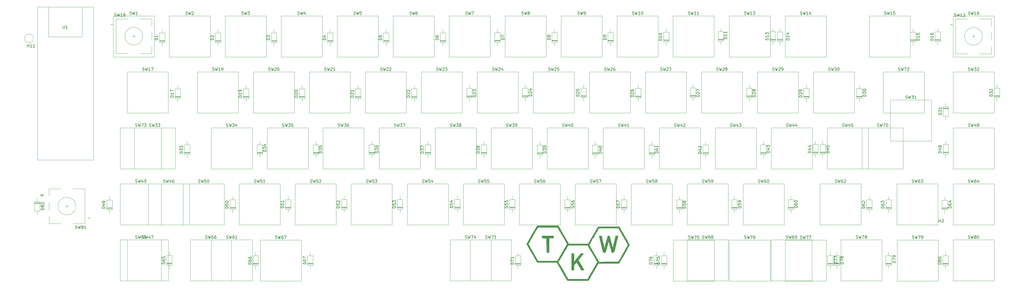
<source format=gbr>
G04 #@! TF.GenerationSoftware,KiCad,Pcbnew,5.1.5+dfsg1-2build2*
G04 #@! TF.CreationDate,2020-08-08T12:50:20+01:00*
G04 #@! TF.ProjectId,stoutgatv2,73746f75-7467-4617-9476-322e6b696361,0.2*
G04 #@! TF.SameCoordinates,Original*
G04 #@! TF.FileFunction,Legend,Top*
G04 #@! TF.FilePolarity,Positive*
%FSLAX46Y46*%
G04 Gerber Fmt 4.6, Leading zero omitted, Abs format (unit mm)*
G04 Created by KiCad (PCBNEW 5.1.5+dfsg1-2build2) date 2020-08-08 12:50:20*
%MOMM*%
%LPD*%
G04 APERTURE LIST*
%ADD10C,0.010000*%
%ADD11C,0.120000*%
%ADD12C,0.150000*%
G04 APERTURE END LIST*
D10*
G36*
X230616477Y-163383367D02*
G01*
X232606144Y-163398200D01*
X232639524Y-164160200D01*
X231053922Y-164160200D01*
X231053922Y-169014422D01*
X230208467Y-169014422D01*
X230179033Y-164188422D01*
X228626811Y-164157014D01*
X228626811Y-163368534D01*
X230616477Y-163383367D01*
G37*
X230616477Y-163383367D02*
X232606144Y-163398200D01*
X232639524Y-164160200D01*
X231053922Y-164160200D01*
X231053922Y-169014422D01*
X230208467Y-169014422D01*
X230179033Y-164188422D01*
X228626811Y-164157014D01*
X228626811Y-163368534D01*
X230616477Y-163383367D01*
G36*
X251332645Y-163381223D02*
G01*
X251625215Y-163398200D01*
X252166513Y-165471552D01*
X252288462Y-165936736D01*
X252402191Y-166366892D01*
X252504436Y-166749939D01*
X252591928Y-167073799D01*
X252661401Y-167326389D01*
X252709587Y-167495631D01*
X252733220Y-167569444D01*
X252734427Y-167571520D01*
X252752202Y-167524445D01*
X252791467Y-167378845D01*
X252849418Y-167146435D01*
X252923249Y-166838933D01*
X253010156Y-166468055D01*
X253107333Y-166045520D01*
X253211976Y-165583044D01*
X253234164Y-165484056D01*
X253707287Y-163369978D01*
X254576435Y-163369978D01*
X254506860Y-163666311D01*
X254448167Y-163913643D01*
X254371802Y-164231356D01*
X254280905Y-164606711D01*
X254178617Y-165026969D01*
X254068078Y-165479392D01*
X253952428Y-165951240D01*
X253834807Y-166429776D01*
X253718355Y-166902260D01*
X253606214Y-167355954D01*
X253501522Y-167778119D01*
X253407421Y-168156018D01*
X253327051Y-168476910D01*
X253263550Y-168728057D01*
X253220061Y-168896721D01*
X253199724Y-168970163D01*
X253198922Y-168972089D01*
X253134038Y-168992799D01*
X252986797Y-169007884D01*
X252787699Y-169014363D01*
X252765981Y-169014422D01*
X252358481Y-169014422D01*
X252253595Y-168605200D01*
X252168653Y-168276498D01*
X252072174Y-167907690D01*
X251968177Y-167513689D01*
X251860681Y-167109406D01*
X251753705Y-166709755D01*
X251651267Y-166329646D01*
X251557388Y-165983993D01*
X251476085Y-165687708D01*
X251411378Y-165455703D01*
X251367285Y-165302891D01*
X251347826Y-165244183D01*
X251347764Y-165244117D01*
X251321348Y-165278703D01*
X251280569Y-165392490D01*
X251259305Y-165466836D01*
X251225759Y-165590743D01*
X251167325Y-165804808D01*
X251089134Y-166090363D01*
X250996316Y-166428741D01*
X250894005Y-166801277D01*
X250787329Y-167189301D01*
X250681422Y-167574149D01*
X250581413Y-167937152D01*
X250492433Y-168259643D01*
X250419615Y-168522957D01*
X250381124Y-168661644D01*
X250282969Y-169014422D01*
X249867118Y-169014422D01*
X249615980Y-169005506D01*
X249471177Y-168978200D01*
X249428799Y-168943867D01*
X249404882Y-168855298D01*
X249364416Y-168693050D01*
X249319538Y-168506422D01*
X249286712Y-168369667D01*
X249230486Y-168137706D01*
X249154380Y-167824968D01*
X249061913Y-167445879D01*
X248956605Y-167014867D01*
X248841976Y-166546358D01*
X248721544Y-166054780D01*
X248699844Y-165966271D01*
X248580906Y-165479987D01*
X248469199Y-165020907D01*
X248367895Y-164602243D01*
X248280168Y-164237207D01*
X248209187Y-163939010D01*
X248158127Y-163720865D01*
X248130159Y-163595983D01*
X248127261Y-163581493D01*
X248087580Y-163369978D01*
X248936697Y-163369978D01*
X249049204Y-163863867D01*
X249091586Y-164050694D01*
X249154185Y-164327696D01*
X249232501Y-164674897D01*
X249322030Y-165072323D01*
X249418270Y-165499999D01*
X249516718Y-165937950D01*
X249519928Y-165952234D01*
X249612509Y-166358748D01*
X249698794Y-166727038D01*
X249775372Y-167043376D01*
X249838834Y-167294037D01*
X249885771Y-167465293D01*
X249912773Y-167543418D01*
X249915992Y-167546789D01*
X249952014Y-167498014D01*
X249989396Y-167378927D01*
X249992826Y-167363422D01*
X250016913Y-167262621D01*
X250065445Y-167069360D01*
X250134077Y-166800337D01*
X250218461Y-166472247D01*
X250314252Y-166101788D01*
X250417102Y-165705655D01*
X250522666Y-165300545D01*
X250626596Y-164903155D01*
X250724547Y-164530180D01*
X250812172Y-164198317D01*
X250885124Y-163924262D01*
X250939056Y-163724712D01*
X250956026Y-163663445D01*
X251040075Y-163364245D01*
X251332645Y-163381223D01*
G37*
X251332645Y-163381223D02*
X251625215Y-163398200D01*
X252166513Y-165471552D01*
X252288462Y-165936736D01*
X252402191Y-166366892D01*
X252504436Y-166749939D01*
X252591928Y-167073799D01*
X252661401Y-167326389D01*
X252709587Y-167495631D01*
X252733220Y-167569444D01*
X252734427Y-167571520D01*
X252752202Y-167524445D01*
X252791467Y-167378845D01*
X252849418Y-167146435D01*
X252923249Y-166838933D01*
X253010156Y-166468055D01*
X253107333Y-166045520D01*
X253211976Y-165583044D01*
X253234164Y-165484056D01*
X253707287Y-163369978D01*
X254576435Y-163369978D01*
X254506860Y-163666311D01*
X254448167Y-163913643D01*
X254371802Y-164231356D01*
X254280905Y-164606711D01*
X254178617Y-165026969D01*
X254068078Y-165479392D01*
X253952428Y-165951240D01*
X253834807Y-166429776D01*
X253718355Y-166902260D01*
X253606214Y-167355954D01*
X253501522Y-167778119D01*
X253407421Y-168156018D01*
X253327051Y-168476910D01*
X253263550Y-168728057D01*
X253220061Y-168896721D01*
X253199724Y-168970163D01*
X253198922Y-168972089D01*
X253134038Y-168992799D01*
X252986797Y-169007884D01*
X252787699Y-169014363D01*
X252765981Y-169014422D01*
X252358481Y-169014422D01*
X252253595Y-168605200D01*
X252168653Y-168276498D01*
X252072174Y-167907690D01*
X251968177Y-167513689D01*
X251860681Y-167109406D01*
X251753705Y-166709755D01*
X251651267Y-166329646D01*
X251557388Y-165983993D01*
X251476085Y-165687708D01*
X251411378Y-165455703D01*
X251367285Y-165302891D01*
X251347826Y-165244183D01*
X251347764Y-165244117D01*
X251321348Y-165278703D01*
X251280569Y-165392490D01*
X251259305Y-165466836D01*
X251225759Y-165590743D01*
X251167325Y-165804808D01*
X251089134Y-166090363D01*
X250996316Y-166428741D01*
X250894005Y-166801277D01*
X250787329Y-167189301D01*
X250681422Y-167574149D01*
X250581413Y-167937152D01*
X250492433Y-168259643D01*
X250419615Y-168522957D01*
X250381124Y-168661644D01*
X250282969Y-169014422D01*
X249867118Y-169014422D01*
X249615980Y-169005506D01*
X249471177Y-168978200D01*
X249428799Y-168943867D01*
X249404882Y-168855298D01*
X249364416Y-168693050D01*
X249319538Y-168506422D01*
X249286712Y-168369667D01*
X249230486Y-168137706D01*
X249154380Y-167824968D01*
X249061913Y-167445879D01*
X248956605Y-167014867D01*
X248841976Y-166546358D01*
X248721544Y-166054780D01*
X248699844Y-165966271D01*
X248580906Y-165479987D01*
X248469199Y-165020907D01*
X248367895Y-164602243D01*
X248280168Y-164237207D01*
X248209187Y-163939010D01*
X248158127Y-163720865D01*
X248130159Y-163595983D01*
X248127261Y-163581493D01*
X248087580Y-163369978D01*
X248936697Y-163369978D01*
X249049204Y-163863867D01*
X249091586Y-164050694D01*
X249154185Y-164327696D01*
X249232501Y-164674897D01*
X249322030Y-165072323D01*
X249418270Y-165499999D01*
X249516718Y-165937950D01*
X249519928Y-165952234D01*
X249612509Y-166358748D01*
X249698794Y-166727038D01*
X249775372Y-167043376D01*
X249838834Y-167294037D01*
X249885771Y-167465293D01*
X249912773Y-167543418D01*
X249915992Y-167546789D01*
X249952014Y-167498014D01*
X249989396Y-167378927D01*
X249992826Y-167363422D01*
X250016913Y-167262621D01*
X250065445Y-167069360D01*
X250134077Y-166800337D01*
X250218461Y-166472247D01*
X250314252Y-166101788D01*
X250417102Y-165705655D01*
X250522666Y-165300545D01*
X250626596Y-164903155D01*
X250724547Y-164530180D01*
X250812172Y-164198317D01*
X250885124Y-163924262D01*
X250939056Y-163724712D01*
X250956026Y-163663445D01*
X251040075Y-163364245D01*
X251332645Y-163381223D01*
G36*
X239520588Y-170820644D02*
G01*
X239522206Y-171206270D01*
X239526756Y-171551615D01*
X239533785Y-171841583D01*
X239542841Y-172061082D01*
X239553469Y-172195017D01*
X239562922Y-172230418D01*
X239606773Y-172187248D01*
X239711164Y-172065511D01*
X239867461Y-171875850D01*
X240067029Y-171628910D01*
X240301232Y-171335335D01*
X240561436Y-171005769D01*
X240705922Y-170821441D01*
X241806588Y-169413802D01*
X242305181Y-169411667D01*
X242540095Y-169416305D01*
X242705205Y-169431152D01*
X242782111Y-169454224D01*
X242784959Y-169463414D01*
X242745160Y-169520581D01*
X242643626Y-169651916D01*
X242490583Y-169844608D01*
X242296258Y-170085846D01*
X242070878Y-170362819D01*
X241919477Y-170547546D01*
X241680174Y-170839550D01*
X241465589Y-171102945D01*
X241285910Y-171325097D01*
X241151326Y-171493373D01*
X241072026Y-171595140D01*
X241055053Y-171619383D01*
X241078743Y-171676012D01*
X241154142Y-171817744D01*
X241274640Y-172033020D01*
X241433628Y-172310283D01*
X241624498Y-172637976D01*
X241840641Y-173004542D01*
X242005824Y-173282070D01*
X242237947Y-173671376D01*
X242451830Y-174031589D01*
X242640473Y-174350805D01*
X242796877Y-174617120D01*
X242914043Y-174818630D01*
X242984971Y-174943430D01*
X243003287Y-174978575D01*
X242994290Y-175015732D01*
X242921674Y-175038914D01*
X242768842Y-175050776D01*
X242531723Y-175053978D01*
X242031224Y-175053978D01*
X241243943Y-173727533D01*
X241036334Y-173379662D01*
X240846893Y-173065889D01*
X240683328Y-172798692D01*
X240553348Y-172590545D01*
X240464664Y-172453924D01*
X240424983Y-172401305D01*
X240424269Y-172401089D01*
X240378197Y-172442284D01*
X240276295Y-172554588D01*
X240133405Y-172721077D01*
X239964369Y-172924828D01*
X239956232Y-172934789D01*
X239520588Y-173468489D01*
X239520588Y-175053978D01*
X238730366Y-175053978D01*
X238730366Y-169409533D01*
X239520588Y-169409533D01*
X239520588Y-170820644D01*
G37*
X239520588Y-170820644D02*
X239522206Y-171206270D01*
X239526756Y-171551615D01*
X239533785Y-171841583D01*
X239542841Y-172061082D01*
X239553469Y-172195017D01*
X239562922Y-172230418D01*
X239606773Y-172187248D01*
X239711164Y-172065511D01*
X239867461Y-171875850D01*
X240067029Y-171628910D01*
X240301232Y-171335335D01*
X240561436Y-171005769D01*
X240705922Y-170821441D01*
X241806588Y-169413802D01*
X242305181Y-169411667D01*
X242540095Y-169416305D01*
X242705205Y-169431152D01*
X242782111Y-169454224D01*
X242784959Y-169463414D01*
X242745160Y-169520581D01*
X242643626Y-169651916D01*
X242490583Y-169844608D01*
X242296258Y-170085846D01*
X242070878Y-170362819D01*
X241919477Y-170547546D01*
X241680174Y-170839550D01*
X241465589Y-171102945D01*
X241285910Y-171325097D01*
X241151326Y-171493373D01*
X241072026Y-171595140D01*
X241055053Y-171619383D01*
X241078743Y-171676012D01*
X241154142Y-171817744D01*
X241274640Y-172033020D01*
X241433628Y-172310283D01*
X241624498Y-172637976D01*
X241840641Y-173004542D01*
X242005824Y-173282070D01*
X242237947Y-173671376D01*
X242451830Y-174031589D01*
X242640473Y-174350805D01*
X242796877Y-174617120D01*
X242914043Y-174818630D01*
X242984971Y-174943430D01*
X243003287Y-174978575D01*
X242994290Y-175015732D01*
X242921674Y-175038914D01*
X242768842Y-175050776D01*
X242531723Y-175053978D01*
X242031224Y-175053978D01*
X241243943Y-173727533D01*
X241036334Y-173379662D01*
X240846893Y-173065889D01*
X240683328Y-172798692D01*
X240553348Y-172590545D01*
X240464664Y-172453924D01*
X240424983Y-172401305D01*
X240424269Y-172401089D01*
X240378197Y-172442284D01*
X240276295Y-172554588D01*
X240133405Y-172721077D01*
X239964369Y-172924828D01*
X239956232Y-172934789D01*
X239520588Y-173468489D01*
X239520588Y-175053978D01*
X238730366Y-175053978D01*
X238730366Y-169409533D01*
X239520588Y-169409533D01*
X239520588Y-170820644D01*
G36*
X234784704Y-160956978D02*
G01*
X234949988Y-161242784D01*
X235161193Y-161608195D01*
X235407820Y-162035036D01*
X235679371Y-162505132D01*
X235965346Y-163000308D01*
X236255249Y-163502390D01*
X236538579Y-163993203D01*
X236561639Y-164033155D01*
X237742588Y-166079222D01*
X244346588Y-166077846D01*
X246038237Y-163143467D01*
X247729886Y-160209089D01*
X254902878Y-160209089D01*
X255189813Y-160702978D01*
X255597752Y-161405970D01*
X255994008Y-162090429D01*
X256374744Y-162749635D01*
X256736123Y-163376869D01*
X257074307Y-163965411D01*
X257385459Y-164508543D01*
X257665741Y-164999544D01*
X257911316Y-165431697D01*
X258118347Y-165798280D01*
X258282996Y-166092575D01*
X258401425Y-166307863D01*
X258469798Y-166437425D01*
X258485922Y-166474422D01*
X258458156Y-166534342D01*
X258377417Y-166685095D01*
X258247543Y-166919962D01*
X258072370Y-167232223D01*
X257855737Y-167615159D01*
X257601480Y-168062051D01*
X257313437Y-168566180D01*
X256995446Y-169120825D01*
X256651344Y-169719268D01*
X256284968Y-170354790D01*
X255900157Y-171020671D01*
X255500746Y-171710192D01*
X255189813Y-172245867D01*
X254902878Y-172739756D01*
X247846144Y-172740916D01*
X247532057Y-173290669D01*
X247439458Y-173452193D01*
X247297555Y-173698983D01*
X247113537Y-174018569D01*
X246894593Y-174398480D01*
X246647911Y-174826245D01*
X246380682Y-175289395D01*
X246100093Y-175775458D01*
X245840350Y-176225200D01*
X244462730Y-178609978D01*
X237288006Y-178609978D01*
X235511520Y-175533949D01*
X233735033Y-172457920D01*
X230374826Y-172457726D01*
X227014620Y-172457533D01*
X226952556Y-172349919D01*
X234262206Y-172349919D01*
X234509875Y-172784726D01*
X234680820Y-173084014D01*
X234883863Y-173438132D01*
X235112470Y-173835796D01*
X235360109Y-174265724D01*
X235620245Y-174716632D01*
X235886345Y-175177238D01*
X236151876Y-175636260D01*
X236410304Y-176082413D01*
X236655097Y-176504416D01*
X236879721Y-176890985D01*
X237077642Y-177230839D01*
X237242326Y-177512693D01*
X237367242Y-177725265D01*
X237445855Y-177857272D01*
X237466546Y-177890765D01*
X237603680Y-178102886D01*
X244174548Y-178073756D01*
X244378642Y-177735089D01*
X244463048Y-177592874D01*
X244593509Y-177370329D01*
X244759819Y-177084997D01*
X244951771Y-176754416D01*
X245159158Y-176396128D01*
X245331130Y-176098200D01*
X245585517Y-175656913D01*
X245871107Y-175161481D01*
X246167636Y-174647060D01*
X246454837Y-174148808D01*
X246712447Y-173701881D01*
X246785752Y-173574700D01*
X247491979Y-172349422D01*
X245951810Y-169680033D01*
X245657974Y-169171074D01*
X245377674Y-168686156D01*
X245116613Y-168235106D01*
X244880494Y-167827751D01*
X244675020Y-167473917D01*
X244505896Y-167183430D01*
X244378825Y-166966117D01*
X244299509Y-166831805D01*
X244279342Y-166798523D01*
X244147043Y-166586402D01*
X240861364Y-166600968D01*
X237575686Y-166615533D01*
X236643137Y-168228487D01*
X236373367Y-168695145D01*
X236081277Y-169200514D01*
X235782413Y-169717690D01*
X235492319Y-170219772D01*
X235226539Y-170679859D01*
X235000619Y-171071049D01*
X234986397Y-171095680D01*
X234262206Y-172349919D01*
X226952556Y-172349919D01*
X225834555Y-170411422D01*
X225550130Y-169918554D01*
X225256184Y-169409721D01*
X224963596Y-168903719D01*
X224683245Y-168419346D01*
X224426012Y-167975398D01*
X224202775Y-167590670D01*
X224024414Y-167283960D01*
X224016304Y-167270041D01*
X223795252Y-166884163D01*
X223622858Y-166569309D01*
X223502224Y-166331569D01*
X223436448Y-166177034D01*
X223430795Y-166136417D01*
X224029030Y-166136417D01*
X224048456Y-166206652D01*
X224121340Y-166364995D01*
X224243055Y-166602759D01*
X224408972Y-166911255D01*
X224614462Y-167281795D01*
X224854896Y-167705689D01*
X224991227Y-167942639D01*
X225261283Y-168410056D01*
X225546954Y-168904792D01*
X225834799Y-169403548D01*
X226111377Y-169883025D01*
X226363244Y-170319923D01*
X226576959Y-170690945D01*
X226643105Y-170805875D01*
X227300366Y-171948216D01*
X230601055Y-171934764D01*
X233901744Y-171921311D01*
X234669657Y-170594867D01*
X234911272Y-170177440D01*
X235192080Y-169692175D01*
X235494782Y-169168973D01*
X235802082Y-168637735D01*
X236096681Y-168128359D01*
X236326476Y-167730950D01*
X237053998Y-166472611D01*
X244702466Y-166472611D01*
X246241779Y-169140516D01*
X246535534Y-169649336D01*
X246815754Y-170134115D01*
X247076735Y-170585024D01*
X247312769Y-170992233D01*
X247518154Y-171345912D01*
X247687182Y-171636231D01*
X247814148Y-171853361D01*
X247893348Y-171987471D01*
X247913390Y-172020543D01*
X248045689Y-172232664D01*
X251332153Y-172218099D01*
X254618617Y-172203533D01*
X254935712Y-171667311D01*
X255184053Y-171245520D01*
X255449417Y-170791519D01*
X255726113Y-170315319D01*
X256008446Y-169826929D01*
X256290723Y-169336357D01*
X256567249Y-168853614D01*
X256832331Y-168388710D01*
X257080275Y-167951653D01*
X257305387Y-167552453D01*
X257501973Y-167201120D01*
X257664341Y-166907663D01*
X257786795Y-166682092D01*
X257863642Y-166534416D01*
X257889223Y-166475144D01*
X257861777Y-166412094D01*
X257783227Y-166261469D01*
X257659255Y-166033259D01*
X257495542Y-165737458D01*
X257297772Y-165384054D01*
X257071627Y-164983041D01*
X256822787Y-164544409D01*
X256556937Y-164078149D01*
X256279757Y-163594253D01*
X255996930Y-163102712D01*
X255714138Y-162613517D01*
X255437063Y-162136660D01*
X255171387Y-161682131D01*
X254935569Y-161281533D01*
X254618617Y-160745311D01*
X251332260Y-160730746D01*
X248045903Y-160716180D01*
X247908768Y-160928301D01*
X247857402Y-161012933D01*
X247756260Y-161184126D01*
X247611877Y-161430600D01*
X247430784Y-161741073D01*
X247219514Y-162104263D01*
X246984599Y-162508888D01*
X246732573Y-162943667D01*
X246469968Y-163397318D01*
X246203316Y-163858560D01*
X245939151Y-164316110D01*
X245684004Y-164758688D01*
X245444409Y-165175011D01*
X245226897Y-165553799D01*
X245038003Y-165883769D01*
X244951116Y-166036072D01*
X244702466Y-166472611D01*
X237053998Y-166472611D01*
X237215382Y-166193478D01*
X237031598Y-165868283D01*
X236936829Y-165701799D01*
X236793503Y-165451602D01*
X236609679Y-165131644D01*
X236393413Y-164755877D01*
X236152764Y-164338256D01*
X235895789Y-163892733D01*
X235630547Y-163433260D01*
X235365094Y-162973790D01*
X235107490Y-162528276D01*
X234865791Y-162110671D01*
X234648055Y-161734928D01*
X234462341Y-161414999D01*
X234316706Y-161164837D01*
X234219747Y-160999311D01*
X233903491Y-160463089D01*
X227301241Y-160463089D01*
X226984138Y-160999311D01*
X226846937Y-161232629D01*
X226673750Y-161529217D01*
X226470937Y-161878019D01*
X226244857Y-162267980D01*
X226001870Y-162688046D01*
X225748335Y-163127161D01*
X225490611Y-163574271D01*
X225235058Y-164018321D01*
X224988035Y-164448256D01*
X224755901Y-164853020D01*
X224545015Y-165221559D01*
X224361738Y-165542818D01*
X224212427Y-165805743D01*
X224103444Y-165999277D01*
X224041146Y-166112367D01*
X224029030Y-166136417D01*
X223430795Y-166136417D01*
X223427525Y-166112930D01*
X223465715Y-166051932D01*
X223553948Y-165903835D01*
X223685953Y-165679379D01*
X223855457Y-165389306D01*
X224056191Y-165044356D01*
X224281883Y-164655270D01*
X224526262Y-164232789D01*
X224617061Y-164075533D01*
X224873354Y-163631635D01*
X225118793Y-163206903D01*
X225346098Y-162813907D01*
X225547990Y-162465217D01*
X225717188Y-162173405D01*
X225846414Y-161951041D01*
X225928388Y-161810695D01*
X225940861Y-161789533D01*
X226034979Y-161628903D01*
X226169773Y-161396807D01*
X226329888Y-161119782D01*
X226499968Y-160824362D01*
X226569649Y-160702978D01*
X227014768Y-159926867D01*
X234188719Y-159926867D01*
X234784704Y-160956978D01*
G37*
X234784704Y-160956978D02*
X234949988Y-161242784D01*
X235161193Y-161608195D01*
X235407820Y-162035036D01*
X235679371Y-162505132D01*
X235965346Y-163000308D01*
X236255249Y-163502390D01*
X236538579Y-163993203D01*
X236561639Y-164033155D01*
X237742588Y-166079222D01*
X244346588Y-166077846D01*
X246038237Y-163143467D01*
X247729886Y-160209089D01*
X254902878Y-160209089D01*
X255189813Y-160702978D01*
X255597752Y-161405970D01*
X255994008Y-162090429D01*
X256374744Y-162749635D01*
X256736123Y-163376869D01*
X257074307Y-163965411D01*
X257385459Y-164508543D01*
X257665741Y-164999544D01*
X257911316Y-165431697D01*
X258118347Y-165798280D01*
X258282996Y-166092575D01*
X258401425Y-166307863D01*
X258469798Y-166437425D01*
X258485922Y-166474422D01*
X258458156Y-166534342D01*
X258377417Y-166685095D01*
X258247543Y-166919962D01*
X258072370Y-167232223D01*
X257855737Y-167615159D01*
X257601480Y-168062051D01*
X257313437Y-168566180D01*
X256995446Y-169120825D01*
X256651344Y-169719268D01*
X256284968Y-170354790D01*
X255900157Y-171020671D01*
X255500746Y-171710192D01*
X255189813Y-172245867D01*
X254902878Y-172739756D01*
X247846144Y-172740916D01*
X247532057Y-173290669D01*
X247439458Y-173452193D01*
X247297555Y-173698983D01*
X247113537Y-174018569D01*
X246894593Y-174398480D01*
X246647911Y-174826245D01*
X246380682Y-175289395D01*
X246100093Y-175775458D01*
X245840350Y-176225200D01*
X244462730Y-178609978D01*
X237288006Y-178609978D01*
X235511520Y-175533949D01*
X233735033Y-172457920D01*
X230374826Y-172457726D01*
X227014620Y-172457533D01*
X226952556Y-172349919D01*
X234262206Y-172349919D01*
X234509875Y-172784726D01*
X234680820Y-173084014D01*
X234883863Y-173438132D01*
X235112470Y-173835796D01*
X235360109Y-174265724D01*
X235620245Y-174716632D01*
X235886345Y-175177238D01*
X236151876Y-175636260D01*
X236410304Y-176082413D01*
X236655097Y-176504416D01*
X236879721Y-176890985D01*
X237077642Y-177230839D01*
X237242326Y-177512693D01*
X237367242Y-177725265D01*
X237445855Y-177857272D01*
X237466546Y-177890765D01*
X237603680Y-178102886D01*
X244174548Y-178073756D01*
X244378642Y-177735089D01*
X244463048Y-177592874D01*
X244593509Y-177370329D01*
X244759819Y-177084997D01*
X244951771Y-176754416D01*
X245159158Y-176396128D01*
X245331130Y-176098200D01*
X245585517Y-175656913D01*
X245871107Y-175161481D01*
X246167636Y-174647060D01*
X246454837Y-174148808D01*
X246712447Y-173701881D01*
X246785752Y-173574700D01*
X247491979Y-172349422D01*
X245951810Y-169680033D01*
X245657974Y-169171074D01*
X245377674Y-168686156D01*
X245116613Y-168235106D01*
X244880494Y-167827751D01*
X244675020Y-167473917D01*
X244505896Y-167183430D01*
X244378825Y-166966117D01*
X244299509Y-166831805D01*
X244279342Y-166798523D01*
X244147043Y-166586402D01*
X240861364Y-166600968D01*
X237575686Y-166615533D01*
X236643137Y-168228487D01*
X236373367Y-168695145D01*
X236081277Y-169200514D01*
X235782413Y-169717690D01*
X235492319Y-170219772D01*
X235226539Y-170679859D01*
X235000619Y-171071049D01*
X234986397Y-171095680D01*
X234262206Y-172349919D01*
X226952556Y-172349919D01*
X225834555Y-170411422D01*
X225550130Y-169918554D01*
X225256184Y-169409721D01*
X224963596Y-168903719D01*
X224683245Y-168419346D01*
X224426012Y-167975398D01*
X224202775Y-167590670D01*
X224024414Y-167283960D01*
X224016304Y-167270041D01*
X223795252Y-166884163D01*
X223622858Y-166569309D01*
X223502224Y-166331569D01*
X223436448Y-166177034D01*
X223430795Y-166136417D01*
X224029030Y-166136417D01*
X224048456Y-166206652D01*
X224121340Y-166364995D01*
X224243055Y-166602759D01*
X224408972Y-166911255D01*
X224614462Y-167281795D01*
X224854896Y-167705689D01*
X224991227Y-167942639D01*
X225261283Y-168410056D01*
X225546954Y-168904792D01*
X225834799Y-169403548D01*
X226111377Y-169883025D01*
X226363244Y-170319923D01*
X226576959Y-170690945D01*
X226643105Y-170805875D01*
X227300366Y-171948216D01*
X230601055Y-171934764D01*
X233901744Y-171921311D01*
X234669657Y-170594867D01*
X234911272Y-170177440D01*
X235192080Y-169692175D01*
X235494782Y-169168973D01*
X235802082Y-168637735D01*
X236096681Y-168128359D01*
X236326476Y-167730950D01*
X237053998Y-166472611D01*
X244702466Y-166472611D01*
X246241779Y-169140516D01*
X246535534Y-169649336D01*
X246815754Y-170134115D01*
X247076735Y-170585024D01*
X247312769Y-170992233D01*
X247518154Y-171345912D01*
X247687182Y-171636231D01*
X247814148Y-171853361D01*
X247893348Y-171987471D01*
X247913390Y-172020543D01*
X248045689Y-172232664D01*
X251332153Y-172218099D01*
X254618617Y-172203533D01*
X254935712Y-171667311D01*
X255184053Y-171245520D01*
X255449417Y-170791519D01*
X255726113Y-170315319D01*
X256008446Y-169826929D01*
X256290723Y-169336357D01*
X256567249Y-168853614D01*
X256832331Y-168388710D01*
X257080275Y-167951653D01*
X257305387Y-167552453D01*
X257501973Y-167201120D01*
X257664341Y-166907663D01*
X257786795Y-166682092D01*
X257863642Y-166534416D01*
X257889223Y-166475144D01*
X257861777Y-166412094D01*
X257783227Y-166261469D01*
X257659255Y-166033259D01*
X257495542Y-165737458D01*
X257297772Y-165384054D01*
X257071627Y-164983041D01*
X256822787Y-164544409D01*
X256556937Y-164078149D01*
X256279757Y-163594253D01*
X255996930Y-163102712D01*
X255714138Y-162613517D01*
X255437063Y-162136660D01*
X255171387Y-161682131D01*
X254935569Y-161281533D01*
X254618617Y-160745311D01*
X251332260Y-160730746D01*
X248045903Y-160716180D01*
X247908768Y-160928301D01*
X247857402Y-161012933D01*
X247756260Y-161184126D01*
X247611877Y-161430600D01*
X247430784Y-161741073D01*
X247219514Y-162104263D01*
X246984599Y-162508888D01*
X246732573Y-162943667D01*
X246469968Y-163397318D01*
X246203316Y-163858560D01*
X245939151Y-164316110D01*
X245684004Y-164758688D01*
X245444409Y-165175011D01*
X245226897Y-165553799D01*
X245038003Y-165883769D01*
X244951116Y-166036072D01*
X244702466Y-166472611D01*
X237053998Y-166472611D01*
X237215382Y-166193478D01*
X237031598Y-165868283D01*
X236936829Y-165701799D01*
X236793503Y-165451602D01*
X236609679Y-165131644D01*
X236393413Y-164755877D01*
X236152764Y-164338256D01*
X235895789Y-163892733D01*
X235630547Y-163433260D01*
X235365094Y-162973790D01*
X235107490Y-162528276D01*
X234865791Y-162110671D01*
X234648055Y-161734928D01*
X234462341Y-161414999D01*
X234316706Y-161164837D01*
X234219747Y-160999311D01*
X233903491Y-160463089D01*
X227301241Y-160463089D01*
X226984138Y-160999311D01*
X226846937Y-161232629D01*
X226673750Y-161529217D01*
X226470937Y-161878019D01*
X226244857Y-162267980D01*
X226001870Y-162688046D01*
X225748335Y-163127161D01*
X225490611Y-163574271D01*
X225235058Y-164018321D01*
X224988035Y-164448256D01*
X224755901Y-164853020D01*
X224545015Y-165221559D01*
X224361738Y-165542818D01*
X224212427Y-165805743D01*
X224103444Y-165999277D01*
X224041146Y-166112367D01*
X224029030Y-166136417D01*
X223430795Y-166136417D01*
X223427525Y-166112930D01*
X223465715Y-166051932D01*
X223553948Y-165903835D01*
X223685953Y-165679379D01*
X223855457Y-165389306D01*
X224056191Y-165044356D01*
X224281883Y-164655270D01*
X224526262Y-164232789D01*
X224617061Y-164075533D01*
X224873354Y-163631635D01*
X225118793Y-163206903D01*
X225346098Y-162813907D01*
X225547990Y-162465217D01*
X225717188Y-162173405D01*
X225846414Y-161951041D01*
X225928388Y-161810695D01*
X225940861Y-161789533D01*
X226034979Y-161628903D01*
X226169773Y-161396807D01*
X226329888Y-161119782D01*
X226499968Y-160824362D01*
X226569649Y-160702978D01*
X227014768Y-159926867D01*
X234188719Y-159926867D01*
X234784704Y-160956978D01*
D11*
X55589300Y-96215200D02*
G75*
G03X55589300Y-96215200I-1500000J0D01*
G01*
X69998200Y-153303600D02*
G75*
G03X69998200Y-153303600I-3000000J0D01*
G01*
X64998200Y-159203600D02*
X60898200Y-159203600D01*
X60898200Y-147403600D02*
X64998200Y-147403600D01*
X68998200Y-147403600D02*
X73098200Y-147403600D01*
X68998200Y-159203600D02*
X73098200Y-159203600D01*
X73098200Y-159203600D02*
X73098200Y-147403600D01*
X74498200Y-157103600D02*
X74798200Y-157403600D01*
X74798200Y-157403600D02*
X74198200Y-157403600D01*
X74198200Y-157403600D02*
X74498200Y-157103600D01*
X60898200Y-159203600D02*
X60898200Y-156803600D01*
X60898200Y-154603600D02*
X60898200Y-152003600D01*
X60898200Y-149803600D02*
X60898200Y-147403600D01*
X66998200Y-153803600D02*
X66998200Y-152803600D01*
X67498200Y-153303600D02*
X66498200Y-153303600D01*
X57765200Y-152130400D02*
X55925200Y-152130400D01*
X57765200Y-152370400D02*
X55925200Y-152370400D01*
X57765200Y-152250400D02*
X55925200Y-152250400D01*
X56845200Y-156134400D02*
X56845200Y-154954400D01*
X56845200Y-150494400D02*
X56845200Y-151674400D01*
X57765200Y-154954400D02*
X57765200Y-151674400D01*
X55925200Y-154954400D02*
X57765200Y-154954400D01*
X55925200Y-151674400D02*
X55925200Y-154954400D01*
X57765200Y-151674400D02*
X55925200Y-151674400D01*
X337616800Y-140639800D02*
X337616800Y-126669800D01*
X351586800Y-140639800D02*
X337616800Y-140639800D01*
X351586800Y-126669800D02*
X351586800Y-140639800D01*
X337616800Y-126669800D02*
X351586800Y-126669800D01*
X344805000Y-121564400D02*
X344805000Y-107594400D01*
X358775000Y-121564400D02*
X344805000Y-121564400D01*
X358775000Y-107594400D02*
X358775000Y-121564400D01*
X344805000Y-107594400D02*
X358775000Y-107594400D01*
X197358000Y-178739800D02*
X197358000Y-164769800D01*
X211328000Y-178739800D02*
X197358000Y-178739800D01*
X211328000Y-164769800D02*
X211328000Y-178739800D01*
X197358000Y-164769800D02*
X211328000Y-164769800D01*
X85166200Y-140639800D02*
X85166200Y-126669800D01*
X99136200Y-140639800D02*
X85166200Y-140639800D01*
X99136200Y-126669800D02*
X99136200Y-140639800D01*
X85166200Y-126669800D02*
X99136200Y-126669800D01*
X347268800Y-131089400D02*
X347268800Y-117119400D01*
X361238800Y-131089400D02*
X347268800Y-131089400D01*
X361238800Y-117119400D02*
X361238800Y-131089400D01*
X347268800Y-117119400D02*
X361238800Y-117119400D01*
X306628800Y-178739800D02*
X306628800Y-164769800D01*
X320598800Y-178739800D02*
X306628800Y-178739800D01*
X320598800Y-164769800D02*
X320598800Y-178739800D01*
X306628800Y-164769800D02*
X320598800Y-164769800D01*
X278104600Y-178739800D02*
X278104600Y-164769800D01*
X292074600Y-178739800D02*
X278104600Y-178739800D01*
X292074600Y-164769800D02*
X292074600Y-178739800D01*
X278104600Y-164769800D02*
X292074600Y-164769800D01*
X116128800Y-178714400D02*
X116128800Y-164744400D01*
X130098800Y-178714400D02*
X116128800Y-178714400D01*
X130098800Y-164744400D02*
X130098800Y-178714400D01*
X116128800Y-164744400D02*
X130098800Y-164744400D01*
X87553800Y-178714400D02*
X87553800Y-164744400D01*
X101523800Y-178714400D02*
X87553800Y-178714400D01*
X101523800Y-164744400D02*
X101523800Y-178714400D01*
X87553800Y-164744400D02*
X101523800Y-164744400D01*
X94665800Y-159664400D02*
X94665800Y-145694400D01*
X108635800Y-159664400D02*
X94665800Y-159664400D01*
X108635800Y-145694400D02*
X108635800Y-159664400D01*
X94665800Y-145694400D02*
X108635800Y-145694400D01*
X136570200Y-97145200D02*
X138410200Y-97145200D01*
X136570200Y-96905200D02*
X138410200Y-96905200D01*
X136570200Y-97025200D02*
X138410200Y-97025200D01*
X137490200Y-93141200D02*
X137490200Y-94321200D01*
X137490200Y-98781200D02*
X137490200Y-97601200D01*
X136570200Y-94321200D02*
X136570200Y-97601200D01*
X138410200Y-94321200D02*
X136570200Y-94321200D01*
X138410200Y-97601200D02*
X138410200Y-94321200D01*
X136570200Y-97601200D02*
X138410200Y-97601200D01*
X365043200Y-172989600D02*
X366883200Y-172989600D01*
X365043200Y-172749600D02*
X366883200Y-172749600D01*
X365043200Y-172869600D02*
X366883200Y-172869600D01*
X365963200Y-168985600D02*
X365963200Y-170165600D01*
X365963200Y-174625600D02*
X365963200Y-173445600D01*
X365043200Y-170165600D02*
X365043200Y-173445600D01*
X366883200Y-170165600D02*
X365043200Y-170165600D01*
X366883200Y-173445600D02*
X366883200Y-170165600D01*
X365043200Y-173445600D02*
X366883200Y-173445600D01*
X345663000Y-172989600D02*
X347503000Y-172989600D01*
X345663000Y-172749600D02*
X347503000Y-172749600D01*
X345663000Y-172869600D02*
X347503000Y-172869600D01*
X346583000Y-168985600D02*
X346583000Y-170165600D01*
X346583000Y-174625600D02*
X346583000Y-173445600D01*
X345663000Y-170165600D02*
X345663000Y-173445600D01*
X347503000Y-170165600D02*
X345663000Y-170165600D01*
X347503000Y-173445600D02*
X347503000Y-170165600D01*
X345663000Y-173445600D02*
X347503000Y-173445600D01*
X328035400Y-172964200D02*
X329875400Y-172964200D01*
X328035400Y-172724200D02*
X329875400Y-172724200D01*
X328035400Y-172844200D02*
X329875400Y-172844200D01*
X328955400Y-168960200D02*
X328955400Y-170140200D01*
X328955400Y-174600200D02*
X328955400Y-173420200D01*
X328035400Y-170140200D02*
X328035400Y-173420200D01*
X329875400Y-170140200D02*
X328035400Y-170140200D01*
X329875400Y-173420200D02*
X329875400Y-170140200D01*
X328035400Y-173420200D02*
X329875400Y-173420200D01*
X325851000Y-172964200D02*
X327691000Y-172964200D01*
X325851000Y-172724200D02*
X327691000Y-172724200D01*
X325851000Y-172844200D02*
X327691000Y-172844200D01*
X326771000Y-168960200D02*
X326771000Y-170140200D01*
X326771000Y-174600200D02*
X326771000Y-173420200D01*
X325851000Y-170140200D02*
X325851000Y-173420200D01*
X327691000Y-170140200D02*
X325851000Y-170140200D01*
X327691000Y-173420200D02*
X327691000Y-170140200D01*
X325851000Y-173420200D02*
X327691000Y-173420200D01*
X266745200Y-172989600D02*
X268585200Y-172989600D01*
X266745200Y-172749600D02*
X268585200Y-172749600D01*
X266745200Y-172869600D02*
X268585200Y-172869600D01*
X267665200Y-168985600D02*
X267665200Y-170165600D01*
X267665200Y-174625600D02*
X267665200Y-173445600D01*
X266745200Y-170165600D02*
X266745200Y-173445600D01*
X268585200Y-170165600D02*
X266745200Y-170165600D01*
X268585200Y-173445600D02*
X268585200Y-170165600D01*
X266745200Y-173445600D02*
X268585200Y-173445600D01*
X269259800Y-172989600D02*
X271099800Y-172989600D01*
X269259800Y-172749600D02*
X271099800Y-172749600D01*
X269259800Y-172869600D02*
X271099800Y-172869600D01*
X270179800Y-168985600D02*
X270179800Y-170165600D01*
X270179800Y-174625600D02*
X270179800Y-173445600D01*
X269259800Y-170165600D02*
X269259800Y-173445600D01*
X271099800Y-170165600D02*
X269259800Y-170165600D01*
X271099800Y-173445600D02*
X271099800Y-170165600D01*
X269259800Y-173445600D02*
X271099800Y-173445600D01*
X219602800Y-173015000D02*
X221442800Y-173015000D01*
X219602800Y-172775000D02*
X221442800Y-172775000D01*
X219602800Y-172895000D02*
X221442800Y-172895000D01*
X220522800Y-169011000D02*
X220522800Y-170191000D01*
X220522800Y-174651000D02*
X220522800Y-173471000D01*
X219602800Y-170191000D02*
X219602800Y-173471000D01*
X221442800Y-170191000D02*
X219602800Y-170191000D01*
X221442800Y-173471000D02*
X221442800Y-170191000D01*
X219602800Y-173471000D02*
X221442800Y-173471000D01*
X148889200Y-172938800D02*
X150729200Y-172938800D01*
X148889200Y-172698800D02*
X150729200Y-172698800D01*
X148889200Y-172818800D02*
X150729200Y-172818800D01*
X149809200Y-168934800D02*
X149809200Y-170114800D01*
X149809200Y-174574800D02*
X149809200Y-173394800D01*
X148889200Y-170114800D02*
X148889200Y-173394800D01*
X150729200Y-170114800D02*
X148889200Y-170114800D01*
X150729200Y-173394800D02*
X150729200Y-170114800D01*
X148889200Y-173394800D02*
X150729200Y-173394800D01*
X130296400Y-172989600D02*
X132136400Y-172989600D01*
X130296400Y-172749600D02*
X132136400Y-172749600D01*
X130296400Y-172869600D02*
X132136400Y-172869600D01*
X131216400Y-168985600D02*
X131216400Y-170165600D01*
X131216400Y-174625600D02*
X131216400Y-173445600D01*
X130296400Y-170165600D02*
X130296400Y-173445600D01*
X132136400Y-170165600D02*
X130296400Y-170165600D01*
X132136400Y-173445600D02*
X132136400Y-170165600D01*
X130296400Y-173445600D02*
X132136400Y-173445600D01*
X364789200Y-154066600D02*
X366629200Y-154066600D01*
X364789200Y-153826600D02*
X366629200Y-153826600D01*
X364789200Y-153946600D02*
X366629200Y-153946600D01*
X365709200Y-150062600D02*
X365709200Y-151242600D01*
X365709200Y-155702600D02*
X365709200Y-154522600D01*
X364789200Y-151242600D02*
X364789200Y-154522600D01*
X366629200Y-151242600D02*
X364789200Y-151242600D01*
X366629200Y-154522600D02*
X366629200Y-151242600D01*
X364789200Y-154522600D02*
X366629200Y-154522600D01*
X345688400Y-153965000D02*
X347528400Y-153965000D01*
X345688400Y-153725000D02*
X347528400Y-153725000D01*
X345688400Y-153845000D02*
X347528400Y-153845000D01*
X346608400Y-149961000D02*
X346608400Y-151141000D01*
X346608400Y-155601000D02*
X346608400Y-154421000D01*
X345688400Y-151141000D02*
X345688400Y-154421000D01*
X347528400Y-151141000D02*
X345688400Y-151141000D01*
X347528400Y-154421000D02*
X347528400Y-151141000D01*
X345688400Y-154421000D02*
X347528400Y-154421000D01*
X339109800Y-153965000D02*
X340949800Y-153965000D01*
X339109800Y-153725000D02*
X340949800Y-153725000D01*
X339109800Y-153845000D02*
X340949800Y-153845000D01*
X340029800Y-149961000D02*
X340029800Y-151141000D01*
X340029800Y-155601000D02*
X340029800Y-154421000D01*
X339109800Y-151141000D02*
X339109800Y-154421000D01*
X340949800Y-151141000D02*
X339109800Y-151141000D01*
X340949800Y-154421000D02*
X340949800Y-151141000D01*
X339109800Y-154421000D02*
X340949800Y-154421000D01*
X312465200Y-153914200D02*
X314305200Y-153914200D01*
X312465200Y-153674200D02*
X314305200Y-153674200D01*
X312465200Y-153794200D02*
X314305200Y-153794200D01*
X313385200Y-149910200D02*
X313385200Y-151090200D01*
X313385200Y-155550200D02*
X313385200Y-154370200D01*
X312465200Y-151090200D02*
X312465200Y-154370200D01*
X314305200Y-151090200D02*
X312465200Y-151090200D01*
X314305200Y-154370200D02*
X314305200Y-151090200D01*
X312465200Y-154370200D02*
X314305200Y-154370200D01*
X293212000Y-153939600D02*
X295052000Y-153939600D01*
X293212000Y-153699600D02*
X295052000Y-153699600D01*
X293212000Y-153819600D02*
X295052000Y-153819600D01*
X294132000Y-149935600D02*
X294132000Y-151115600D01*
X294132000Y-155575600D02*
X294132000Y-154395600D01*
X293212000Y-151115600D02*
X293212000Y-154395600D01*
X295052000Y-151115600D02*
X293212000Y-151115600D01*
X295052000Y-154395600D02*
X295052000Y-151115600D01*
X293212000Y-154395600D02*
X295052000Y-154395600D01*
X274517600Y-153965000D02*
X276357600Y-153965000D01*
X274517600Y-153725000D02*
X276357600Y-153725000D01*
X274517600Y-153845000D02*
X276357600Y-153845000D01*
X275437600Y-149961000D02*
X275437600Y-151141000D01*
X275437600Y-155601000D02*
X275437600Y-154421000D01*
X274517600Y-151141000D02*
X274517600Y-154421000D01*
X276357600Y-151141000D02*
X274517600Y-151141000D01*
X276357600Y-154421000D02*
X276357600Y-151141000D01*
X274517600Y-154421000D02*
X276357600Y-154421000D01*
X255670800Y-153888800D02*
X257510800Y-153888800D01*
X255670800Y-153648800D02*
X257510800Y-153648800D01*
X255670800Y-153768800D02*
X257510800Y-153768800D01*
X256590800Y-149884800D02*
X256590800Y-151064800D01*
X256590800Y-155524800D02*
X256590800Y-154344800D01*
X255670800Y-151064800D02*
X255670800Y-154344800D01*
X257510800Y-151064800D02*
X255670800Y-151064800D01*
X257510800Y-154344800D02*
X257510800Y-151064800D01*
X255670800Y-154344800D02*
X257510800Y-154344800D01*
X236417600Y-153888800D02*
X238257600Y-153888800D01*
X236417600Y-153648800D02*
X238257600Y-153648800D01*
X236417600Y-153768800D02*
X238257600Y-153768800D01*
X237337600Y-149884800D02*
X237337600Y-151064800D01*
X237337600Y-155524800D02*
X237337600Y-154344800D01*
X236417600Y-151064800D02*
X236417600Y-154344800D01*
X238257600Y-151064800D02*
X236417600Y-151064800D01*
X238257600Y-154344800D02*
X238257600Y-151064800D01*
X236417600Y-154344800D02*
X238257600Y-154344800D01*
X217647000Y-153838000D02*
X219487000Y-153838000D01*
X217647000Y-153598000D02*
X219487000Y-153598000D01*
X217647000Y-153718000D02*
X219487000Y-153718000D01*
X218567000Y-149834000D02*
X218567000Y-151014000D01*
X218567000Y-155474000D02*
X218567000Y-154294000D01*
X217647000Y-151014000D02*
X217647000Y-154294000D01*
X219487000Y-151014000D02*
X217647000Y-151014000D01*
X219487000Y-154294000D02*
X219487000Y-151014000D01*
X217647000Y-154294000D02*
X219487000Y-154294000D01*
X198901800Y-153812600D02*
X200741800Y-153812600D01*
X198901800Y-153572600D02*
X200741800Y-153572600D01*
X198901800Y-153692600D02*
X200741800Y-153692600D01*
X199821800Y-149808600D02*
X199821800Y-150988600D01*
X199821800Y-155448600D02*
X199821800Y-154268600D01*
X198901800Y-150988600D02*
X198901800Y-154268600D01*
X200741800Y-150988600D02*
X198901800Y-150988600D01*
X200741800Y-154268600D02*
X200741800Y-150988600D01*
X198901800Y-154268600D02*
X200741800Y-154268600D01*
X179420000Y-153838000D02*
X181260000Y-153838000D01*
X179420000Y-153598000D02*
X181260000Y-153598000D01*
X179420000Y-153718000D02*
X181260000Y-153718000D01*
X180340000Y-149834000D02*
X180340000Y-151014000D01*
X180340000Y-155474000D02*
X180340000Y-154294000D01*
X179420000Y-151014000D02*
X179420000Y-154294000D01*
X181260000Y-151014000D02*
X179420000Y-151014000D01*
X181260000Y-154294000D02*
X181260000Y-151014000D01*
X179420000Y-154294000D02*
X181260000Y-154294000D01*
X160446200Y-153838000D02*
X162286200Y-153838000D01*
X160446200Y-153598000D02*
X162286200Y-153598000D01*
X160446200Y-153718000D02*
X162286200Y-153718000D01*
X161366200Y-149834000D02*
X161366200Y-151014000D01*
X161366200Y-155474000D02*
X161366200Y-154294000D01*
X160446200Y-151014000D02*
X160446200Y-154294000D01*
X162286200Y-151014000D02*
X160446200Y-151014000D01*
X162286200Y-154294000D02*
X162286200Y-151014000D01*
X160446200Y-154294000D02*
X162286200Y-154294000D01*
X141345400Y-153888800D02*
X143185400Y-153888800D01*
X141345400Y-153648800D02*
X143185400Y-153648800D01*
X141345400Y-153768800D02*
X143185400Y-153768800D01*
X142265400Y-149884800D02*
X142265400Y-151064800D01*
X142265400Y-155524800D02*
X142265400Y-154344800D01*
X141345400Y-151064800D02*
X141345400Y-154344800D01*
X143185400Y-151064800D02*
X141345400Y-151064800D01*
X143185400Y-154344800D02*
X143185400Y-151064800D01*
X141345400Y-154344800D02*
X143185400Y-154344800D01*
X122447800Y-153965000D02*
X124287800Y-153965000D01*
X122447800Y-153725000D02*
X124287800Y-153725000D01*
X122447800Y-153845000D02*
X124287800Y-153845000D01*
X123367800Y-149961000D02*
X123367800Y-151141000D01*
X123367800Y-155601000D02*
X123367800Y-154421000D01*
X122447800Y-151141000D02*
X122447800Y-154421000D01*
X124287800Y-151141000D02*
X122447800Y-151141000D01*
X124287800Y-154421000D02*
X124287800Y-151141000D01*
X122447800Y-154421000D02*
X124287800Y-154421000D01*
X365170200Y-135092800D02*
X367010200Y-135092800D01*
X365170200Y-134852800D02*
X367010200Y-134852800D01*
X365170200Y-134972800D02*
X367010200Y-134972800D01*
X366090200Y-131088800D02*
X366090200Y-132268800D01*
X366090200Y-136728800D02*
X366090200Y-135548800D01*
X365170200Y-132268800D02*
X365170200Y-135548800D01*
X367010200Y-132268800D02*
X365170200Y-132268800D01*
X367010200Y-135548800D02*
X367010200Y-132268800D01*
X365170200Y-135548800D02*
X367010200Y-135548800D01*
X323260200Y-135092800D02*
X325100200Y-135092800D01*
X323260200Y-134852800D02*
X325100200Y-134852800D01*
X323260200Y-134972800D02*
X325100200Y-134972800D01*
X324180200Y-131088800D02*
X324180200Y-132268800D01*
X324180200Y-136728800D02*
X324180200Y-135548800D01*
X323260200Y-132268800D02*
X323260200Y-135548800D01*
X325100200Y-132268800D02*
X323260200Y-132268800D01*
X325100200Y-135548800D02*
X325100200Y-132268800D01*
X323260200Y-135548800D02*
X325100200Y-135548800D01*
X320796400Y-135067400D02*
X322636400Y-135067400D01*
X320796400Y-134827400D02*
X322636400Y-134827400D01*
X320796400Y-134947400D02*
X322636400Y-134947400D01*
X321716400Y-131063400D02*
X321716400Y-132243400D01*
X321716400Y-136703400D02*
X321716400Y-135523400D01*
X320796400Y-132243400D02*
X320796400Y-135523400D01*
X322636400Y-132243400D02*
X320796400Y-132243400D01*
X322636400Y-135523400D02*
X322636400Y-132243400D01*
X320796400Y-135523400D02*
X322636400Y-135523400D01*
X303067200Y-135245200D02*
X304907200Y-135245200D01*
X303067200Y-135005200D02*
X304907200Y-135005200D01*
X303067200Y-135125200D02*
X304907200Y-135125200D01*
X303987200Y-131241200D02*
X303987200Y-132421200D01*
X303987200Y-136881200D02*
X303987200Y-135701200D01*
X303067200Y-132421200D02*
X303067200Y-135701200D01*
X304907200Y-132421200D02*
X303067200Y-132421200D01*
X304907200Y-135701200D02*
X304907200Y-132421200D01*
X303067200Y-135701200D02*
X304907200Y-135701200D01*
X283433000Y-135296000D02*
X285273000Y-135296000D01*
X283433000Y-135056000D02*
X285273000Y-135056000D01*
X283433000Y-135176000D02*
X285273000Y-135176000D01*
X284353000Y-131292000D02*
X284353000Y-132472000D01*
X284353000Y-136932000D02*
X284353000Y-135752000D01*
X283433000Y-132472000D02*
X283433000Y-135752000D01*
X285273000Y-132472000D02*
X283433000Y-132472000D01*
X285273000Y-135752000D02*
X285273000Y-132472000D01*
X283433000Y-135752000D02*
X285273000Y-135752000D01*
X265119600Y-135321400D02*
X266959600Y-135321400D01*
X265119600Y-135081400D02*
X266959600Y-135081400D01*
X265119600Y-135201400D02*
X266959600Y-135201400D01*
X266039600Y-131317400D02*
X266039600Y-132497400D01*
X266039600Y-136957400D02*
X266039600Y-135777400D01*
X265119600Y-132497400D02*
X265119600Y-135777400D01*
X266959600Y-132497400D02*
X265119600Y-132497400D01*
X266959600Y-135777400D02*
X266959600Y-132497400D01*
X265119600Y-135777400D02*
X266959600Y-135777400D01*
X245841000Y-135321400D02*
X247681000Y-135321400D01*
X245841000Y-135081400D02*
X247681000Y-135081400D01*
X245841000Y-135201400D02*
X247681000Y-135201400D01*
X246761000Y-131317400D02*
X246761000Y-132497400D01*
X246761000Y-136957400D02*
X246761000Y-135777400D01*
X245841000Y-132497400D02*
X245841000Y-135777400D01*
X247681000Y-132497400D02*
X245841000Y-132497400D01*
X247681000Y-135777400D02*
X247681000Y-132497400D01*
X245841000Y-135777400D02*
X247681000Y-135777400D01*
X227045000Y-135321400D02*
X228885000Y-135321400D01*
X227045000Y-135081400D02*
X228885000Y-135081400D01*
X227045000Y-135201400D02*
X228885000Y-135201400D01*
X227965000Y-131317400D02*
X227965000Y-132497400D01*
X227965000Y-136957400D02*
X227965000Y-135777400D01*
X227045000Y-132497400D02*
X227045000Y-135777400D01*
X228885000Y-132497400D02*
X227045000Y-132497400D01*
X228885000Y-135777400D02*
X228885000Y-132497400D01*
X227045000Y-135777400D02*
X228885000Y-135777400D01*
X207969600Y-135219800D02*
X209809600Y-135219800D01*
X207969600Y-134979800D02*
X209809600Y-134979800D01*
X207969600Y-135099800D02*
X209809600Y-135099800D01*
X208889600Y-131215800D02*
X208889600Y-132395800D01*
X208889600Y-136855800D02*
X208889600Y-135675800D01*
X207969600Y-132395800D02*
X207969600Y-135675800D01*
X209809600Y-132395800D02*
X207969600Y-132395800D01*
X209809600Y-135675800D02*
X209809600Y-132395800D01*
X207969600Y-135675800D02*
X209809600Y-135675800D01*
X188945000Y-135219800D02*
X190785000Y-135219800D01*
X188945000Y-134979800D02*
X190785000Y-134979800D01*
X188945000Y-135099800D02*
X190785000Y-135099800D01*
X189865000Y-131215800D02*
X189865000Y-132395800D01*
X189865000Y-136855800D02*
X189865000Y-135675800D01*
X188945000Y-132395800D02*
X188945000Y-135675800D01*
X190785000Y-132395800D02*
X188945000Y-132395800D01*
X190785000Y-135675800D02*
X190785000Y-132395800D01*
X188945000Y-135675800D02*
X190785000Y-135675800D01*
X169793400Y-135219800D02*
X171633400Y-135219800D01*
X169793400Y-134979800D02*
X171633400Y-134979800D01*
X169793400Y-135099800D02*
X171633400Y-135099800D01*
X170713400Y-131215800D02*
X170713400Y-132395800D01*
X170713400Y-136855800D02*
X170713400Y-135675800D01*
X169793400Y-132395800D02*
X169793400Y-135675800D01*
X171633400Y-132395800D02*
X169793400Y-132395800D01*
X171633400Y-135675800D02*
X171633400Y-132395800D01*
X169793400Y-135675800D02*
X171633400Y-135675800D01*
X150819600Y-135219800D02*
X152659600Y-135219800D01*
X150819600Y-134979800D02*
X152659600Y-134979800D01*
X150819600Y-135099800D02*
X152659600Y-135099800D01*
X151739600Y-131215800D02*
X151739600Y-132395800D01*
X151739600Y-136855800D02*
X151739600Y-135675800D01*
X150819600Y-132395800D02*
X150819600Y-135675800D01*
X152659600Y-132395800D02*
X150819600Y-132395800D01*
X152659600Y-135675800D02*
X152659600Y-132395800D01*
X150819600Y-135675800D02*
X152659600Y-135675800D01*
X131718800Y-135219800D02*
X133558800Y-135219800D01*
X131718800Y-134979800D02*
X133558800Y-134979800D01*
X131718800Y-135099800D02*
X133558800Y-135099800D01*
X132638800Y-131215800D02*
X132638800Y-132395800D01*
X132638800Y-136855800D02*
X132638800Y-135675800D01*
X131718800Y-132395800D02*
X131718800Y-135675800D01*
X133558800Y-132395800D02*
X131718800Y-132395800D01*
X133558800Y-135675800D02*
X133558800Y-132395800D01*
X131718800Y-135675800D02*
X133558800Y-135675800D01*
X382543800Y-115890400D02*
X384383800Y-115890400D01*
X382543800Y-115650400D02*
X384383800Y-115650400D01*
X382543800Y-115770400D02*
X384383800Y-115770400D01*
X383463800Y-111886400D02*
X383463800Y-113066400D01*
X383463800Y-117526400D02*
X383463800Y-116346400D01*
X382543800Y-113066400D02*
X382543800Y-116346400D01*
X384383800Y-113066400D02*
X382543800Y-113066400D01*
X384383800Y-116346400D02*
X384383800Y-113066400D01*
X382543800Y-116346400D02*
X384383800Y-116346400D01*
X367010200Y-119821600D02*
X365170200Y-119821600D01*
X367010200Y-120061600D02*
X365170200Y-120061600D01*
X367010200Y-119941600D02*
X365170200Y-119941600D01*
X366090200Y-123825600D02*
X366090200Y-122645600D01*
X366090200Y-118185600D02*
X366090200Y-119365600D01*
X367010200Y-122645600D02*
X367010200Y-119365600D01*
X365170200Y-122645600D02*
X367010200Y-122645600D01*
X365170200Y-119365600D02*
X365170200Y-122645600D01*
X367010200Y-119365600D02*
X365170200Y-119365600D01*
X335757000Y-116093600D02*
X337597000Y-116093600D01*
X335757000Y-115853600D02*
X337597000Y-115853600D01*
X335757000Y-115973600D02*
X337597000Y-115973600D01*
X336677000Y-112089600D02*
X336677000Y-113269600D01*
X336677000Y-117729600D02*
X336677000Y-116549600D01*
X335757000Y-113269600D02*
X335757000Y-116549600D01*
X337597000Y-113269600D02*
X335757000Y-113269600D01*
X337597000Y-116549600D02*
X337597000Y-113269600D01*
X335757000Y-116549600D02*
X337597000Y-116549600D01*
X317723000Y-116093600D02*
X319563000Y-116093600D01*
X317723000Y-115853600D02*
X319563000Y-115853600D01*
X317723000Y-115973600D02*
X319563000Y-115973600D01*
X318643000Y-112089600D02*
X318643000Y-113269600D01*
X318643000Y-117729600D02*
X318643000Y-116549600D01*
X317723000Y-113269600D02*
X317723000Y-116549600D01*
X319563000Y-113269600D02*
X317723000Y-113269600D01*
X319563000Y-116549600D02*
X319563000Y-113269600D01*
X317723000Y-116549600D02*
X319563000Y-116549600D01*
X298292000Y-115941200D02*
X300132000Y-115941200D01*
X298292000Y-115701200D02*
X300132000Y-115701200D01*
X298292000Y-115821200D02*
X300132000Y-115821200D01*
X299212000Y-111937200D02*
X299212000Y-113117200D01*
X299212000Y-117577200D02*
X299212000Y-116397200D01*
X298292000Y-113117200D02*
X298292000Y-116397200D01*
X300132000Y-113117200D02*
X298292000Y-113117200D01*
X300132000Y-116397200D02*
X300132000Y-113117200D01*
X298292000Y-116397200D02*
X300132000Y-116397200D01*
X279089600Y-115839600D02*
X280929600Y-115839600D01*
X279089600Y-115599600D02*
X280929600Y-115599600D01*
X279089600Y-115719600D02*
X280929600Y-115719600D01*
X280009600Y-111835600D02*
X280009600Y-113015600D01*
X280009600Y-117475600D02*
X280009600Y-116295600D01*
X279089600Y-113015600D02*
X279089600Y-116295600D01*
X280929600Y-113015600D02*
X279089600Y-113015600D01*
X280929600Y-116295600D02*
X280929600Y-113015600D01*
X279089600Y-116295600D02*
X280929600Y-116295600D01*
X260471400Y-116017400D02*
X262311400Y-116017400D01*
X260471400Y-115777400D02*
X262311400Y-115777400D01*
X260471400Y-115897400D02*
X262311400Y-115897400D01*
X261391400Y-112013400D02*
X261391400Y-113193400D01*
X261391400Y-117653400D02*
X261391400Y-116473400D01*
X260471400Y-113193400D02*
X260471400Y-116473400D01*
X262311400Y-113193400D02*
X260471400Y-113193400D01*
X262311400Y-116473400D02*
X262311400Y-113193400D01*
X260471400Y-116473400D02*
X262311400Y-116473400D01*
X241904000Y-115890400D02*
X243744000Y-115890400D01*
X241904000Y-115650400D02*
X243744000Y-115650400D01*
X241904000Y-115770400D02*
X243744000Y-115770400D01*
X242824000Y-111886400D02*
X242824000Y-113066400D01*
X242824000Y-117526400D02*
X242824000Y-116346400D01*
X241904000Y-113066400D02*
X241904000Y-116346400D01*
X243744000Y-113066400D02*
X241904000Y-113066400D01*
X243744000Y-116346400D02*
X243744000Y-113066400D01*
X241904000Y-116346400D02*
X243744000Y-116346400D01*
X222015800Y-115890400D02*
X223855800Y-115890400D01*
X222015800Y-115650400D02*
X223855800Y-115650400D01*
X222015800Y-115770400D02*
X223855800Y-115770400D01*
X222935800Y-111886400D02*
X222935800Y-113066400D01*
X222935800Y-117526400D02*
X222935800Y-116346400D01*
X222015800Y-113066400D02*
X222015800Y-116346400D01*
X223855800Y-113066400D02*
X222015800Y-113066400D01*
X223855800Y-116346400D02*
X223855800Y-113066400D01*
X222015800Y-116346400D02*
X223855800Y-116346400D01*
X203042000Y-115966600D02*
X204882000Y-115966600D01*
X203042000Y-115726600D02*
X204882000Y-115726600D01*
X203042000Y-115846600D02*
X204882000Y-115846600D01*
X203962000Y-111962600D02*
X203962000Y-113142600D01*
X203962000Y-117602600D02*
X203962000Y-116422600D01*
X203042000Y-113142600D02*
X203042000Y-116422600D01*
X204882000Y-113142600D02*
X203042000Y-113142600D01*
X204882000Y-116422600D02*
X204882000Y-113142600D01*
X203042000Y-116422600D02*
X204882000Y-116422600D01*
X184246000Y-116195200D02*
X186086000Y-116195200D01*
X184246000Y-115955200D02*
X186086000Y-115955200D01*
X184246000Y-116075200D02*
X186086000Y-116075200D01*
X185166000Y-112191200D02*
X185166000Y-113371200D01*
X185166000Y-117831200D02*
X185166000Y-116651200D01*
X184246000Y-113371200D02*
X184246000Y-116651200D01*
X186086000Y-113371200D02*
X184246000Y-113371200D01*
X186086000Y-116651200D02*
X186086000Y-113371200D01*
X184246000Y-116651200D02*
X186086000Y-116651200D01*
X165170600Y-116195200D02*
X167010600Y-116195200D01*
X165170600Y-115955200D02*
X167010600Y-115955200D01*
X165170600Y-116075200D02*
X167010600Y-116075200D01*
X166090600Y-112191200D02*
X166090600Y-113371200D01*
X166090600Y-117831200D02*
X166090600Y-116651200D01*
X165170600Y-113371200D02*
X165170600Y-116651200D01*
X167010600Y-113371200D02*
X165170600Y-113371200D01*
X167010600Y-116651200D02*
X167010600Y-113371200D01*
X165170600Y-116651200D02*
X167010600Y-116651200D01*
X146120600Y-116169800D02*
X147960600Y-116169800D01*
X146120600Y-115929800D02*
X147960600Y-115929800D01*
X146120600Y-116049800D02*
X147960600Y-116049800D01*
X147040600Y-112165800D02*
X147040600Y-113345800D01*
X147040600Y-117805800D02*
X147040600Y-116625800D01*
X146120600Y-113345800D02*
X146120600Y-116625800D01*
X147960600Y-113345800D02*
X146120600Y-113345800D01*
X147960600Y-116625800D02*
X147960600Y-113345800D01*
X146120600Y-116625800D02*
X147960600Y-116625800D01*
X127070600Y-116169800D02*
X128910600Y-116169800D01*
X127070600Y-115929800D02*
X128910600Y-115929800D01*
X127070600Y-116049800D02*
X128910600Y-116049800D01*
X127990600Y-112165800D02*
X127990600Y-113345800D01*
X127990600Y-117805800D02*
X127990600Y-116625800D01*
X127070600Y-113345800D02*
X127070600Y-116625800D01*
X128910600Y-113345800D02*
X127070600Y-113345800D01*
X128910600Y-116625800D02*
X128910600Y-113345800D01*
X127070600Y-116625800D02*
X128910600Y-116625800D01*
X362427000Y-96815000D02*
X364267000Y-96815000D01*
X362427000Y-96575000D02*
X364267000Y-96575000D01*
X362427000Y-96695000D02*
X364267000Y-96695000D01*
X363347000Y-92811000D02*
X363347000Y-93991000D01*
X363347000Y-98451000D02*
X363347000Y-97271000D01*
X362427000Y-93991000D02*
X362427000Y-97271000D01*
X364267000Y-93991000D02*
X362427000Y-93991000D01*
X364267000Y-97271000D02*
X364267000Y-93991000D01*
X362427000Y-97271000D02*
X364267000Y-97271000D01*
X354045000Y-96840400D02*
X355885000Y-96840400D01*
X354045000Y-96600400D02*
X355885000Y-96600400D01*
X354045000Y-96720400D02*
X355885000Y-96720400D01*
X354965000Y-92836400D02*
X354965000Y-94016400D01*
X354965000Y-98476400D02*
X354965000Y-97296400D01*
X354045000Y-94016400D02*
X354045000Y-97296400D01*
X355885000Y-94016400D02*
X354045000Y-94016400D01*
X355885000Y-97296400D02*
X355885000Y-94016400D01*
X354045000Y-97296400D02*
X355885000Y-97296400D01*
X308782200Y-96764200D02*
X310622200Y-96764200D01*
X308782200Y-96524200D02*
X310622200Y-96524200D01*
X308782200Y-96644200D02*
X310622200Y-96644200D01*
X309702200Y-92760200D02*
X309702200Y-93940200D01*
X309702200Y-98400200D02*
X309702200Y-97220200D01*
X308782200Y-93940200D02*
X308782200Y-97220200D01*
X310622200Y-93940200D02*
X308782200Y-93940200D01*
X310622200Y-97220200D02*
X310622200Y-93940200D01*
X308782200Y-97220200D02*
X310622200Y-97220200D01*
X306293000Y-96662600D02*
X308133000Y-96662600D01*
X306293000Y-96422600D02*
X308133000Y-96422600D01*
X306293000Y-96542600D02*
X308133000Y-96542600D01*
X307213000Y-92658600D02*
X307213000Y-93838600D01*
X307213000Y-98298600D02*
X307213000Y-97118600D01*
X306293000Y-93838600D02*
X306293000Y-97118600D01*
X308133000Y-93838600D02*
X306293000Y-93838600D01*
X308133000Y-97118600D02*
X308133000Y-93838600D01*
X306293000Y-97118600D02*
X308133000Y-97118600D01*
X288614600Y-96662600D02*
X290454600Y-96662600D01*
X288614600Y-96422600D02*
X290454600Y-96422600D01*
X288614600Y-96542600D02*
X290454600Y-96542600D01*
X289534600Y-92658600D02*
X289534600Y-93838600D01*
X289534600Y-98298600D02*
X289534600Y-97118600D01*
X288614600Y-93838600D02*
X288614600Y-97118600D01*
X290454600Y-93838600D02*
X288614600Y-93838600D01*
X290454600Y-97118600D02*
X290454600Y-93838600D01*
X288614600Y-97118600D02*
X290454600Y-97118600D01*
X270021800Y-96891200D02*
X271861800Y-96891200D01*
X270021800Y-96651200D02*
X271861800Y-96651200D01*
X270021800Y-96771200D02*
X271861800Y-96771200D01*
X270941800Y-92887200D02*
X270941800Y-94067200D01*
X270941800Y-98527200D02*
X270941800Y-97347200D01*
X270021800Y-94067200D02*
X270021800Y-97347200D01*
X271861800Y-94067200D02*
X270021800Y-94067200D01*
X271861800Y-97347200D02*
X271861800Y-94067200D01*
X270021800Y-97347200D02*
X271861800Y-97347200D01*
X251098800Y-97043600D02*
X252938800Y-97043600D01*
X251098800Y-96803600D02*
X252938800Y-96803600D01*
X251098800Y-96923600D02*
X252938800Y-96923600D01*
X252018800Y-93039600D02*
X252018800Y-94219600D01*
X252018800Y-98679600D02*
X252018800Y-97499600D01*
X251098800Y-94219600D02*
X251098800Y-97499600D01*
X252938800Y-94219600D02*
X251098800Y-94219600D01*
X252938800Y-97499600D02*
X252938800Y-94219600D01*
X251098800Y-97499600D02*
X252938800Y-97499600D01*
X232048800Y-97043600D02*
X233888800Y-97043600D01*
X232048800Y-96803600D02*
X233888800Y-96803600D01*
X232048800Y-96923600D02*
X233888800Y-96923600D01*
X232968800Y-93039600D02*
X232968800Y-94219600D01*
X232968800Y-98679600D02*
X232968800Y-97499600D01*
X232048800Y-94219600D02*
X232048800Y-97499600D01*
X233888800Y-94219600D02*
X232048800Y-94219600D01*
X233888800Y-97499600D02*
X233888800Y-94219600D01*
X232048800Y-97499600D02*
X233888800Y-97499600D01*
X212541600Y-97043600D02*
X214381600Y-97043600D01*
X212541600Y-96803600D02*
X214381600Y-96803600D01*
X212541600Y-96923600D02*
X214381600Y-96923600D01*
X213461600Y-93039600D02*
X213461600Y-94219600D01*
X213461600Y-98679600D02*
X213461600Y-97499600D01*
X212541600Y-94219600D02*
X212541600Y-97499600D01*
X214381600Y-94219600D02*
X212541600Y-94219600D01*
X214381600Y-97499600D02*
X214381600Y-94219600D01*
X212541600Y-97499600D02*
X214381600Y-97499600D01*
X193999600Y-97119800D02*
X195839600Y-97119800D01*
X193999600Y-96879800D02*
X195839600Y-96879800D01*
X193999600Y-96999800D02*
X195839600Y-96999800D01*
X194919600Y-93115800D02*
X194919600Y-94295800D01*
X194919600Y-98755800D02*
X194919600Y-97575800D01*
X193999600Y-94295800D02*
X193999600Y-97575800D01*
X195839600Y-94295800D02*
X193999600Y-94295800D01*
X195839600Y-97575800D02*
X195839600Y-94295800D01*
X193999600Y-97575800D02*
X195839600Y-97575800D01*
X174721000Y-97119800D02*
X176561000Y-97119800D01*
X174721000Y-96879800D02*
X176561000Y-96879800D01*
X174721000Y-96999800D02*
X176561000Y-96999800D01*
X175641000Y-93115800D02*
X175641000Y-94295800D01*
X175641000Y-98755800D02*
X175641000Y-97575800D01*
X174721000Y-94295800D02*
X174721000Y-97575800D01*
X176561000Y-94295800D02*
X174721000Y-94295800D01*
X176561000Y-97575800D02*
X176561000Y-94295800D01*
X174721000Y-97575800D02*
X176561000Y-97575800D01*
X155671000Y-97119800D02*
X157511000Y-97119800D01*
X155671000Y-96879800D02*
X157511000Y-96879800D01*
X155671000Y-96999800D02*
X157511000Y-96999800D01*
X156591000Y-93115800D02*
X156591000Y-94295800D01*
X156591000Y-98755800D02*
X156591000Y-97575800D01*
X155671000Y-94295800D02*
X155671000Y-97575800D01*
X157511000Y-94295800D02*
X155671000Y-94295800D01*
X157511000Y-97575800D02*
X157511000Y-94295800D01*
X155671000Y-97575800D02*
X157511000Y-97575800D01*
X117494800Y-97145200D02*
X119334800Y-97145200D01*
X117494800Y-96905200D02*
X119334800Y-96905200D01*
X117494800Y-97025200D02*
X119334800Y-97025200D01*
X118414800Y-93141200D02*
X118414800Y-94321200D01*
X118414800Y-98781200D02*
X118414800Y-97601200D01*
X117494800Y-94321200D02*
X117494800Y-97601200D01*
X119334800Y-94321200D02*
X117494800Y-94321200D01*
X119334800Y-97601200D02*
X119334800Y-94321200D01*
X117494800Y-97601200D02*
X119334800Y-97601200D01*
X98495600Y-97145200D02*
X100335600Y-97145200D01*
X98495600Y-96905200D02*
X100335600Y-96905200D01*
X98495600Y-97025200D02*
X100335600Y-97025200D01*
X99415600Y-93141200D02*
X99415600Y-94321200D01*
X99415600Y-98781200D02*
X99415600Y-97601200D01*
X98495600Y-94321200D02*
X98495600Y-97601200D01*
X100335600Y-94321200D02*
X98495600Y-94321200D01*
X100335600Y-97601200D02*
X100335600Y-94321200D01*
X98495600Y-97601200D02*
X100335600Y-97601200D01*
X106979200Y-135219800D02*
X108819200Y-135219800D01*
X106979200Y-134979800D02*
X108819200Y-134979800D01*
X106979200Y-135099800D02*
X108819200Y-135099800D01*
X107899200Y-131215800D02*
X107899200Y-132395800D01*
X107899200Y-136855800D02*
X107899200Y-135675800D01*
X106979200Y-132395800D02*
X106979200Y-135675800D01*
X108819200Y-132395800D02*
X106979200Y-132395800D01*
X108819200Y-135675800D02*
X108819200Y-132395800D01*
X106979200Y-135675800D02*
X108819200Y-135675800D01*
X103804200Y-116169800D02*
X105644200Y-116169800D01*
X103804200Y-115929800D02*
X105644200Y-115929800D01*
X103804200Y-116049800D02*
X105644200Y-116049800D01*
X104724200Y-112165800D02*
X104724200Y-113345800D01*
X104724200Y-117805800D02*
X104724200Y-116625800D01*
X103804200Y-113345800D02*
X103804200Y-116625800D01*
X105644200Y-113345800D02*
X103804200Y-113345800D01*
X105644200Y-116625800D02*
X105644200Y-113345800D01*
X103804200Y-116625800D02*
X105644200Y-116625800D01*
X80537800Y-154041200D02*
X82377800Y-154041200D01*
X80537800Y-153801200D02*
X82377800Y-153801200D01*
X80537800Y-153921200D02*
X82377800Y-153921200D01*
X81457800Y-150037200D02*
X81457800Y-151217200D01*
X81457800Y-155677200D02*
X81457800Y-154497200D01*
X80537800Y-151217200D02*
X80537800Y-154497200D01*
X82377800Y-151217200D02*
X80537800Y-151217200D01*
X82377800Y-154497200D02*
X82377800Y-151217200D01*
X80537800Y-154497200D02*
X82377800Y-154497200D01*
X100934000Y-172888000D02*
X102774000Y-172888000D01*
X100934000Y-172648000D02*
X102774000Y-172648000D01*
X100934000Y-172768000D02*
X102774000Y-172768000D01*
X101854000Y-168884000D02*
X101854000Y-170064000D01*
X101854000Y-174524000D02*
X101854000Y-173344000D01*
X100934000Y-170064000D02*
X100934000Y-173344000D01*
X102774000Y-170064000D02*
X100934000Y-170064000D01*
X102774000Y-173344000D02*
X102774000Y-170064000D01*
X100934000Y-173344000D02*
X102774000Y-173344000D01*
X92745200Y-95438600D02*
G75*
G03X92745200Y-95438600I-3000000J0D01*
G01*
X91745200Y-89538600D02*
X95845200Y-89538600D01*
X95845200Y-101338600D02*
X91745200Y-101338600D01*
X87745200Y-101338600D02*
X83645200Y-101338600D01*
X87745200Y-89538600D02*
X83645200Y-89538600D01*
X83645200Y-89538600D02*
X83645200Y-101338600D01*
X82245200Y-91638600D02*
X81945200Y-91338600D01*
X81945200Y-91338600D02*
X82545200Y-91338600D01*
X82545200Y-91338600D02*
X82245200Y-91638600D01*
X95845200Y-89538600D02*
X95845200Y-91938600D01*
X95845200Y-94138600D02*
X95845200Y-96738600D01*
X95845200Y-98938600D02*
X95845200Y-101338600D01*
X89745200Y-94938600D02*
X89745200Y-95938600D01*
X89245200Y-95438600D02*
X90245200Y-95438600D01*
X378520600Y-95489400D02*
G75*
G03X378520600Y-95489400I-3000000J0D01*
G01*
X377520600Y-89589400D02*
X381620600Y-89589400D01*
X381620600Y-101389400D02*
X377520600Y-101389400D01*
X373520600Y-101389400D02*
X369420600Y-101389400D01*
X373520600Y-89589400D02*
X369420600Y-89589400D01*
X369420600Y-89589400D02*
X369420600Y-101389400D01*
X368020600Y-91689400D02*
X367720600Y-91389400D01*
X367720600Y-91389400D02*
X368320600Y-91389400D01*
X368320600Y-91389400D02*
X368020600Y-91689400D01*
X381620600Y-89589400D02*
X381620600Y-91989400D01*
X381620600Y-94189400D02*
X381620600Y-96789400D01*
X381620600Y-98989400D02*
X381620600Y-101389400D01*
X375520600Y-94989400D02*
X375520600Y-95989400D01*
X375020600Y-95489400D02*
X376020600Y-95489400D01*
X72136000Y-95656400D02*
X72136000Y-85496400D01*
X60706000Y-95656400D02*
X72136000Y-95656400D01*
X60706000Y-85496400D02*
X60706000Y-95656400D01*
X56896000Y-137566400D02*
X56896000Y-85496400D01*
X75946000Y-137566400D02*
X56896000Y-137566400D01*
X75946000Y-85496400D02*
X75946000Y-137566400D01*
X56896000Y-85496400D02*
X75946000Y-85496400D01*
X340029800Y-102501700D02*
X340029800Y-88531700D01*
X353999800Y-102501700D02*
X340029800Y-102501700D01*
X353999800Y-88531700D02*
X353999800Y-102501700D01*
X340029800Y-88531700D02*
X353999800Y-88531700D01*
X368604800Y-178739800D02*
X368604800Y-164769800D01*
X382574800Y-178739800D02*
X368604800Y-178739800D01*
X382574800Y-164769800D02*
X382574800Y-178739800D01*
X368604800Y-164769800D02*
X382574800Y-164769800D01*
X349529400Y-178765200D02*
X349529400Y-164795200D01*
X363499400Y-178765200D02*
X349529400Y-178765200D01*
X363499400Y-164795200D02*
X363499400Y-178765200D01*
X349529400Y-164795200D02*
X363499400Y-164795200D01*
X330428600Y-178739800D02*
X330428600Y-164769800D01*
X344398600Y-178739800D02*
X330428600Y-178739800D01*
X344398600Y-164769800D02*
X344398600Y-178739800D01*
X330428600Y-164769800D02*
X344398600Y-164769800D01*
X311404000Y-178765200D02*
X311404000Y-164795200D01*
X325374000Y-178765200D02*
X311404000Y-178765200D01*
X325374000Y-164795200D02*
X325374000Y-178765200D01*
X311404000Y-164795200D02*
X325374000Y-164795200D01*
X292379400Y-178765200D02*
X292379400Y-164795200D01*
X306349400Y-178765200D02*
X292379400Y-178765200D01*
X306349400Y-164795200D02*
X306349400Y-178765200D01*
X292379400Y-164795200D02*
X306349400Y-164795200D01*
X273354800Y-178765200D02*
X273354800Y-164795200D01*
X287324800Y-178765200D02*
X273354800Y-178765200D01*
X287324800Y-164795200D02*
X287324800Y-178765200D01*
X273354800Y-164795200D02*
X287324800Y-164795200D01*
X204292200Y-178739800D02*
X204292200Y-164769800D01*
X218262200Y-178739800D02*
X204292200Y-178739800D01*
X218262200Y-164769800D02*
X218262200Y-178739800D01*
X204292200Y-164769800D02*
X218262200Y-164769800D01*
X132816600Y-178765200D02*
X132816600Y-164795200D01*
X146786600Y-178765200D02*
X132816600Y-178765200D01*
X146786600Y-164795200D02*
X146786600Y-178765200D01*
X132816600Y-164795200D02*
X146786600Y-164795200D01*
X108991400Y-178739800D02*
X108991400Y-164769800D01*
X122961400Y-178739800D02*
X108991400Y-178739800D01*
X122961400Y-164769800D02*
X122961400Y-178739800D01*
X108991400Y-164769800D02*
X122961400Y-164769800D01*
X368604800Y-159689800D02*
X368604800Y-145719800D01*
X382574800Y-159689800D02*
X368604800Y-159689800D01*
X382574800Y-145719800D02*
X382574800Y-159689800D01*
X368604800Y-145719800D02*
X382574800Y-145719800D01*
X349478600Y-159689800D02*
X349478600Y-145719800D01*
X363448600Y-159689800D02*
X349478600Y-159689800D01*
X363448600Y-145719800D02*
X363448600Y-159689800D01*
X349478600Y-145719800D02*
X363448600Y-145719800D01*
X323265800Y-159689800D02*
X323265800Y-145719800D01*
X337235800Y-159689800D02*
X323265800Y-159689800D01*
X337235800Y-145719800D02*
X337235800Y-159689800D01*
X323265800Y-145719800D02*
X337235800Y-145719800D01*
X297103800Y-159689800D02*
X297103800Y-145719800D01*
X311073800Y-159689800D02*
X297103800Y-159689800D01*
X311073800Y-145719800D02*
X311073800Y-159689800D01*
X297103800Y-145719800D02*
X311073800Y-145719800D01*
X278053800Y-159689800D02*
X278053800Y-145719800D01*
X292023800Y-159689800D02*
X278053800Y-159689800D01*
X292023800Y-145719800D02*
X292023800Y-159689800D01*
X278053800Y-145719800D02*
X292023800Y-145719800D01*
X259003800Y-159689800D02*
X259003800Y-145719800D01*
X272973800Y-159689800D02*
X259003800Y-159689800D01*
X272973800Y-145719800D02*
X272973800Y-159689800D01*
X259003800Y-145719800D02*
X272973800Y-145719800D01*
X239953800Y-159689800D02*
X239953800Y-145719800D01*
X253923800Y-159689800D02*
X239953800Y-159689800D01*
X253923800Y-145719800D02*
X253923800Y-159689800D01*
X239953800Y-145719800D02*
X253923800Y-145719800D01*
X220903800Y-159689800D02*
X220903800Y-145719800D01*
X234873800Y-159689800D02*
X220903800Y-159689800D01*
X234873800Y-145719800D02*
X234873800Y-159689800D01*
X220903800Y-145719800D02*
X234873800Y-145719800D01*
X201853800Y-159689800D02*
X201853800Y-145719800D01*
X215823800Y-159689800D02*
X201853800Y-159689800D01*
X215823800Y-145719800D02*
X215823800Y-159689800D01*
X201853800Y-145719800D02*
X215823800Y-145719800D01*
X182803800Y-159689800D02*
X182803800Y-145719800D01*
X196773800Y-159689800D02*
X182803800Y-159689800D01*
X196773800Y-145719800D02*
X196773800Y-159689800D01*
X182803800Y-145719800D02*
X196773800Y-145719800D01*
X163728400Y-159689800D02*
X163728400Y-145719800D01*
X177698400Y-159689800D02*
X163728400Y-159689800D01*
X177698400Y-145719800D02*
X177698400Y-159689800D01*
X163728400Y-145719800D02*
X177698400Y-145719800D01*
X144678400Y-159689800D02*
X144678400Y-145719800D01*
X158648400Y-159689800D02*
X144678400Y-159689800D01*
X158648400Y-145719800D02*
X158648400Y-159689800D01*
X144678400Y-145719800D02*
X158648400Y-145719800D01*
X125628400Y-159689800D02*
X125628400Y-145719800D01*
X139598400Y-159689800D02*
X125628400Y-159689800D01*
X139598400Y-145719800D02*
X139598400Y-159689800D01*
X125628400Y-145719800D02*
X139598400Y-145719800D01*
X106578400Y-159689800D02*
X106578400Y-145719800D01*
X120548400Y-159689800D02*
X106578400Y-159689800D01*
X120548400Y-145719800D02*
X120548400Y-159689800D01*
X106578400Y-145719800D02*
X120548400Y-145719800D01*
X368604800Y-140614400D02*
X368604800Y-126644400D01*
X382574800Y-140614400D02*
X368604800Y-140614400D01*
X382574800Y-126644400D02*
X382574800Y-140614400D01*
X368604800Y-126644400D02*
X382574800Y-126644400D01*
X325729600Y-140639800D02*
X325729600Y-126669800D01*
X339699600Y-140639800D02*
X325729600Y-140639800D01*
X339699600Y-126669800D02*
X339699600Y-140639800D01*
X325729600Y-126669800D02*
X339699600Y-126669800D01*
X306679600Y-140639800D02*
X306679600Y-126669800D01*
X320649600Y-140639800D02*
X306679600Y-140639800D01*
X320649600Y-126669800D02*
X320649600Y-140639800D01*
X306679600Y-126669800D02*
X320649600Y-126669800D01*
X287629600Y-140639800D02*
X287629600Y-126669800D01*
X301599600Y-140639800D02*
X287629600Y-140639800D01*
X301599600Y-126669800D02*
X301599600Y-140639800D01*
X287629600Y-126669800D02*
X301599600Y-126669800D01*
X268579600Y-140639800D02*
X268579600Y-126669800D01*
X282549600Y-140639800D02*
X268579600Y-140639800D01*
X282549600Y-126669800D02*
X282549600Y-140639800D01*
X268579600Y-126669800D02*
X282549600Y-126669800D01*
X249504200Y-140639800D02*
X249504200Y-126669800D01*
X263474200Y-140639800D02*
X249504200Y-140639800D01*
X263474200Y-126669800D02*
X263474200Y-140639800D01*
X249504200Y-126669800D02*
X263474200Y-126669800D01*
X230454200Y-140639800D02*
X230454200Y-126669800D01*
X244424200Y-140639800D02*
X230454200Y-140639800D01*
X244424200Y-126669800D02*
X244424200Y-140639800D01*
X230454200Y-126669800D02*
X244424200Y-126669800D01*
X211378800Y-140639800D02*
X211378800Y-126669800D01*
X225348800Y-140639800D02*
X211378800Y-140639800D01*
X225348800Y-126669800D02*
X225348800Y-140639800D01*
X211378800Y-126669800D02*
X225348800Y-126669800D01*
X192328800Y-140639800D02*
X192328800Y-126669800D01*
X206298800Y-140639800D02*
X192328800Y-140639800D01*
X206298800Y-126669800D02*
X206298800Y-140639800D01*
X192328800Y-126669800D02*
X206298800Y-126669800D01*
X173228000Y-140614400D02*
X173228000Y-126644400D01*
X187198000Y-140614400D02*
X173228000Y-140614400D01*
X187198000Y-126644400D02*
X187198000Y-140614400D01*
X173228000Y-126644400D02*
X187198000Y-126644400D01*
X154152600Y-140614400D02*
X154152600Y-126644400D01*
X168122600Y-140614400D02*
X154152600Y-140614400D01*
X168122600Y-126644400D02*
X168122600Y-140614400D01*
X154152600Y-126644400D02*
X168122600Y-126644400D01*
X135153400Y-140639800D02*
X135153400Y-126669800D01*
X149123400Y-140639800D02*
X135153400Y-140639800D01*
X149123400Y-126669800D02*
X149123400Y-140639800D01*
X135153400Y-126669800D02*
X149123400Y-126669800D01*
X116103400Y-140639800D02*
X116103400Y-126669800D01*
X130073400Y-140639800D02*
X116103400Y-140639800D01*
X130073400Y-126669800D02*
X130073400Y-140639800D01*
X116103400Y-126669800D02*
X130073400Y-126669800D01*
X368604800Y-121564400D02*
X368604800Y-107594400D01*
X382574800Y-121564400D02*
X368604800Y-121564400D01*
X382574800Y-107594400D02*
X382574800Y-121564400D01*
X368604800Y-107594400D02*
X382574800Y-107594400D01*
X321030600Y-121564400D02*
X321030600Y-107594400D01*
X335000600Y-121564400D02*
X321030600Y-121564400D01*
X335000600Y-107594400D02*
X335000600Y-121564400D01*
X321030600Y-107594400D02*
X335000600Y-107594400D01*
X301980600Y-121564400D02*
X301980600Y-107594400D01*
X315950600Y-121564400D02*
X301980600Y-121564400D01*
X315950600Y-107594400D02*
X315950600Y-121564400D01*
X301980600Y-107594400D02*
X315950600Y-107594400D01*
X282905200Y-121564400D02*
X282905200Y-107594400D01*
X296875200Y-121564400D02*
X282905200Y-121564400D01*
X296875200Y-107594400D02*
X296875200Y-121564400D01*
X282905200Y-107594400D02*
X296875200Y-107594400D01*
X263829800Y-121564400D02*
X263829800Y-107594400D01*
X277799800Y-121564400D02*
X263829800Y-121564400D01*
X277799800Y-107594400D02*
X277799800Y-121564400D01*
X263829800Y-107594400D02*
X277799800Y-107594400D01*
X244779800Y-121564400D02*
X244779800Y-107594400D01*
X258749800Y-121564400D02*
X244779800Y-121564400D01*
X258749800Y-107594400D02*
X258749800Y-121564400D01*
X244779800Y-107594400D02*
X258749800Y-107594400D01*
X225704400Y-121564400D02*
X225704400Y-107594400D01*
X239674400Y-121564400D02*
X225704400Y-121564400D01*
X239674400Y-107594400D02*
X239674400Y-121564400D01*
X225704400Y-107594400D02*
X239674400Y-107594400D01*
X206654400Y-121564400D02*
X206654400Y-107594400D01*
X220624400Y-121564400D02*
X206654400Y-121564400D01*
X220624400Y-107594400D02*
X220624400Y-121564400D01*
X206654400Y-107594400D02*
X220624400Y-107594400D01*
X187604400Y-121564400D02*
X187604400Y-107594400D01*
X201574400Y-121564400D02*
X187604400Y-121564400D01*
X201574400Y-107594400D02*
X201574400Y-121564400D01*
X187604400Y-107594400D02*
X201574400Y-107594400D01*
X168554400Y-121564400D02*
X168554400Y-107594400D01*
X182524400Y-121564400D02*
X168554400Y-121564400D01*
X182524400Y-107594400D02*
X182524400Y-121564400D01*
X168554400Y-107594400D02*
X182524400Y-107594400D01*
X149479000Y-121564400D02*
X149479000Y-107594400D01*
X163449000Y-121564400D02*
X149479000Y-121564400D01*
X163449000Y-107594400D02*
X163449000Y-121564400D01*
X149479000Y-107594400D02*
X163449000Y-107594400D01*
X130429000Y-121564400D02*
X130429000Y-107594400D01*
X144399000Y-121564400D02*
X130429000Y-121564400D01*
X144399000Y-107594400D02*
X144399000Y-121564400D01*
X130429000Y-107594400D02*
X144399000Y-107594400D01*
X111353600Y-121564400D02*
X111353600Y-107594400D01*
X125323600Y-121564400D02*
X111353600Y-121564400D01*
X125323600Y-107594400D02*
X125323600Y-121564400D01*
X111353600Y-107594400D02*
X125323600Y-107594400D01*
X368604800Y-102501700D02*
X368604800Y-88531700D01*
X382574800Y-102501700D02*
X368604800Y-102501700D01*
X382574800Y-88531700D02*
X382574800Y-102501700D01*
X368604800Y-88531700D02*
X382574800Y-88531700D01*
X311429400Y-102501700D02*
X311429400Y-88531700D01*
X325399400Y-102501700D02*
X311429400Y-102501700D01*
X325399400Y-88531700D02*
X325399400Y-102501700D01*
X311429400Y-88531700D02*
X325399400Y-88531700D01*
X292354000Y-102489000D02*
X292354000Y-88519000D01*
X306324000Y-102489000D02*
X292354000Y-102489000D01*
X306324000Y-88519000D02*
X306324000Y-102489000D01*
X292354000Y-88519000D02*
X306324000Y-88519000D01*
X273278600Y-102501700D02*
X273278600Y-88531700D01*
X287248600Y-102501700D02*
X273278600Y-102501700D01*
X287248600Y-88531700D02*
X287248600Y-102501700D01*
X273278600Y-88531700D02*
X287248600Y-88531700D01*
X254228600Y-102501700D02*
X254228600Y-88531700D01*
X268198600Y-102501700D02*
X254228600Y-102501700D01*
X268198600Y-88531700D02*
X268198600Y-102501700D01*
X254228600Y-88531700D02*
X268198600Y-88531700D01*
X235178600Y-102501700D02*
X235178600Y-88531700D01*
X249148600Y-102501700D02*
X235178600Y-102501700D01*
X249148600Y-88531700D02*
X249148600Y-102501700D01*
X235178600Y-88531700D02*
X249148600Y-88531700D01*
X216128600Y-102501700D02*
X216128600Y-88531700D01*
X230098600Y-102501700D02*
X216128600Y-102501700D01*
X230098600Y-88531700D02*
X230098600Y-102501700D01*
X216128600Y-88531700D02*
X230098600Y-88531700D01*
X197053200Y-102501700D02*
X197053200Y-88531700D01*
X211023200Y-102501700D02*
X197053200Y-102501700D01*
X211023200Y-88531700D02*
X211023200Y-102501700D01*
X197053200Y-88531700D02*
X211023200Y-88531700D01*
X178003200Y-102501700D02*
X178003200Y-88531700D01*
X191973200Y-102501700D02*
X178003200Y-102501700D01*
X191973200Y-88531700D02*
X191973200Y-102501700D01*
X178003200Y-88531700D02*
X191973200Y-88531700D01*
X158953200Y-102501700D02*
X158953200Y-88531700D01*
X172923200Y-102501700D02*
X158953200Y-102501700D01*
X172923200Y-88531700D02*
X172923200Y-102501700D01*
X158953200Y-88531700D02*
X172923200Y-88531700D01*
X139903200Y-102501700D02*
X139903200Y-88531700D01*
X153873200Y-102501700D02*
X139903200Y-102501700D01*
X153873200Y-88531700D02*
X153873200Y-102501700D01*
X139903200Y-88531700D02*
X153873200Y-88531700D01*
X120853200Y-102501700D02*
X120853200Y-88531700D01*
X134823200Y-102501700D02*
X120853200Y-102501700D01*
X134823200Y-88531700D02*
X134823200Y-102501700D01*
X120853200Y-88531700D02*
X134823200Y-88531700D01*
X101803200Y-102501700D02*
X101803200Y-88531700D01*
X115773200Y-102501700D02*
X101803200Y-102501700D01*
X115773200Y-88531700D02*
X115773200Y-102501700D01*
X101803200Y-88531700D02*
X115773200Y-88531700D01*
X82746850Y-102501700D02*
X82746850Y-88531700D01*
X96716850Y-102501700D02*
X82746850Y-102501700D01*
X96716850Y-88531700D02*
X96716850Y-102501700D01*
X82746850Y-88531700D02*
X96716850Y-88531700D01*
X89916000Y-140639800D02*
X89916000Y-126669800D01*
X103886000Y-140639800D02*
X89916000Y-140639800D01*
X103886000Y-126669800D02*
X103886000Y-140639800D01*
X89916000Y-126669800D02*
X103886000Y-126669800D01*
X87528400Y-121564400D02*
X87528400Y-107594400D01*
X101498400Y-121564400D02*
X87528400Y-121564400D01*
X101498400Y-107594400D02*
X101498400Y-121564400D01*
X87528400Y-107594400D02*
X101498400Y-107594400D01*
X85166200Y-159689800D02*
X85166200Y-145719800D01*
X99136200Y-159689800D02*
X85166200Y-159689800D01*
X99136200Y-145719800D02*
X99136200Y-159689800D01*
X85166200Y-145719800D02*
X99136200Y-145719800D01*
X85166200Y-178739800D02*
X85166200Y-164769800D01*
X99136200Y-178739800D02*
X85166200Y-178739800D01*
X99136200Y-164769800D02*
X99136200Y-178739800D01*
X85166200Y-164769800D02*
X99136200Y-164769800D01*
D12*
X53551204Y-99167580D02*
X53551204Y-98167580D01*
X53551204Y-98643771D02*
X54122633Y-98643771D01*
X54122633Y-99167580D02*
X54122633Y-98167580D01*
X55122633Y-99167580D02*
X54551204Y-99167580D01*
X54836919Y-99167580D02*
X54836919Y-98167580D01*
X54741680Y-98310438D01*
X54646442Y-98405676D01*
X54551204Y-98453295D01*
X56075014Y-99167580D02*
X55503585Y-99167580D01*
X55789300Y-99167580D02*
X55789300Y-98167580D01*
X55694061Y-98310438D01*
X55598823Y-98405676D01*
X55503585Y-98453295D01*
X69888676Y-160908361D02*
X70031533Y-160955980D01*
X70269628Y-160955980D01*
X70364866Y-160908361D01*
X70412485Y-160860742D01*
X70460104Y-160765504D01*
X70460104Y-160670266D01*
X70412485Y-160575028D01*
X70364866Y-160527409D01*
X70269628Y-160479790D01*
X70079152Y-160432171D01*
X69983914Y-160384552D01*
X69936295Y-160336933D01*
X69888676Y-160241695D01*
X69888676Y-160146457D01*
X69936295Y-160051219D01*
X69983914Y-160003600D01*
X70079152Y-159955980D01*
X70317247Y-159955980D01*
X70460104Y-160003600D01*
X70793438Y-159955980D02*
X71031533Y-160955980D01*
X71222009Y-160241695D01*
X71412485Y-160955980D01*
X71650580Y-159955980D01*
X72174390Y-160384552D02*
X72079152Y-160336933D01*
X72031533Y-160289314D01*
X71983914Y-160194076D01*
X71983914Y-160146457D01*
X72031533Y-160051219D01*
X72079152Y-160003600D01*
X72174390Y-159955980D01*
X72364866Y-159955980D01*
X72460104Y-160003600D01*
X72507723Y-160051219D01*
X72555342Y-160146457D01*
X72555342Y-160194076D01*
X72507723Y-160289314D01*
X72460104Y-160336933D01*
X72364866Y-160384552D01*
X72174390Y-160384552D01*
X72079152Y-160432171D01*
X72031533Y-160479790D01*
X71983914Y-160575028D01*
X71983914Y-160765504D01*
X72031533Y-160860742D01*
X72079152Y-160908361D01*
X72174390Y-160955980D01*
X72364866Y-160955980D01*
X72460104Y-160908361D01*
X72507723Y-160860742D01*
X72555342Y-160765504D01*
X72555342Y-160575028D01*
X72507723Y-160479790D01*
X72460104Y-160432171D01*
X72364866Y-160384552D01*
X73507723Y-160955980D02*
X72936295Y-160955980D01*
X73222009Y-160955980D02*
X73222009Y-159955980D01*
X73126771Y-160098838D01*
X73031533Y-160194076D01*
X72936295Y-160241695D01*
X59217580Y-154528685D02*
X58217580Y-154528685D01*
X58217580Y-154290590D01*
X58265200Y-154147733D01*
X58360438Y-154052495D01*
X58455676Y-154004876D01*
X58646152Y-153957257D01*
X58789009Y-153957257D01*
X58979485Y-154004876D01*
X59074723Y-154052495D01*
X59169961Y-154147733D01*
X59217580Y-154290590D01*
X59217580Y-154528685D01*
X58646152Y-153385828D02*
X58598533Y-153481066D01*
X58550914Y-153528685D01*
X58455676Y-153576304D01*
X58408057Y-153576304D01*
X58312819Y-153528685D01*
X58265200Y-153481066D01*
X58217580Y-153385828D01*
X58217580Y-153195352D01*
X58265200Y-153100114D01*
X58312819Y-153052495D01*
X58408057Y-153004876D01*
X58455676Y-153004876D01*
X58550914Y-153052495D01*
X58598533Y-153100114D01*
X58646152Y-153195352D01*
X58646152Y-153385828D01*
X58693771Y-153481066D01*
X58741390Y-153528685D01*
X58836628Y-153576304D01*
X59027104Y-153576304D01*
X59122342Y-153528685D01*
X59169961Y-153481066D01*
X59217580Y-153385828D01*
X59217580Y-153195352D01*
X59169961Y-153100114D01*
X59122342Y-153052495D01*
X59027104Y-153004876D01*
X58836628Y-153004876D01*
X58741390Y-153052495D01*
X58693771Y-153100114D01*
X58646152Y-153195352D01*
X58217580Y-152671542D02*
X58217580Y-152052495D01*
X58598533Y-152385828D01*
X58598533Y-152242971D01*
X58646152Y-152147733D01*
X58693771Y-152100114D01*
X58789009Y-152052495D01*
X59027104Y-152052495D01*
X59122342Y-152100114D01*
X59169961Y-152147733D01*
X59217580Y-152242971D01*
X59217580Y-152528685D01*
X59169961Y-152623923D01*
X59122342Y-152671542D01*
X59047580Y-149766304D02*
X58047580Y-149766304D01*
X59047580Y-149194876D02*
X58476152Y-149623447D01*
X58047580Y-149194876D02*
X58619009Y-149766304D01*
X342792276Y-126185561D02*
X342935133Y-126233180D01*
X343173228Y-126233180D01*
X343268466Y-126185561D01*
X343316085Y-126137942D01*
X343363704Y-126042704D01*
X343363704Y-125947466D01*
X343316085Y-125852228D01*
X343268466Y-125804609D01*
X343173228Y-125756990D01*
X342982752Y-125709371D01*
X342887514Y-125661752D01*
X342839895Y-125614133D01*
X342792276Y-125518895D01*
X342792276Y-125423657D01*
X342839895Y-125328419D01*
X342887514Y-125280800D01*
X342982752Y-125233180D01*
X343220847Y-125233180D01*
X343363704Y-125280800D01*
X343697038Y-125233180D02*
X343935133Y-126233180D01*
X344125609Y-125518895D01*
X344316085Y-126233180D01*
X344554180Y-125233180D01*
X344839895Y-125233180D02*
X345506561Y-125233180D01*
X345077990Y-126233180D01*
X346077990Y-125233180D02*
X346173228Y-125233180D01*
X346268466Y-125280800D01*
X346316085Y-125328419D01*
X346363704Y-125423657D01*
X346411323Y-125614133D01*
X346411323Y-125852228D01*
X346363704Y-126042704D01*
X346316085Y-126137942D01*
X346268466Y-126185561D01*
X346173228Y-126233180D01*
X346077990Y-126233180D01*
X345982752Y-126185561D01*
X345935133Y-126137942D01*
X345887514Y-126042704D01*
X345839895Y-125852228D01*
X345839895Y-125614133D01*
X345887514Y-125423657D01*
X345935133Y-125328419D01*
X345982752Y-125280800D01*
X346077990Y-125233180D01*
X349980476Y-107110161D02*
X350123333Y-107157780D01*
X350361428Y-107157780D01*
X350456666Y-107110161D01*
X350504285Y-107062542D01*
X350551904Y-106967304D01*
X350551904Y-106872066D01*
X350504285Y-106776828D01*
X350456666Y-106729209D01*
X350361428Y-106681590D01*
X350170952Y-106633971D01*
X350075714Y-106586352D01*
X350028095Y-106538733D01*
X349980476Y-106443495D01*
X349980476Y-106348257D01*
X350028095Y-106253019D01*
X350075714Y-106205400D01*
X350170952Y-106157780D01*
X350409047Y-106157780D01*
X350551904Y-106205400D01*
X350885238Y-106157780D02*
X351123333Y-107157780D01*
X351313809Y-106443495D01*
X351504285Y-107157780D01*
X351742380Y-106157780D01*
X352028095Y-106157780D02*
X352694761Y-106157780D01*
X352266190Y-107157780D01*
X353028095Y-106253019D02*
X353075714Y-106205400D01*
X353170952Y-106157780D01*
X353409047Y-106157780D01*
X353504285Y-106205400D01*
X353551904Y-106253019D01*
X353599523Y-106348257D01*
X353599523Y-106443495D01*
X353551904Y-106586352D01*
X352980476Y-107157780D01*
X353599523Y-107157780D01*
X202533476Y-164285561D02*
X202676333Y-164333180D01*
X202914428Y-164333180D01*
X203009666Y-164285561D01*
X203057285Y-164237942D01*
X203104904Y-164142704D01*
X203104904Y-164047466D01*
X203057285Y-163952228D01*
X203009666Y-163904609D01*
X202914428Y-163856990D01*
X202723952Y-163809371D01*
X202628714Y-163761752D01*
X202581095Y-163714133D01*
X202533476Y-163618895D01*
X202533476Y-163523657D01*
X202581095Y-163428419D01*
X202628714Y-163380800D01*
X202723952Y-163333180D01*
X202962047Y-163333180D01*
X203104904Y-163380800D01*
X203438238Y-163333180D02*
X203676333Y-164333180D01*
X203866809Y-163618895D01*
X204057285Y-164333180D01*
X204295380Y-163333180D01*
X204581095Y-163333180D02*
X205247761Y-163333180D01*
X204819190Y-164333180D01*
X206057285Y-163666514D02*
X206057285Y-164333180D01*
X205819190Y-163285561D02*
X205581095Y-163999847D01*
X206200142Y-163999847D01*
X90341676Y-126185561D02*
X90484533Y-126233180D01*
X90722628Y-126233180D01*
X90817866Y-126185561D01*
X90865485Y-126137942D01*
X90913104Y-126042704D01*
X90913104Y-125947466D01*
X90865485Y-125852228D01*
X90817866Y-125804609D01*
X90722628Y-125756990D01*
X90532152Y-125709371D01*
X90436914Y-125661752D01*
X90389295Y-125614133D01*
X90341676Y-125518895D01*
X90341676Y-125423657D01*
X90389295Y-125328419D01*
X90436914Y-125280800D01*
X90532152Y-125233180D01*
X90770247Y-125233180D01*
X90913104Y-125280800D01*
X91246438Y-125233180D02*
X91484533Y-126233180D01*
X91675009Y-125518895D01*
X91865485Y-126233180D01*
X92103580Y-125233180D01*
X92389295Y-125233180D02*
X93055961Y-125233180D01*
X92627390Y-126233180D01*
X93341676Y-125233180D02*
X93960723Y-125233180D01*
X93627390Y-125614133D01*
X93770247Y-125614133D01*
X93865485Y-125661752D01*
X93913104Y-125709371D01*
X93960723Y-125804609D01*
X93960723Y-126042704D01*
X93913104Y-126137942D01*
X93865485Y-126185561D01*
X93770247Y-126233180D01*
X93484533Y-126233180D01*
X93389295Y-126185561D01*
X93341676Y-126137942D01*
X352444276Y-116635161D02*
X352587133Y-116682780D01*
X352825228Y-116682780D01*
X352920466Y-116635161D01*
X352968085Y-116587542D01*
X353015704Y-116492304D01*
X353015704Y-116397066D01*
X352968085Y-116301828D01*
X352920466Y-116254209D01*
X352825228Y-116206590D01*
X352634752Y-116158971D01*
X352539514Y-116111352D01*
X352491895Y-116063733D01*
X352444276Y-115968495D01*
X352444276Y-115873257D01*
X352491895Y-115778019D01*
X352539514Y-115730400D01*
X352634752Y-115682780D01*
X352872847Y-115682780D01*
X353015704Y-115730400D01*
X353349038Y-115682780D02*
X353587133Y-116682780D01*
X353777609Y-115968495D01*
X353968085Y-116682780D01*
X354206180Y-115682780D01*
X354491895Y-115682780D02*
X355110942Y-115682780D01*
X354777609Y-116063733D01*
X354920466Y-116063733D01*
X355015704Y-116111352D01*
X355063323Y-116158971D01*
X355110942Y-116254209D01*
X355110942Y-116492304D01*
X355063323Y-116587542D01*
X355015704Y-116635161D01*
X354920466Y-116682780D01*
X354634752Y-116682780D01*
X354539514Y-116635161D01*
X354491895Y-116587542D01*
X356063323Y-116682780D02*
X355491895Y-116682780D01*
X355777609Y-116682780D02*
X355777609Y-115682780D01*
X355682371Y-115825638D01*
X355587133Y-115920876D01*
X355491895Y-115968495D01*
X311804276Y-164285561D02*
X311947133Y-164333180D01*
X312185228Y-164333180D01*
X312280466Y-164285561D01*
X312328085Y-164237942D01*
X312375704Y-164142704D01*
X312375704Y-164047466D01*
X312328085Y-163952228D01*
X312280466Y-163904609D01*
X312185228Y-163856990D01*
X311994752Y-163809371D01*
X311899514Y-163761752D01*
X311851895Y-163714133D01*
X311804276Y-163618895D01*
X311804276Y-163523657D01*
X311851895Y-163428419D01*
X311899514Y-163380800D01*
X311994752Y-163333180D01*
X312232847Y-163333180D01*
X312375704Y-163380800D01*
X312709038Y-163333180D02*
X312947133Y-164333180D01*
X313137609Y-163618895D01*
X313328085Y-164333180D01*
X313566180Y-163333180D01*
X314375704Y-163333180D02*
X314185228Y-163333180D01*
X314089990Y-163380800D01*
X314042371Y-163428419D01*
X313947133Y-163571276D01*
X313899514Y-163761752D01*
X313899514Y-164142704D01*
X313947133Y-164237942D01*
X313994752Y-164285561D01*
X314089990Y-164333180D01*
X314280466Y-164333180D01*
X314375704Y-164285561D01*
X314423323Y-164237942D01*
X314470942Y-164142704D01*
X314470942Y-163904609D01*
X314423323Y-163809371D01*
X314375704Y-163761752D01*
X314280466Y-163714133D01*
X314089990Y-163714133D01*
X313994752Y-163761752D01*
X313947133Y-163809371D01*
X313899514Y-163904609D01*
X314947133Y-164333180D02*
X315137609Y-164333180D01*
X315232847Y-164285561D01*
X315280466Y-164237942D01*
X315375704Y-164095085D01*
X315423323Y-163904609D01*
X315423323Y-163523657D01*
X315375704Y-163428419D01*
X315328085Y-163380800D01*
X315232847Y-163333180D01*
X315042371Y-163333180D01*
X314947133Y-163380800D01*
X314899514Y-163428419D01*
X314851895Y-163523657D01*
X314851895Y-163761752D01*
X314899514Y-163856990D01*
X314947133Y-163904609D01*
X315042371Y-163952228D01*
X315232847Y-163952228D01*
X315328085Y-163904609D01*
X315375704Y-163856990D01*
X315423323Y-163761752D01*
X283280076Y-164285561D02*
X283422933Y-164333180D01*
X283661028Y-164333180D01*
X283756266Y-164285561D01*
X283803885Y-164237942D01*
X283851504Y-164142704D01*
X283851504Y-164047466D01*
X283803885Y-163952228D01*
X283756266Y-163904609D01*
X283661028Y-163856990D01*
X283470552Y-163809371D01*
X283375314Y-163761752D01*
X283327695Y-163714133D01*
X283280076Y-163618895D01*
X283280076Y-163523657D01*
X283327695Y-163428419D01*
X283375314Y-163380800D01*
X283470552Y-163333180D01*
X283708647Y-163333180D01*
X283851504Y-163380800D01*
X284184838Y-163333180D02*
X284422933Y-164333180D01*
X284613409Y-163618895D01*
X284803885Y-164333180D01*
X285041980Y-163333180D01*
X285851504Y-163333180D02*
X285661028Y-163333180D01*
X285565790Y-163380800D01*
X285518171Y-163428419D01*
X285422933Y-163571276D01*
X285375314Y-163761752D01*
X285375314Y-164142704D01*
X285422933Y-164237942D01*
X285470552Y-164285561D01*
X285565790Y-164333180D01*
X285756266Y-164333180D01*
X285851504Y-164285561D01*
X285899123Y-164237942D01*
X285946742Y-164142704D01*
X285946742Y-163904609D01*
X285899123Y-163809371D01*
X285851504Y-163761752D01*
X285756266Y-163714133D01*
X285565790Y-163714133D01*
X285470552Y-163761752D01*
X285422933Y-163809371D01*
X285375314Y-163904609D01*
X286518171Y-163761752D02*
X286422933Y-163714133D01*
X286375314Y-163666514D01*
X286327695Y-163571276D01*
X286327695Y-163523657D01*
X286375314Y-163428419D01*
X286422933Y-163380800D01*
X286518171Y-163333180D01*
X286708647Y-163333180D01*
X286803885Y-163380800D01*
X286851504Y-163428419D01*
X286899123Y-163523657D01*
X286899123Y-163571276D01*
X286851504Y-163666514D01*
X286803885Y-163714133D01*
X286708647Y-163761752D01*
X286518171Y-163761752D01*
X286422933Y-163809371D01*
X286375314Y-163856990D01*
X286327695Y-163952228D01*
X286327695Y-164142704D01*
X286375314Y-164237942D01*
X286422933Y-164285561D01*
X286518171Y-164333180D01*
X286708647Y-164333180D01*
X286803885Y-164285561D01*
X286851504Y-164237942D01*
X286899123Y-164142704D01*
X286899123Y-163952228D01*
X286851504Y-163856990D01*
X286803885Y-163809371D01*
X286708647Y-163761752D01*
X121304276Y-164260161D02*
X121447133Y-164307780D01*
X121685228Y-164307780D01*
X121780466Y-164260161D01*
X121828085Y-164212542D01*
X121875704Y-164117304D01*
X121875704Y-164022066D01*
X121828085Y-163926828D01*
X121780466Y-163879209D01*
X121685228Y-163831590D01*
X121494752Y-163783971D01*
X121399514Y-163736352D01*
X121351895Y-163688733D01*
X121304276Y-163593495D01*
X121304276Y-163498257D01*
X121351895Y-163403019D01*
X121399514Y-163355400D01*
X121494752Y-163307780D01*
X121732847Y-163307780D01*
X121875704Y-163355400D01*
X122209038Y-163307780D02*
X122447133Y-164307780D01*
X122637609Y-163593495D01*
X122828085Y-164307780D01*
X123066180Y-163307780D01*
X123875704Y-163307780D02*
X123685228Y-163307780D01*
X123589990Y-163355400D01*
X123542371Y-163403019D01*
X123447133Y-163545876D01*
X123399514Y-163736352D01*
X123399514Y-164117304D01*
X123447133Y-164212542D01*
X123494752Y-164260161D01*
X123589990Y-164307780D01*
X123780466Y-164307780D01*
X123875704Y-164260161D01*
X123923323Y-164212542D01*
X123970942Y-164117304D01*
X123970942Y-163879209D01*
X123923323Y-163783971D01*
X123875704Y-163736352D01*
X123780466Y-163688733D01*
X123589990Y-163688733D01*
X123494752Y-163736352D01*
X123447133Y-163783971D01*
X123399514Y-163879209D01*
X124923323Y-164307780D02*
X124351895Y-164307780D01*
X124637609Y-164307780D02*
X124637609Y-163307780D01*
X124542371Y-163450638D01*
X124447133Y-163545876D01*
X124351895Y-163593495D01*
X92729276Y-164260161D02*
X92872133Y-164307780D01*
X93110228Y-164307780D01*
X93205466Y-164260161D01*
X93253085Y-164212542D01*
X93300704Y-164117304D01*
X93300704Y-164022066D01*
X93253085Y-163926828D01*
X93205466Y-163879209D01*
X93110228Y-163831590D01*
X92919752Y-163783971D01*
X92824514Y-163736352D01*
X92776895Y-163688733D01*
X92729276Y-163593495D01*
X92729276Y-163498257D01*
X92776895Y-163403019D01*
X92824514Y-163355400D01*
X92919752Y-163307780D01*
X93157847Y-163307780D01*
X93300704Y-163355400D01*
X93634038Y-163307780D02*
X93872133Y-164307780D01*
X94062609Y-163593495D01*
X94253085Y-164307780D01*
X94491180Y-163307780D01*
X95300704Y-163641114D02*
X95300704Y-164307780D01*
X95062609Y-163260161D02*
X94824514Y-163974447D01*
X95443561Y-163974447D01*
X95729276Y-163307780D02*
X96395942Y-163307780D01*
X95967371Y-164307780D01*
X99841276Y-145210161D02*
X99984133Y-145257780D01*
X100222228Y-145257780D01*
X100317466Y-145210161D01*
X100365085Y-145162542D01*
X100412704Y-145067304D01*
X100412704Y-144972066D01*
X100365085Y-144876828D01*
X100317466Y-144829209D01*
X100222228Y-144781590D01*
X100031752Y-144733971D01*
X99936514Y-144686352D01*
X99888895Y-144638733D01*
X99841276Y-144543495D01*
X99841276Y-144448257D01*
X99888895Y-144353019D01*
X99936514Y-144305400D01*
X100031752Y-144257780D01*
X100269847Y-144257780D01*
X100412704Y-144305400D01*
X100746038Y-144257780D02*
X100984133Y-145257780D01*
X101174609Y-144543495D01*
X101365085Y-145257780D01*
X101603180Y-144257780D01*
X102412704Y-144591114D02*
X102412704Y-145257780D01*
X102174609Y-144210161D02*
X101936514Y-144924447D01*
X102555561Y-144924447D01*
X103365085Y-144257780D02*
X103174609Y-144257780D01*
X103079371Y-144305400D01*
X103031752Y-144353019D01*
X102936514Y-144495876D01*
X102888895Y-144686352D01*
X102888895Y-145067304D01*
X102936514Y-145162542D01*
X102984133Y-145210161D01*
X103079371Y-145257780D01*
X103269847Y-145257780D01*
X103365085Y-145210161D01*
X103412704Y-145162542D01*
X103460323Y-145067304D01*
X103460323Y-144829209D01*
X103412704Y-144733971D01*
X103365085Y-144686352D01*
X103269847Y-144638733D01*
X103079371Y-144638733D01*
X102984133Y-144686352D01*
X102936514Y-144733971D01*
X102888895Y-144829209D01*
X136022580Y-96699295D02*
X135022580Y-96699295D01*
X135022580Y-96461200D01*
X135070200Y-96318342D01*
X135165438Y-96223104D01*
X135260676Y-96175485D01*
X135451152Y-96127866D01*
X135594009Y-96127866D01*
X135784485Y-96175485D01*
X135879723Y-96223104D01*
X135974961Y-96318342D01*
X136022580Y-96461200D01*
X136022580Y-96699295D01*
X135022580Y-95794533D02*
X135022580Y-95175485D01*
X135403533Y-95508819D01*
X135403533Y-95365961D01*
X135451152Y-95270723D01*
X135498771Y-95223104D01*
X135594009Y-95175485D01*
X135832104Y-95175485D01*
X135927342Y-95223104D01*
X135974961Y-95270723D01*
X136022580Y-95365961D01*
X136022580Y-95651676D01*
X135974961Y-95746914D01*
X135927342Y-95794533D01*
X364495580Y-173019885D02*
X363495580Y-173019885D01*
X363495580Y-172781790D01*
X363543200Y-172638933D01*
X363638438Y-172543695D01*
X363733676Y-172496076D01*
X363924152Y-172448457D01*
X364067009Y-172448457D01*
X364257485Y-172496076D01*
X364352723Y-172543695D01*
X364447961Y-172638933D01*
X364495580Y-172781790D01*
X364495580Y-173019885D01*
X363924152Y-171877028D02*
X363876533Y-171972266D01*
X363828914Y-172019885D01*
X363733676Y-172067504D01*
X363686057Y-172067504D01*
X363590819Y-172019885D01*
X363543200Y-171972266D01*
X363495580Y-171877028D01*
X363495580Y-171686552D01*
X363543200Y-171591314D01*
X363590819Y-171543695D01*
X363686057Y-171496076D01*
X363733676Y-171496076D01*
X363828914Y-171543695D01*
X363876533Y-171591314D01*
X363924152Y-171686552D01*
X363924152Y-171877028D01*
X363971771Y-171972266D01*
X364019390Y-172019885D01*
X364114628Y-172067504D01*
X364305104Y-172067504D01*
X364400342Y-172019885D01*
X364447961Y-171972266D01*
X364495580Y-171877028D01*
X364495580Y-171686552D01*
X364447961Y-171591314D01*
X364400342Y-171543695D01*
X364305104Y-171496076D01*
X364114628Y-171496076D01*
X364019390Y-171543695D01*
X363971771Y-171591314D01*
X363924152Y-171686552D01*
X363495580Y-170877028D02*
X363495580Y-170781790D01*
X363543200Y-170686552D01*
X363590819Y-170638933D01*
X363686057Y-170591314D01*
X363876533Y-170543695D01*
X364114628Y-170543695D01*
X364305104Y-170591314D01*
X364400342Y-170638933D01*
X364447961Y-170686552D01*
X364495580Y-170781790D01*
X364495580Y-170877028D01*
X364447961Y-170972266D01*
X364400342Y-171019885D01*
X364305104Y-171067504D01*
X364114628Y-171115123D01*
X363876533Y-171115123D01*
X363686057Y-171067504D01*
X363590819Y-171019885D01*
X363543200Y-170972266D01*
X363495580Y-170877028D01*
X349016580Y-172562685D02*
X348016580Y-172562685D01*
X348016580Y-172324590D01*
X348064200Y-172181733D01*
X348159438Y-172086495D01*
X348254676Y-172038876D01*
X348445152Y-171991257D01*
X348588009Y-171991257D01*
X348778485Y-172038876D01*
X348873723Y-172086495D01*
X348968961Y-172181733D01*
X349016580Y-172324590D01*
X349016580Y-172562685D01*
X348016580Y-171657923D02*
X348016580Y-170991257D01*
X349016580Y-171419828D01*
X349016580Y-170562685D02*
X349016580Y-170372209D01*
X348968961Y-170276971D01*
X348921342Y-170229352D01*
X348778485Y-170134114D01*
X348588009Y-170086495D01*
X348207057Y-170086495D01*
X348111819Y-170134114D01*
X348064200Y-170181733D01*
X348016580Y-170276971D01*
X348016580Y-170467447D01*
X348064200Y-170562685D01*
X348111819Y-170610304D01*
X348207057Y-170657923D01*
X348445152Y-170657923D01*
X348540390Y-170610304D01*
X348588009Y-170562685D01*
X348635628Y-170467447D01*
X348635628Y-170276971D01*
X348588009Y-170181733D01*
X348540390Y-170134114D01*
X348445152Y-170086495D01*
X331211180Y-172918285D02*
X330211180Y-172918285D01*
X330211180Y-172680190D01*
X330258800Y-172537333D01*
X330354038Y-172442095D01*
X330449276Y-172394476D01*
X330639752Y-172346857D01*
X330782609Y-172346857D01*
X330973085Y-172394476D01*
X331068323Y-172442095D01*
X331163561Y-172537333D01*
X331211180Y-172680190D01*
X331211180Y-172918285D01*
X330211180Y-172013523D02*
X330211180Y-171346857D01*
X331211180Y-171775428D01*
X330639752Y-170823047D02*
X330592133Y-170918285D01*
X330544514Y-170965904D01*
X330449276Y-171013523D01*
X330401657Y-171013523D01*
X330306419Y-170965904D01*
X330258800Y-170918285D01*
X330211180Y-170823047D01*
X330211180Y-170632571D01*
X330258800Y-170537333D01*
X330306419Y-170489714D01*
X330401657Y-170442095D01*
X330449276Y-170442095D01*
X330544514Y-170489714D01*
X330592133Y-170537333D01*
X330639752Y-170632571D01*
X330639752Y-170823047D01*
X330687371Y-170918285D01*
X330734990Y-170965904D01*
X330830228Y-171013523D01*
X331020704Y-171013523D01*
X331115942Y-170965904D01*
X331163561Y-170918285D01*
X331211180Y-170823047D01*
X331211180Y-170632571D01*
X331163561Y-170537333D01*
X331115942Y-170489714D01*
X331020704Y-170442095D01*
X330830228Y-170442095D01*
X330734990Y-170489714D01*
X330687371Y-170537333D01*
X330639752Y-170632571D01*
X329179180Y-172842085D02*
X328179180Y-172842085D01*
X328179180Y-172603990D01*
X328226800Y-172461133D01*
X328322038Y-172365895D01*
X328417276Y-172318276D01*
X328607752Y-172270657D01*
X328750609Y-172270657D01*
X328941085Y-172318276D01*
X329036323Y-172365895D01*
X329131561Y-172461133D01*
X329179180Y-172603990D01*
X329179180Y-172842085D01*
X328179180Y-171937323D02*
X328179180Y-171270657D01*
X329179180Y-171699228D01*
X328179180Y-170984942D02*
X328179180Y-170318276D01*
X329179180Y-170746847D01*
X266197580Y-173019885D02*
X265197580Y-173019885D01*
X265197580Y-172781790D01*
X265245200Y-172638933D01*
X265340438Y-172543695D01*
X265435676Y-172496076D01*
X265626152Y-172448457D01*
X265769009Y-172448457D01*
X265959485Y-172496076D01*
X266054723Y-172543695D01*
X266149961Y-172638933D01*
X266197580Y-172781790D01*
X266197580Y-173019885D01*
X265197580Y-172115123D02*
X265197580Y-171448457D01*
X266197580Y-171877028D01*
X265197580Y-170638933D02*
X265197580Y-170829409D01*
X265245200Y-170924647D01*
X265292819Y-170972266D01*
X265435676Y-171067504D01*
X265626152Y-171115123D01*
X266007104Y-171115123D01*
X266102342Y-171067504D01*
X266149961Y-171019885D01*
X266197580Y-170924647D01*
X266197580Y-170734171D01*
X266149961Y-170638933D01*
X266102342Y-170591314D01*
X266007104Y-170543695D01*
X265769009Y-170543695D01*
X265673771Y-170591314D01*
X265626152Y-170638933D01*
X265578533Y-170734171D01*
X265578533Y-170924647D01*
X265626152Y-171019885D01*
X265673771Y-171067504D01*
X265769009Y-171115123D01*
X268712180Y-173019885D02*
X267712180Y-173019885D01*
X267712180Y-172781790D01*
X267759800Y-172638933D01*
X267855038Y-172543695D01*
X267950276Y-172496076D01*
X268140752Y-172448457D01*
X268283609Y-172448457D01*
X268474085Y-172496076D01*
X268569323Y-172543695D01*
X268664561Y-172638933D01*
X268712180Y-172781790D01*
X268712180Y-173019885D01*
X267712180Y-172115123D02*
X267712180Y-171448457D01*
X268712180Y-171877028D01*
X267712180Y-170591314D02*
X267712180Y-171067504D01*
X268188371Y-171115123D01*
X268140752Y-171067504D01*
X268093133Y-170972266D01*
X268093133Y-170734171D01*
X268140752Y-170638933D01*
X268188371Y-170591314D01*
X268283609Y-170543695D01*
X268521704Y-170543695D01*
X268616942Y-170591314D01*
X268664561Y-170638933D01*
X268712180Y-170734171D01*
X268712180Y-170972266D01*
X268664561Y-171067504D01*
X268616942Y-171115123D01*
X219055180Y-173045285D02*
X218055180Y-173045285D01*
X218055180Y-172807190D01*
X218102800Y-172664333D01*
X218198038Y-172569095D01*
X218293276Y-172521476D01*
X218483752Y-172473857D01*
X218626609Y-172473857D01*
X218817085Y-172521476D01*
X218912323Y-172569095D01*
X219007561Y-172664333D01*
X219055180Y-172807190D01*
X219055180Y-173045285D01*
X218055180Y-172140523D02*
X218055180Y-171473857D01*
X219055180Y-171902428D01*
X219055180Y-170569095D02*
X219055180Y-171140523D01*
X219055180Y-170854809D02*
X218055180Y-170854809D01*
X218198038Y-170950047D01*
X218293276Y-171045285D01*
X218340895Y-171140523D01*
X148341580Y-172969085D02*
X147341580Y-172969085D01*
X147341580Y-172730990D01*
X147389200Y-172588133D01*
X147484438Y-172492895D01*
X147579676Y-172445276D01*
X147770152Y-172397657D01*
X147913009Y-172397657D01*
X148103485Y-172445276D01*
X148198723Y-172492895D01*
X148293961Y-172588133D01*
X148341580Y-172730990D01*
X148341580Y-172969085D01*
X147341580Y-171540514D02*
X147341580Y-171730990D01*
X147389200Y-171826228D01*
X147436819Y-171873847D01*
X147579676Y-171969085D01*
X147770152Y-172016704D01*
X148151104Y-172016704D01*
X148246342Y-171969085D01*
X148293961Y-171921466D01*
X148341580Y-171826228D01*
X148341580Y-171635752D01*
X148293961Y-171540514D01*
X148246342Y-171492895D01*
X148151104Y-171445276D01*
X147913009Y-171445276D01*
X147817771Y-171492895D01*
X147770152Y-171540514D01*
X147722533Y-171635752D01*
X147722533Y-171826228D01*
X147770152Y-171921466D01*
X147817771Y-171969085D01*
X147913009Y-172016704D01*
X147341580Y-171111942D02*
X147341580Y-170445276D01*
X148341580Y-170873847D01*
X129748780Y-173019885D02*
X128748780Y-173019885D01*
X128748780Y-172781790D01*
X128796400Y-172638933D01*
X128891638Y-172543695D01*
X128986876Y-172496076D01*
X129177352Y-172448457D01*
X129320209Y-172448457D01*
X129510685Y-172496076D01*
X129605923Y-172543695D01*
X129701161Y-172638933D01*
X129748780Y-172781790D01*
X129748780Y-173019885D01*
X128748780Y-171591314D02*
X128748780Y-171781790D01*
X128796400Y-171877028D01*
X128844019Y-171924647D01*
X128986876Y-172019885D01*
X129177352Y-172067504D01*
X129558304Y-172067504D01*
X129653542Y-172019885D01*
X129701161Y-171972266D01*
X129748780Y-171877028D01*
X129748780Y-171686552D01*
X129701161Y-171591314D01*
X129653542Y-171543695D01*
X129558304Y-171496076D01*
X129320209Y-171496076D01*
X129224971Y-171543695D01*
X129177352Y-171591314D01*
X129129733Y-171686552D01*
X129129733Y-171877028D01*
X129177352Y-171972266D01*
X129224971Y-172019885D01*
X129320209Y-172067504D01*
X128748780Y-170638933D02*
X128748780Y-170829409D01*
X128796400Y-170924647D01*
X128844019Y-170972266D01*
X128986876Y-171067504D01*
X129177352Y-171115123D01*
X129558304Y-171115123D01*
X129653542Y-171067504D01*
X129701161Y-171019885D01*
X129748780Y-170924647D01*
X129748780Y-170734171D01*
X129701161Y-170638933D01*
X129653542Y-170591314D01*
X129558304Y-170543695D01*
X129320209Y-170543695D01*
X129224971Y-170591314D01*
X129177352Y-170638933D01*
X129129733Y-170734171D01*
X129129733Y-170924647D01*
X129177352Y-171019885D01*
X129224971Y-171067504D01*
X129320209Y-171115123D01*
X368015780Y-153893685D02*
X367015780Y-153893685D01*
X367015780Y-153655590D01*
X367063400Y-153512733D01*
X367158638Y-153417495D01*
X367253876Y-153369876D01*
X367444352Y-153322257D01*
X367587209Y-153322257D01*
X367777685Y-153369876D01*
X367872923Y-153417495D01*
X367968161Y-153512733D01*
X368015780Y-153655590D01*
X368015780Y-153893685D01*
X367015780Y-152465114D02*
X367015780Y-152655590D01*
X367063400Y-152750828D01*
X367111019Y-152798447D01*
X367253876Y-152893685D01*
X367444352Y-152941304D01*
X367825304Y-152941304D01*
X367920542Y-152893685D01*
X367968161Y-152846066D01*
X368015780Y-152750828D01*
X368015780Y-152560352D01*
X367968161Y-152465114D01*
X367920542Y-152417495D01*
X367825304Y-152369876D01*
X367587209Y-152369876D01*
X367491971Y-152417495D01*
X367444352Y-152465114D01*
X367396733Y-152560352D01*
X367396733Y-152750828D01*
X367444352Y-152846066D01*
X367491971Y-152893685D01*
X367587209Y-152941304D01*
X367349114Y-151512733D02*
X368015780Y-151512733D01*
X366968161Y-151750828D02*
X367682447Y-151988923D01*
X367682447Y-151369876D01*
X345140780Y-153995285D02*
X344140780Y-153995285D01*
X344140780Y-153757190D01*
X344188400Y-153614333D01*
X344283638Y-153519095D01*
X344378876Y-153471476D01*
X344569352Y-153423857D01*
X344712209Y-153423857D01*
X344902685Y-153471476D01*
X344997923Y-153519095D01*
X345093161Y-153614333D01*
X345140780Y-153757190D01*
X345140780Y-153995285D01*
X344140780Y-152566714D02*
X344140780Y-152757190D01*
X344188400Y-152852428D01*
X344236019Y-152900047D01*
X344378876Y-152995285D01*
X344569352Y-153042904D01*
X344950304Y-153042904D01*
X345045542Y-152995285D01*
X345093161Y-152947666D01*
X345140780Y-152852428D01*
X345140780Y-152661952D01*
X345093161Y-152566714D01*
X345045542Y-152519095D01*
X344950304Y-152471476D01*
X344712209Y-152471476D01*
X344616971Y-152519095D01*
X344569352Y-152566714D01*
X344521733Y-152661952D01*
X344521733Y-152852428D01*
X344569352Y-152947666D01*
X344616971Y-152995285D01*
X344712209Y-153042904D01*
X344140780Y-152138142D02*
X344140780Y-151519095D01*
X344521733Y-151852428D01*
X344521733Y-151709571D01*
X344569352Y-151614333D01*
X344616971Y-151566714D01*
X344712209Y-151519095D01*
X344950304Y-151519095D01*
X345045542Y-151566714D01*
X345093161Y-151614333D01*
X345140780Y-151709571D01*
X345140780Y-151995285D01*
X345093161Y-152090523D01*
X345045542Y-152138142D01*
X338562180Y-153995285D02*
X337562180Y-153995285D01*
X337562180Y-153757190D01*
X337609800Y-153614333D01*
X337705038Y-153519095D01*
X337800276Y-153471476D01*
X337990752Y-153423857D01*
X338133609Y-153423857D01*
X338324085Y-153471476D01*
X338419323Y-153519095D01*
X338514561Y-153614333D01*
X338562180Y-153757190D01*
X338562180Y-153995285D01*
X337562180Y-152566714D02*
X337562180Y-152757190D01*
X337609800Y-152852428D01*
X337657419Y-152900047D01*
X337800276Y-152995285D01*
X337990752Y-153042904D01*
X338371704Y-153042904D01*
X338466942Y-152995285D01*
X338514561Y-152947666D01*
X338562180Y-152852428D01*
X338562180Y-152661952D01*
X338514561Y-152566714D01*
X338466942Y-152519095D01*
X338371704Y-152471476D01*
X338133609Y-152471476D01*
X338038371Y-152519095D01*
X337990752Y-152566714D01*
X337943133Y-152661952D01*
X337943133Y-152852428D01*
X337990752Y-152947666D01*
X338038371Y-152995285D01*
X338133609Y-153042904D01*
X337657419Y-152090523D02*
X337609800Y-152042904D01*
X337562180Y-151947666D01*
X337562180Y-151709571D01*
X337609800Y-151614333D01*
X337657419Y-151566714D01*
X337752657Y-151519095D01*
X337847895Y-151519095D01*
X337990752Y-151566714D01*
X338562180Y-152138142D01*
X338562180Y-151519095D01*
X315615580Y-153792085D02*
X314615580Y-153792085D01*
X314615580Y-153553990D01*
X314663200Y-153411133D01*
X314758438Y-153315895D01*
X314853676Y-153268276D01*
X315044152Y-153220657D01*
X315187009Y-153220657D01*
X315377485Y-153268276D01*
X315472723Y-153315895D01*
X315567961Y-153411133D01*
X315615580Y-153553990D01*
X315615580Y-153792085D01*
X314615580Y-152363514D02*
X314615580Y-152553990D01*
X314663200Y-152649228D01*
X314710819Y-152696847D01*
X314853676Y-152792085D01*
X315044152Y-152839704D01*
X315425104Y-152839704D01*
X315520342Y-152792085D01*
X315567961Y-152744466D01*
X315615580Y-152649228D01*
X315615580Y-152458752D01*
X315567961Y-152363514D01*
X315520342Y-152315895D01*
X315425104Y-152268276D01*
X315187009Y-152268276D01*
X315091771Y-152315895D01*
X315044152Y-152363514D01*
X314996533Y-152458752D01*
X314996533Y-152649228D01*
X315044152Y-152744466D01*
X315091771Y-152792085D01*
X315187009Y-152839704D01*
X314615580Y-151649228D02*
X314615580Y-151553990D01*
X314663200Y-151458752D01*
X314710819Y-151411133D01*
X314806057Y-151363514D01*
X314996533Y-151315895D01*
X315234628Y-151315895D01*
X315425104Y-151363514D01*
X315520342Y-151411133D01*
X315567961Y-151458752D01*
X315615580Y-151553990D01*
X315615580Y-151649228D01*
X315567961Y-151744466D01*
X315520342Y-151792085D01*
X315425104Y-151839704D01*
X315234628Y-151887323D01*
X314996533Y-151887323D01*
X314806057Y-151839704D01*
X314710819Y-151792085D01*
X314663200Y-151744466D01*
X314615580Y-151649228D01*
X296413180Y-153868285D02*
X295413180Y-153868285D01*
X295413180Y-153630190D01*
X295460800Y-153487333D01*
X295556038Y-153392095D01*
X295651276Y-153344476D01*
X295841752Y-153296857D01*
X295984609Y-153296857D01*
X296175085Y-153344476D01*
X296270323Y-153392095D01*
X296365561Y-153487333D01*
X296413180Y-153630190D01*
X296413180Y-153868285D01*
X295413180Y-152392095D02*
X295413180Y-152868285D01*
X295889371Y-152915904D01*
X295841752Y-152868285D01*
X295794133Y-152773047D01*
X295794133Y-152534952D01*
X295841752Y-152439714D01*
X295889371Y-152392095D01*
X295984609Y-152344476D01*
X296222704Y-152344476D01*
X296317942Y-152392095D01*
X296365561Y-152439714D01*
X296413180Y-152534952D01*
X296413180Y-152773047D01*
X296365561Y-152868285D01*
X296317942Y-152915904D01*
X296413180Y-151868285D02*
X296413180Y-151677809D01*
X296365561Y-151582571D01*
X296317942Y-151534952D01*
X296175085Y-151439714D01*
X295984609Y-151392095D01*
X295603657Y-151392095D01*
X295508419Y-151439714D01*
X295460800Y-151487333D01*
X295413180Y-151582571D01*
X295413180Y-151773047D01*
X295460800Y-151868285D01*
X295508419Y-151915904D01*
X295603657Y-151963523D01*
X295841752Y-151963523D01*
X295936990Y-151915904D01*
X295984609Y-151868285D01*
X296032228Y-151773047D01*
X296032228Y-151582571D01*
X295984609Y-151487333D01*
X295936990Y-151439714D01*
X295841752Y-151392095D01*
X277617180Y-154020685D02*
X276617180Y-154020685D01*
X276617180Y-153782590D01*
X276664800Y-153639733D01*
X276760038Y-153544495D01*
X276855276Y-153496876D01*
X277045752Y-153449257D01*
X277188609Y-153449257D01*
X277379085Y-153496876D01*
X277474323Y-153544495D01*
X277569561Y-153639733D01*
X277617180Y-153782590D01*
X277617180Y-154020685D01*
X276617180Y-152544495D02*
X276617180Y-153020685D01*
X277093371Y-153068304D01*
X277045752Y-153020685D01*
X276998133Y-152925447D01*
X276998133Y-152687352D01*
X277045752Y-152592114D01*
X277093371Y-152544495D01*
X277188609Y-152496876D01*
X277426704Y-152496876D01*
X277521942Y-152544495D01*
X277569561Y-152592114D01*
X277617180Y-152687352D01*
X277617180Y-152925447D01*
X277569561Y-153020685D01*
X277521942Y-153068304D01*
X277045752Y-151925447D02*
X276998133Y-152020685D01*
X276950514Y-152068304D01*
X276855276Y-152115923D01*
X276807657Y-152115923D01*
X276712419Y-152068304D01*
X276664800Y-152020685D01*
X276617180Y-151925447D01*
X276617180Y-151734971D01*
X276664800Y-151639733D01*
X276712419Y-151592114D01*
X276807657Y-151544495D01*
X276855276Y-151544495D01*
X276950514Y-151592114D01*
X276998133Y-151639733D01*
X277045752Y-151734971D01*
X277045752Y-151925447D01*
X277093371Y-152020685D01*
X277140990Y-152068304D01*
X277236228Y-152115923D01*
X277426704Y-152115923D01*
X277521942Y-152068304D01*
X277569561Y-152020685D01*
X277617180Y-151925447D01*
X277617180Y-151734971D01*
X277569561Y-151639733D01*
X277521942Y-151592114D01*
X277426704Y-151544495D01*
X277236228Y-151544495D01*
X277140990Y-151592114D01*
X277093371Y-151639733D01*
X277045752Y-151734971D01*
X255123180Y-153919085D02*
X254123180Y-153919085D01*
X254123180Y-153680990D01*
X254170800Y-153538133D01*
X254266038Y-153442895D01*
X254361276Y-153395276D01*
X254551752Y-153347657D01*
X254694609Y-153347657D01*
X254885085Y-153395276D01*
X254980323Y-153442895D01*
X255075561Y-153538133D01*
X255123180Y-153680990D01*
X255123180Y-153919085D01*
X254123180Y-152442895D02*
X254123180Y-152919085D01*
X254599371Y-152966704D01*
X254551752Y-152919085D01*
X254504133Y-152823847D01*
X254504133Y-152585752D01*
X254551752Y-152490514D01*
X254599371Y-152442895D01*
X254694609Y-152395276D01*
X254932704Y-152395276D01*
X255027942Y-152442895D01*
X255075561Y-152490514D01*
X255123180Y-152585752D01*
X255123180Y-152823847D01*
X255075561Y-152919085D01*
X255027942Y-152966704D01*
X254123180Y-152061942D02*
X254123180Y-151395276D01*
X255123180Y-151823847D01*
X239669580Y-153868285D02*
X238669580Y-153868285D01*
X238669580Y-153630190D01*
X238717200Y-153487333D01*
X238812438Y-153392095D01*
X238907676Y-153344476D01*
X239098152Y-153296857D01*
X239241009Y-153296857D01*
X239431485Y-153344476D01*
X239526723Y-153392095D01*
X239621961Y-153487333D01*
X239669580Y-153630190D01*
X239669580Y-153868285D01*
X238669580Y-152392095D02*
X238669580Y-152868285D01*
X239145771Y-152915904D01*
X239098152Y-152868285D01*
X239050533Y-152773047D01*
X239050533Y-152534952D01*
X239098152Y-152439714D01*
X239145771Y-152392095D01*
X239241009Y-152344476D01*
X239479104Y-152344476D01*
X239574342Y-152392095D01*
X239621961Y-152439714D01*
X239669580Y-152534952D01*
X239669580Y-152773047D01*
X239621961Y-152868285D01*
X239574342Y-152915904D01*
X238669580Y-151487333D02*
X238669580Y-151677809D01*
X238717200Y-151773047D01*
X238764819Y-151820666D01*
X238907676Y-151915904D01*
X239098152Y-151963523D01*
X239479104Y-151963523D01*
X239574342Y-151915904D01*
X239621961Y-151868285D01*
X239669580Y-151773047D01*
X239669580Y-151582571D01*
X239621961Y-151487333D01*
X239574342Y-151439714D01*
X239479104Y-151392095D01*
X239241009Y-151392095D01*
X239145771Y-151439714D01*
X239098152Y-151487333D01*
X239050533Y-151582571D01*
X239050533Y-151773047D01*
X239098152Y-151868285D01*
X239145771Y-151915904D01*
X239241009Y-151963523D01*
X217099380Y-153868285D02*
X216099380Y-153868285D01*
X216099380Y-153630190D01*
X216147000Y-153487333D01*
X216242238Y-153392095D01*
X216337476Y-153344476D01*
X216527952Y-153296857D01*
X216670809Y-153296857D01*
X216861285Y-153344476D01*
X216956523Y-153392095D01*
X217051761Y-153487333D01*
X217099380Y-153630190D01*
X217099380Y-153868285D01*
X216099380Y-152392095D02*
X216099380Y-152868285D01*
X216575571Y-152915904D01*
X216527952Y-152868285D01*
X216480333Y-152773047D01*
X216480333Y-152534952D01*
X216527952Y-152439714D01*
X216575571Y-152392095D01*
X216670809Y-152344476D01*
X216908904Y-152344476D01*
X217004142Y-152392095D01*
X217051761Y-152439714D01*
X217099380Y-152534952D01*
X217099380Y-152773047D01*
X217051761Y-152868285D01*
X217004142Y-152915904D01*
X216099380Y-151439714D02*
X216099380Y-151915904D01*
X216575571Y-151963523D01*
X216527952Y-151915904D01*
X216480333Y-151820666D01*
X216480333Y-151582571D01*
X216527952Y-151487333D01*
X216575571Y-151439714D01*
X216670809Y-151392095D01*
X216908904Y-151392095D01*
X217004142Y-151439714D01*
X217051761Y-151487333D01*
X217099380Y-151582571D01*
X217099380Y-151820666D01*
X217051761Y-151915904D01*
X217004142Y-151963523D01*
X198354180Y-153842885D02*
X197354180Y-153842885D01*
X197354180Y-153604790D01*
X197401800Y-153461933D01*
X197497038Y-153366695D01*
X197592276Y-153319076D01*
X197782752Y-153271457D01*
X197925609Y-153271457D01*
X198116085Y-153319076D01*
X198211323Y-153366695D01*
X198306561Y-153461933D01*
X198354180Y-153604790D01*
X198354180Y-153842885D01*
X197354180Y-152366695D02*
X197354180Y-152842885D01*
X197830371Y-152890504D01*
X197782752Y-152842885D01*
X197735133Y-152747647D01*
X197735133Y-152509552D01*
X197782752Y-152414314D01*
X197830371Y-152366695D01*
X197925609Y-152319076D01*
X198163704Y-152319076D01*
X198258942Y-152366695D01*
X198306561Y-152414314D01*
X198354180Y-152509552D01*
X198354180Y-152747647D01*
X198306561Y-152842885D01*
X198258942Y-152890504D01*
X197687514Y-151461933D02*
X198354180Y-151461933D01*
X197306561Y-151700028D02*
X198020847Y-151938123D01*
X198020847Y-151319076D01*
X178872380Y-153868285D02*
X177872380Y-153868285D01*
X177872380Y-153630190D01*
X177920000Y-153487333D01*
X178015238Y-153392095D01*
X178110476Y-153344476D01*
X178300952Y-153296857D01*
X178443809Y-153296857D01*
X178634285Y-153344476D01*
X178729523Y-153392095D01*
X178824761Y-153487333D01*
X178872380Y-153630190D01*
X178872380Y-153868285D01*
X177872380Y-152392095D02*
X177872380Y-152868285D01*
X178348571Y-152915904D01*
X178300952Y-152868285D01*
X178253333Y-152773047D01*
X178253333Y-152534952D01*
X178300952Y-152439714D01*
X178348571Y-152392095D01*
X178443809Y-152344476D01*
X178681904Y-152344476D01*
X178777142Y-152392095D01*
X178824761Y-152439714D01*
X178872380Y-152534952D01*
X178872380Y-152773047D01*
X178824761Y-152868285D01*
X178777142Y-152915904D01*
X177872380Y-152011142D02*
X177872380Y-151392095D01*
X178253333Y-151725428D01*
X178253333Y-151582571D01*
X178300952Y-151487333D01*
X178348571Y-151439714D01*
X178443809Y-151392095D01*
X178681904Y-151392095D01*
X178777142Y-151439714D01*
X178824761Y-151487333D01*
X178872380Y-151582571D01*
X178872380Y-151868285D01*
X178824761Y-151963523D01*
X178777142Y-152011142D01*
X159898580Y-153868285D02*
X158898580Y-153868285D01*
X158898580Y-153630190D01*
X158946200Y-153487333D01*
X159041438Y-153392095D01*
X159136676Y-153344476D01*
X159327152Y-153296857D01*
X159470009Y-153296857D01*
X159660485Y-153344476D01*
X159755723Y-153392095D01*
X159850961Y-153487333D01*
X159898580Y-153630190D01*
X159898580Y-153868285D01*
X158898580Y-152392095D02*
X158898580Y-152868285D01*
X159374771Y-152915904D01*
X159327152Y-152868285D01*
X159279533Y-152773047D01*
X159279533Y-152534952D01*
X159327152Y-152439714D01*
X159374771Y-152392095D01*
X159470009Y-152344476D01*
X159708104Y-152344476D01*
X159803342Y-152392095D01*
X159850961Y-152439714D01*
X159898580Y-152534952D01*
X159898580Y-152773047D01*
X159850961Y-152868285D01*
X159803342Y-152915904D01*
X158993819Y-151963523D02*
X158946200Y-151915904D01*
X158898580Y-151820666D01*
X158898580Y-151582571D01*
X158946200Y-151487333D01*
X158993819Y-151439714D01*
X159089057Y-151392095D01*
X159184295Y-151392095D01*
X159327152Y-151439714D01*
X159898580Y-152011142D01*
X159898580Y-151392095D01*
X140797780Y-153919085D02*
X139797780Y-153919085D01*
X139797780Y-153680990D01*
X139845400Y-153538133D01*
X139940638Y-153442895D01*
X140035876Y-153395276D01*
X140226352Y-153347657D01*
X140369209Y-153347657D01*
X140559685Y-153395276D01*
X140654923Y-153442895D01*
X140750161Y-153538133D01*
X140797780Y-153680990D01*
X140797780Y-153919085D01*
X139797780Y-152442895D02*
X139797780Y-152919085D01*
X140273971Y-152966704D01*
X140226352Y-152919085D01*
X140178733Y-152823847D01*
X140178733Y-152585752D01*
X140226352Y-152490514D01*
X140273971Y-152442895D01*
X140369209Y-152395276D01*
X140607304Y-152395276D01*
X140702542Y-152442895D01*
X140750161Y-152490514D01*
X140797780Y-152585752D01*
X140797780Y-152823847D01*
X140750161Y-152919085D01*
X140702542Y-152966704D01*
X140797780Y-151442895D02*
X140797780Y-152014323D01*
X140797780Y-151728609D02*
X139797780Y-151728609D01*
X139940638Y-151823847D01*
X140035876Y-151919085D01*
X140083495Y-152014323D01*
X121900180Y-153995285D02*
X120900180Y-153995285D01*
X120900180Y-153757190D01*
X120947800Y-153614333D01*
X121043038Y-153519095D01*
X121138276Y-153471476D01*
X121328752Y-153423857D01*
X121471609Y-153423857D01*
X121662085Y-153471476D01*
X121757323Y-153519095D01*
X121852561Y-153614333D01*
X121900180Y-153757190D01*
X121900180Y-153995285D01*
X120900180Y-152519095D02*
X120900180Y-152995285D01*
X121376371Y-153042904D01*
X121328752Y-152995285D01*
X121281133Y-152900047D01*
X121281133Y-152661952D01*
X121328752Y-152566714D01*
X121376371Y-152519095D01*
X121471609Y-152471476D01*
X121709704Y-152471476D01*
X121804942Y-152519095D01*
X121852561Y-152566714D01*
X121900180Y-152661952D01*
X121900180Y-152900047D01*
X121852561Y-152995285D01*
X121804942Y-153042904D01*
X120900180Y-151852428D02*
X120900180Y-151757190D01*
X120947800Y-151661952D01*
X120995419Y-151614333D01*
X121090657Y-151566714D01*
X121281133Y-151519095D01*
X121519228Y-151519095D01*
X121709704Y-151566714D01*
X121804942Y-151614333D01*
X121852561Y-151661952D01*
X121900180Y-151757190D01*
X121900180Y-151852428D01*
X121852561Y-151947666D01*
X121804942Y-151995285D01*
X121709704Y-152042904D01*
X121519228Y-152090523D01*
X121281133Y-152090523D01*
X121090657Y-152042904D01*
X120995419Y-151995285D01*
X120947800Y-151947666D01*
X120900180Y-151852428D01*
X364622580Y-135123085D02*
X363622580Y-135123085D01*
X363622580Y-134884990D01*
X363670200Y-134742133D01*
X363765438Y-134646895D01*
X363860676Y-134599276D01*
X364051152Y-134551657D01*
X364194009Y-134551657D01*
X364384485Y-134599276D01*
X364479723Y-134646895D01*
X364574961Y-134742133D01*
X364622580Y-134884990D01*
X364622580Y-135123085D01*
X363955914Y-133694514D02*
X364622580Y-133694514D01*
X363574961Y-133932609D02*
X364289247Y-134170704D01*
X364289247Y-133551657D01*
X364051152Y-133027847D02*
X364003533Y-133123085D01*
X363955914Y-133170704D01*
X363860676Y-133218323D01*
X363813057Y-133218323D01*
X363717819Y-133170704D01*
X363670200Y-133123085D01*
X363622580Y-133027847D01*
X363622580Y-132837371D01*
X363670200Y-132742133D01*
X363717819Y-132694514D01*
X363813057Y-132646895D01*
X363860676Y-132646895D01*
X363955914Y-132694514D01*
X364003533Y-132742133D01*
X364051152Y-132837371D01*
X364051152Y-133027847D01*
X364098771Y-133123085D01*
X364146390Y-133170704D01*
X364241628Y-133218323D01*
X364432104Y-133218323D01*
X364527342Y-133170704D01*
X364574961Y-133123085D01*
X364622580Y-133027847D01*
X364622580Y-132837371D01*
X364574961Y-132742133D01*
X364527342Y-132694514D01*
X364432104Y-132646895D01*
X364241628Y-132646895D01*
X364146390Y-132694514D01*
X364098771Y-132742133D01*
X364051152Y-132837371D01*
X326435980Y-135123085D02*
X325435980Y-135123085D01*
X325435980Y-134884990D01*
X325483600Y-134742133D01*
X325578838Y-134646895D01*
X325674076Y-134599276D01*
X325864552Y-134551657D01*
X326007409Y-134551657D01*
X326197885Y-134599276D01*
X326293123Y-134646895D01*
X326388361Y-134742133D01*
X326435980Y-134884990D01*
X326435980Y-135123085D01*
X325769314Y-133694514D02*
X326435980Y-133694514D01*
X325388361Y-133932609D02*
X326102647Y-134170704D01*
X326102647Y-133551657D01*
X325435980Y-132694514D02*
X325435980Y-133170704D01*
X325912171Y-133218323D01*
X325864552Y-133170704D01*
X325816933Y-133075466D01*
X325816933Y-132837371D01*
X325864552Y-132742133D01*
X325912171Y-132694514D01*
X326007409Y-132646895D01*
X326245504Y-132646895D01*
X326340742Y-132694514D01*
X326388361Y-132742133D01*
X326435980Y-132837371D01*
X326435980Y-133075466D01*
X326388361Y-133170704D01*
X326340742Y-133218323D01*
X320248780Y-135097685D02*
X319248780Y-135097685D01*
X319248780Y-134859590D01*
X319296400Y-134716733D01*
X319391638Y-134621495D01*
X319486876Y-134573876D01*
X319677352Y-134526257D01*
X319820209Y-134526257D01*
X320010685Y-134573876D01*
X320105923Y-134621495D01*
X320201161Y-134716733D01*
X320248780Y-134859590D01*
X320248780Y-135097685D01*
X319582114Y-133669114D02*
X320248780Y-133669114D01*
X319201161Y-133907209D02*
X319915447Y-134145304D01*
X319915447Y-133526257D01*
X319582114Y-132716733D02*
X320248780Y-132716733D01*
X319201161Y-132954828D02*
X319915447Y-133192923D01*
X319915447Y-132573876D01*
X306217580Y-135072285D02*
X305217580Y-135072285D01*
X305217580Y-134834190D01*
X305265200Y-134691333D01*
X305360438Y-134596095D01*
X305455676Y-134548476D01*
X305646152Y-134500857D01*
X305789009Y-134500857D01*
X305979485Y-134548476D01*
X306074723Y-134596095D01*
X306169961Y-134691333D01*
X306217580Y-134834190D01*
X306217580Y-135072285D01*
X305550914Y-133643714D02*
X306217580Y-133643714D01*
X305169961Y-133881809D02*
X305884247Y-134119904D01*
X305884247Y-133500857D01*
X305217580Y-133215142D02*
X305217580Y-132596095D01*
X305598533Y-132929428D01*
X305598533Y-132786571D01*
X305646152Y-132691333D01*
X305693771Y-132643714D01*
X305789009Y-132596095D01*
X306027104Y-132596095D01*
X306122342Y-132643714D01*
X306169961Y-132691333D01*
X306217580Y-132786571D01*
X306217580Y-133072285D01*
X306169961Y-133167523D01*
X306122342Y-133215142D01*
X282885380Y-135326285D02*
X281885380Y-135326285D01*
X281885380Y-135088190D01*
X281933000Y-134945333D01*
X282028238Y-134850095D01*
X282123476Y-134802476D01*
X282313952Y-134754857D01*
X282456809Y-134754857D01*
X282647285Y-134802476D01*
X282742523Y-134850095D01*
X282837761Y-134945333D01*
X282885380Y-135088190D01*
X282885380Y-135326285D01*
X282218714Y-133897714D02*
X282885380Y-133897714D01*
X281837761Y-134135809D02*
X282552047Y-134373904D01*
X282552047Y-133754857D01*
X281980619Y-133421523D02*
X281933000Y-133373904D01*
X281885380Y-133278666D01*
X281885380Y-133040571D01*
X281933000Y-132945333D01*
X281980619Y-132897714D01*
X282075857Y-132850095D01*
X282171095Y-132850095D01*
X282313952Y-132897714D01*
X282885380Y-133469142D01*
X282885380Y-132850095D01*
X268244580Y-135173885D02*
X267244580Y-135173885D01*
X267244580Y-134935790D01*
X267292200Y-134792933D01*
X267387438Y-134697695D01*
X267482676Y-134650076D01*
X267673152Y-134602457D01*
X267816009Y-134602457D01*
X268006485Y-134650076D01*
X268101723Y-134697695D01*
X268196961Y-134792933D01*
X268244580Y-134935790D01*
X268244580Y-135173885D01*
X267577914Y-133745314D02*
X268244580Y-133745314D01*
X267196961Y-133983409D02*
X267911247Y-134221504D01*
X267911247Y-133602457D01*
X268244580Y-132697695D02*
X268244580Y-133269123D01*
X268244580Y-132983409D02*
X267244580Y-132983409D01*
X267387438Y-133078647D01*
X267482676Y-133173885D01*
X267530295Y-133269123D01*
X249042180Y-135275485D02*
X248042180Y-135275485D01*
X248042180Y-135037390D01*
X248089800Y-134894533D01*
X248185038Y-134799295D01*
X248280276Y-134751676D01*
X248470752Y-134704057D01*
X248613609Y-134704057D01*
X248804085Y-134751676D01*
X248899323Y-134799295D01*
X248994561Y-134894533D01*
X249042180Y-135037390D01*
X249042180Y-135275485D01*
X248375514Y-133846914D02*
X249042180Y-133846914D01*
X247994561Y-134085009D02*
X248708847Y-134323104D01*
X248708847Y-133704057D01*
X248042180Y-133132628D02*
X248042180Y-133037390D01*
X248089800Y-132942152D01*
X248137419Y-132894533D01*
X248232657Y-132846914D01*
X248423133Y-132799295D01*
X248661228Y-132799295D01*
X248851704Y-132846914D01*
X248946942Y-132894533D01*
X248994561Y-132942152D01*
X249042180Y-133037390D01*
X249042180Y-133132628D01*
X248994561Y-133227866D01*
X248946942Y-133275485D01*
X248851704Y-133323104D01*
X248661228Y-133370723D01*
X248423133Y-133370723D01*
X248232657Y-133323104D01*
X248137419Y-133275485D01*
X248089800Y-133227866D01*
X248042180Y-133132628D01*
X230144580Y-135224685D02*
X229144580Y-135224685D01*
X229144580Y-134986590D01*
X229192200Y-134843733D01*
X229287438Y-134748495D01*
X229382676Y-134700876D01*
X229573152Y-134653257D01*
X229716009Y-134653257D01*
X229906485Y-134700876D01*
X230001723Y-134748495D01*
X230096961Y-134843733D01*
X230144580Y-134986590D01*
X230144580Y-135224685D01*
X229144580Y-134319923D02*
X229144580Y-133700876D01*
X229525533Y-134034209D01*
X229525533Y-133891352D01*
X229573152Y-133796114D01*
X229620771Y-133748495D01*
X229716009Y-133700876D01*
X229954104Y-133700876D01*
X230049342Y-133748495D01*
X230096961Y-133796114D01*
X230144580Y-133891352D01*
X230144580Y-134177066D01*
X230096961Y-134272304D01*
X230049342Y-134319923D01*
X230144580Y-133224685D02*
X230144580Y-133034209D01*
X230096961Y-132938971D01*
X230049342Y-132891352D01*
X229906485Y-132796114D01*
X229716009Y-132748495D01*
X229335057Y-132748495D01*
X229239819Y-132796114D01*
X229192200Y-132843733D01*
X229144580Y-132938971D01*
X229144580Y-133129447D01*
X229192200Y-133224685D01*
X229239819Y-133272304D01*
X229335057Y-133319923D01*
X229573152Y-133319923D01*
X229668390Y-133272304D01*
X229716009Y-133224685D01*
X229763628Y-133129447D01*
X229763628Y-132938971D01*
X229716009Y-132843733D01*
X229668390Y-132796114D01*
X229573152Y-132748495D01*
X207421980Y-135250085D02*
X206421980Y-135250085D01*
X206421980Y-135011990D01*
X206469600Y-134869133D01*
X206564838Y-134773895D01*
X206660076Y-134726276D01*
X206850552Y-134678657D01*
X206993409Y-134678657D01*
X207183885Y-134726276D01*
X207279123Y-134773895D01*
X207374361Y-134869133D01*
X207421980Y-135011990D01*
X207421980Y-135250085D01*
X206421980Y-134345323D02*
X206421980Y-133726276D01*
X206802933Y-134059609D01*
X206802933Y-133916752D01*
X206850552Y-133821514D01*
X206898171Y-133773895D01*
X206993409Y-133726276D01*
X207231504Y-133726276D01*
X207326742Y-133773895D01*
X207374361Y-133821514D01*
X207421980Y-133916752D01*
X207421980Y-134202466D01*
X207374361Y-134297704D01*
X207326742Y-134345323D01*
X206850552Y-133154847D02*
X206802933Y-133250085D01*
X206755314Y-133297704D01*
X206660076Y-133345323D01*
X206612457Y-133345323D01*
X206517219Y-133297704D01*
X206469600Y-133250085D01*
X206421980Y-133154847D01*
X206421980Y-132964371D01*
X206469600Y-132869133D01*
X206517219Y-132821514D01*
X206612457Y-132773895D01*
X206660076Y-132773895D01*
X206755314Y-132821514D01*
X206802933Y-132869133D01*
X206850552Y-132964371D01*
X206850552Y-133154847D01*
X206898171Y-133250085D01*
X206945790Y-133297704D01*
X207041028Y-133345323D01*
X207231504Y-133345323D01*
X207326742Y-133297704D01*
X207374361Y-133250085D01*
X207421980Y-133154847D01*
X207421980Y-132964371D01*
X207374361Y-132869133D01*
X207326742Y-132821514D01*
X207231504Y-132773895D01*
X207041028Y-132773895D01*
X206945790Y-132821514D01*
X206898171Y-132869133D01*
X206850552Y-132964371D01*
X188397380Y-135250085D02*
X187397380Y-135250085D01*
X187397380Y-135011990D01*
X187445000Y-134869133D01*
X187540238Y-134773895D01*
X187635476Y-134726276D01*
X187825952Y-134678657D01*
X187968809Y-134678657D01*
X188159285Y-134726276D01*
X188254523Y-134773895D01*
X188349761Y-134869133D01*
X188397380Y-135011990D01*
X188397380Y-135250085D01*
X187397380Y-134345323D02*
X187397380Y-133726276D01*
X187778333Y-134059609D01*
X187778333Y-133916752D01*
X187825952Y-133821514D01*
X187873571Y-133773895D01*
X187968809Y-133726276D01*
X188206904Y-133726276D01*
X188302142Y-133773895D01*
X188349761Y-133821514D01*
X188397380Y-133916752D01*
X188397380Y-134202466D01*
X188349761Y-134297704D01*
X188302142Y-134345323D01*
X187397380Y-133392942D02*
X187397380Y-132726276D01*
X188397380Y-133154847D01*
X172943780Y-135097685D02*
X171943780Y-135097685D01*
X171943780Y-134859590D01*
X171991400Y-134716733D01*
X172086638Y-134621495D01*
X172181876Y-134573876D01*
X172372352Y-134526257D01*
X172515209Y-134526257D01*
X172705685Y-134573876D01*
X172800923Y-134621495D01*
X172896161Y-134716733D01*
X172943780Y-134859590D01*
X172943780Y-135097685D01*
X171943780Y-134192923D02*
X171943780Y-133573876D01*
X172324733Y-133907209D01*
X172324733Y-133764352D01*
X172372352Y-133669114D01*
X172419971Y-133621495D01*
X172515209Y-133573876D01*
X172753304Y-133573876D01*
X172848542Y-133621495D01*
X172896161Y-133669114D01*
X172943780Y-133764352D01*
X172943780Y-134050066D01*
X172896161Y-134145304D01*
X172848542Y-134192923D01*
X171943780Y-132716733D02*
X171943780Y-132907209D01*
X171991400Y-133002447D01*
X172039019Y-133050066D01*
X172181876Y-133145304D01*
X172372352Y-133192923D01*
X172753304Y-133192923D01*
X172848542Y-133145304D01*
X172896161Y-133097685D01*
X172943780Y-133002447D01*
X172943780Y-132811971D01*
X172896161Y-132716733D01*
X172848542Y-132669114D01*
X172753304Y-132621495D01*
X172515209Y-132621495D01*
X172419971Y-132669114D01*
X172372352Y-132716733D01*
X172324733Y-132811971D01*
X172324733Y-133002447D01*
X172372352Y-133097685D01*
X172419971Y-133145304D01*
X172515209Y-133192923D01*
X153792180Y-135199285D02*
X152792180Y-135199285D01*
X152792180Y-134961190D01*
X152839800Y-134818333D01*
X152935038Y-134723095D01*
X153030276Y-134675476D01*
X153220752Y-134627857D01*
X153363609Y-134627857D01*
X153554085Y-134675476D01*
X153649323Y-134723095D01*
X153744561Y-134818333D01*
X153792180Y-134961190D01*
X153792180Y-135199285D01*
X152792180Y-134294523D02*
X152792180Y-133675476D01*
X153173133Y-134008809D01*
X153173133Y-133865952D01*
X153220752Y-133770714D01*
X153268371Y-133723095D01*
X153363609Y-133675476D01*
X153601704Y-133675476D01*
X153696942Y-133723095D01*
X153744561Y-133770714D01*
X153792180Y-133865952D01*
X153792180Y-134151666D01*
X153744561Y-134246904D01*
X153696942Y-134294523D01*
X152792180Y-132770714D02*
X152792180Y-133246904D01*
X153268371Y-133294523D01*
X153220752Y-133246904D01*
X153173133Y-133151666D01*
X153173133Y-132913571D01*
X153220752Y-132818333D01*
X153268371Y-132770714D01*
X153363609Y-132723095D01*
X153601704Y-132723095D01*
X153696942Y-132770714D01*
X153744561Y-132818333D01*
X153792180Y-132913571D01*
X153792180Y-133151666D01*
X153744561Y-133246904D01*
X153696942Y-133294523D01*
X134843780Y-134716685D02*
X133843780Y-134716685D01*
X133843780Y-134478590D01*
X133891400Y-134335733D01*
X133986638Y-134240495D01*
X134081876Y-134192876D01*
X134272352Y-134145257D01*
X134415209Y-134145257D01*
X134605685Y-134192876D01*
X134700923Y-134240495D01*
X134796161Y-134335733D01*
X134843780Y-134478590D01*
X134843780Y-134716685D01*
X133843780Y-133811923D02*
X133843780Y-133192876D01*
X134224733Y-133526209D01*
X134224733Y-133383352D01*
X134272352Y-133288114D01*
X134319971Y-133240495D01*
X134415209Y-133192876D01*
X134653304Y-133192876D01*
X134748542Y-133240495D01*
X134796161Y-133288114D01*
X134843780Y-133383352D01*
X134843780Y-133669066D01*
X134796161Y-133764304D01*
X134748542Y-133811923D01*
X134177114Y-132335733D02*
X134843780Y-132335733D01*
X133796161Y-132573828D02*
X134510447Y-132811923D01*
X134510447Y-132192876D01*
X381996180Y-115920685D02*
X380996180Y-115920685D01*
X380996180Y-115682590D01*
X381043800Y-115539733D01*
X381139038Y-115444495D01*
X381234276Y-115396876D01*
X381424752Y-115349257D01*
X381567609Y-115349257D01*
X381758085Y-115396876D01*
X381853323Y-115444495D01*
X381948561Y-115539733D01*
X381996180Y-115682590D01*
X381996180Y-115920685D01*
X380996180Y-115015923D02*
X380996180Y-114396876D01*
X381377133Y-114730209D01*
X381377133Y-114587352D01*
X381424752Y-114492114D01*
X381472371Y-114444495D01*
X381567609Y-114396876D01*
X381805704Y-114396876D01*
X381900942Y-114444495D01*
X381948561Y-114492114D01*
X381996180Y-114587352D01*
X381996180Y-114873066D01*
X381948561Y-114968304D01*
X381900942Y-115015923D01*
X381091419Y-114015923D02*
X381043800Y-113968304D01*
X380996180Y-113873066D01*
X380996180Y-113634971D01*
X381043800Y-113539733D01*
X381091419Y-113492114D01*
X381186657Y-113444495D01*
X381281895Y-113444495D01*
X381424752Y-113492114D01*
X381996180Y-114063542D01*
X381996180Y-113444495D01*
X364688380Y-122169085D02*
X363688380Y-122169085D01*
X363688380Y-121930990D01*
X363736000Y-121788133D01*
X363831238Y-121692895D01*
X363926476Y-121645276D01*
X364116952Y-121597657D01*
X364259809Y-121597657D01*
X364450285Y-121645276D01*
X364545523Y-121692895D01*
X364640761Y-121788133D01*
X364688380Y-121930990D01*
X364688380Y-122169085D01*
X363688380Y-121264323D02*
X363688380Y-120645276D01*
X364069333Y-120978609D01*
X364069333Y-120835752D01*
X364116952Y-120740514D01*
X364164571Y-120692895D01*
X364259809Y-120645276D01*
X364497904Y-120645276D01*
X364593142Y-120692895D01*
X364640761Y-120740514D01*
X364688380Y-120835752D01*
X364688380Y-121121466D01*
X364640761Y-121216704D01*
X364593142Y-121264323D01*
X364688380Y-119692895D02*
X364688380Y-120264323D01*
X364688380Y-119978609D02*
X363688380Y-119978609D01*
X363831238Y-120073847D01*
X363926476Y-120169085D01*
X363974095Y-120264323D01*
X338958180Y-115895285D02*
X337958180Y-115895285D01*
X337958180Y-115657190D01*
X338005800Y-115514333D01*
X338101038Y-115419095D01*
X338196276Y-115371476D01*
X338386752Y-115323857D01*
X338529609Y-115323857D01*
X338720085Y-115371476D01*
X338815323Y-115419095D01*
X338910561Y-115514333D01*
X338958180Y-115657190D01*
X338958180Y-115895285D01*
X337958180Y-114990523D02*
X337958180Y-114371476D01*
X338339133Y-114704809D01*
X338339133Y-114561952D01*
X338386752Y-114466714D01*
X338434371Y-114419095D01*
X338529609Y-114371476D01*
X338767704Y-114371476D01*
X338862942Y-114419095D01*
X338910561Y-114466714D01*
X338958180Y-114561952D01*
X338958180Y-114847666D01*
X338910561Y-114942904D01*
X338862942Y-114990523D01*
X337958180Y-113752428D02*
X337958180Y-113657190D01*
X338005800Y-113561952D01*
X338053419Y-113514333D01*
X338148657Y-113466714D01*
X338339133Y-113419095D01*
X338577228Y-113419095D01*
X338767704Y-113466714D01*
X338862942Y-113514333D01*
X338910561Y-113561952D01*
X338958180Y-113657190D01*
X338958180Y-113752428D01*
X338910561Y-113847666D01*
X338862942Y-113895285D01*
X338767704Y-113942904D01*
X338577228Y-113990523D01*
X338339133Y-113990523D01*
X338148657Y-113942904D01*
X338053419Y-113895285D01*
X338005800Y-113847666D01*
X337958180Y-113752428D01*
X317175380Y-116123885D02*
X316175380Y-116123885D01*
X316175380Y-115885790D01*
X316223000Y-115742933D01*
X316318238Y-115647695D01*
X316413476Y-115600076D01*
X316603952Y-115552457D01*
X316746809Y-115552457D01*
X316937285Y-115600076D01*
X317032523Y-115647695D01*
X317127761Y-115742933D01*
X317175380Y-115885790D01*
X317175380Y-116123885D01*
X316270619Y-115171504D02*
X316223000Y-115123885D01*
X316175380Y-115028647D01*
X316175380Y-114790552D01*
X316223000Y-114695314D01*
X316270619Y-114647695D01*
X316365857Y-114600076D01*
X316461095Y-114600076D01*
X316603952Y-114647695D01*
X317175380Y-115219123D01*
X317175380Y-114600076D01*
X317175380Y-114123885D02*
X317175380Y-113933409D01*
X317127761Y-113838171D01*
X317080142Y-113790552D01*
X316937285Y-113695314D01*
X316746809Y-113647695D01*
X316365857Y-113647695D01*
X316270619Y-113695314D01*
X316223000Y-113742933D01*
X316175380Y-113838171D01*
X316175380Y-114028647D01*
X316223000Y-114123885D01*
X316270619Y-114171504D01*
X316365857Y-114219123D01*
X316603952Y-114219123D01*
X316699190Y-114171504D01*
X316746809Y-114123885D01*
X316794428Y-114028647D01*
X316794428Y-113838171D01*
X316746809Y-113742933D01*
X316699190Y-113695314D01*
X316603952Y-113647695D01*
X301366180Y-116047685D02*
X300366180Y-116047685D01*
X300366180Y-115809590D01*
X300413800Y-115666733D01*
X300509038Y-115571495D01*
X300604276Y-115523876D01*
X300794752Y-115476257D01*
X300937609Y-115476257D01*
X301128085Y-115523876D01*
X301223323Y-115571495D01*
X301318561Y-115666733D01*
X301366180Y-115809590D01*
X301366180Y-116047685D01*
X300461419Y-115095304D02*
X300413800Y-115047685D01*
X300366180Y-114952447D01*
X300366180Y-114714352D01*
X300413800Y-114619114D01*
X300461419Y-114571495D01*
X300556657Y-114523876D01*
X300651895Y-114523876D01*
X300794752Y-114571495D01*
X301366180Y-115142923D01*
X301366180Y-114523876D01*
X300794752Y-113952447D02*
X300747133Y-114047685D01*
X300699514Y-114095304D01*
X300604276Y-114142923D01*
X300556657Y-114142923D01*
X300461419Y-114095304D01*
X300413800Y-114047685D01*
X300366180Y-113952447D01*
X300366180Y-113761971D01*
X300413800Y-113666733D01*
X300461419Y-113619114D01*
X300556657Y-113571495D01*
X300604276Y-113571495D01*
X300699514Y-113619114D01*
X300747133Y-113666733D01*
X300794752Y-113761971D01*
X300794752Y-113952447D01*
X300842371Y-114047685D01*
X300889990Y-114095304D01*
X300985228Y-114142923D01*
X301175704Y-114142923D01*
X301270942Y-114095304D01*
X301318561Y-114047685D01*
X301366180Y-113952447D01*
X301366180Y-113761971D01*
X301318561Y-113666733D01*
X301270942Y-113619114D01*
X301175704Y-113571495D01*
X300985228Y-113571495D01*
X300889990Y-113619114D01*
X300842371Y-113666733D01*
X300794752Y-113761971D01*
X282290780Y-115996885D02*
X281290780Y-115996885D01*
X281290780Y-115758790D01*
X281338400Y-115615933D01*
X281433638Y-115520695D01*
X281528876Y-115473076D01*
X281719352Y-115425457D01*
X281862209Y-115425457D01*
X282052685Y-115473076D01*
X282147923Y-115520695D01*
X282243161Y-115615933D01*
X282290780Y-115758790D01*
X282290780Y-115996885D01*
X281386019Y-115044504D02*
X281338400Y-114996885D01*
X281290780Y-114901647D01*
X281290780Y-114663552D01*
X281338400Y-114568314D01*
X281386019Y-114520695D01*
X281481257Y-114473076D01*
X281576495Y-114473076D01*
X281719352Y-114520695D01*
X282290780Y-115092123D01*
X282290780Y-114473076D01*
X281290780Y-114139742D02*
X281290780Y-113473076D01*
X282290780Y-113901647D01*
X259923780Y-116047685D02*
X258923780Y-116047685D01*
X258923780Y-115809590D01*
X258971400Y-115666733D01*
X259066638Y-115571495D01*
X259161876Y-115523876D01*
X259352352Y-115476257D01*
X259495209Y-115476257D01*
X259685685Y-115523876D01*
X259780923Y-115571495D01*
X259876161Y-115666733D01*
X259923780Y-115809590D01*
X259923780Y-116047685D01*
X259019019Y-115095304D02*
X258971400Y-115047685D01*
X258923780Y-114952447D01*
X258923780Y-114714352D01*
X258971400Y-114619114D01*
X259019019Y-114571495D01*
X259114257Y-114523876D01*
X259209495Y-114523876D01*
X259352352Y-114571495D01*
X259923780Y-115142923D01*
X259923780Y-114523876D01*
X258923780Y-113666733D02*
X258923780Y-113857209D01*
X258971400Y-113952447D01*
X259019019Y-114000066D01*
X259161876Y-114095304D01*
X259352352Y-114142923D01*
X259733304Y-114142923D01*
X259828542Y-114095304D01*
X259876161Y-114047685D01*
X259923780Y-113952447D01*
X259923780Y-113761971D01*
X259876161Y-113666733D01*
X259828542Y-113619114D01*
X259733304Y-113571495D01*
X259495209Y-113571495D01*
X259399971Y-113619114D01*
X259352352Y-113666733D01*
X259304733Y-113761971D01*
X259304733Y-113952447D01*
X259352352Y-114047685D01*
X259399971Y-114095304D01*
X259495209Y-114142923D01*
X241356380Y-115920685D02*
X240356380Y-115920685D01*
X240356380Y-115682590D01*
X240404000Y-115539733D01*
X240499238Y-115444495D01*
X240594476Y-115396876D01*
X240784952Y-115349257D01*
X240927809Y-115349257D01*
X241118285Y-115396876D01*
X241213523Y-115444495D01*
X241308761Y-115539733D01*
X241356380Y-115682590D01*
X241356380Y-115920685D01*
X240451619Y-114968304D02*
X240404000Y-114920685D01*
X240356380Y-114825447D01*
X240356380Y-114587352D01*
X240404000Y-114492114D01*
X240451619Y-114444495D01*
X240546857Y-114396876D01*
X240642095Y-114396876D01*
X240784952Y-114444495D01*
X241356380Y-115015923D01*
X241356380Y-114396876D01*
X240356380Y-113492114D02*
X240356380Y-113968304D01*
X240832571Y-114015923D01*
X240784952Y-113968304D01*
X240737333Y-113873066D01*
X240737333Y-113634971D01*
X240784952Y-113539733D01*
X240832571Y-113492114D01*
X240927809Y-113444495D01*
X241165904Y-113444495D01*
X241261142Y-113492114D01*
X241308761Y-113539733D01*
X241356380Y-113634971D01*
X241356380Y-113873066D01*
X241308761Y-113968304D01*
X241261142Y-114015923D01*
X225242380Y-115819085D02*
X224242380Y-115819085D01*
X224242380Y-115580990D01*
X224290000Y-115438133D01*
X224385238Y-115342895D01*
X224480476Y-115295276D01*
X224670952Y-115247657D01*
X224813809Y-115247657D01*
X225004285Y-115295276D01*
X225099523Y-115342895D01*
X225194761Y-115438133D01*
X225242380Y-115580990D01*
X225242380Y-115819085D01*
X224337619Y-114866704D02*
X224290000Y-114819085D01*
X224242380Y-114723847D01*
X224242380Y-114485752D01*
X224290000Y-114390514D01*
X224337619Y-114342895D01*
X224432857Y-114295276D01*
X224528095Y-114295276D01*
X224670952Y-114342895D01*
X225242380Y-114914323D01*
X225242380Y-114295276D01*
X224575714Y-113438133D02*
X225242380Y-113438133D01*
X224194761Y-113676228D02*
X224909047Y-113914323D01*
X224909047Y-113295276D01*
X206217780Y-116047685D02*
X205217780Y-116047685D01*
X205217780Y-115809590D01*
X205265400Y-115666733D01*
X205360638Y-115571495D01*
X205455876Y-115523876D01*
X205646352Y-115476257D01*
X205789209Y-115476257D01*
X205979685Y-115523876D01*
X206074923Y-115571495D01*
X206170161Y-115666733D01*
X206217780Y-115809590D01*
X206217780Y-116047685D01*
X205313019Y-115095304D02*
X205265400Y-115047685D01*
X205217780Y-114952447D01*
X205217780Y-114714352D01*
X205265400Y-114619114D01*
X205313019Y-114571495D01*
X205408257Y-114523876D01*
X205503495Y-114523876D01*
X205646352Y-114571495D01*
X206217780Y-115142923D01*
X206217780Y-114523876D01*
X205217780Y-114190542D02*
X205217780Y-113571495D01*
X205598733Y-113904828D01*
X205598733Y-113761971D01*
X205646352Y-113666733D01*
X205693971Y-113619114D01*
X205789209Y-113571495D01*
X206027304Y-113571495D01*
X206122542Y-113619114D01*
X206170161Y-113666733D01*
X206217780Y-113761971D01*
X206217780Y-114047685D01*
X206170161Y-114142923D01*
X206122542Y-114190542D01*
X183698380Y-116225485D02*
X182698380Y-116225485D01*
X182698380Y-115987390D01*
X182746000Y-115844533D01*
X182841238Y-115749295D01*
X182936476Y-115701676D01*
X183126952Y-115654057D01*
X183269809Y-115654057D01*
X183460285Y-115701676D01*
X183555523Y-115749295D01*
X183650761Y-115844533D01*
X183698380Y-115987390D01*
X183698380Y-116225485D01*
X182793619Y-115273104D02*
X182746000Y-115225485D01*
X182698380Y-115130247D01*
X182698380Y-114892152D01*
X182746000Y-114796914D01*
X182793619Y-114749295D01*
X182888857Y-114701676D01*
X182984095Y-114701676D01*
X183126952Y-114749295D01*
X183698380Y-115320723D01*
X183698380Y-114701676D01*
X182793619Y-114320723D02*
X182746000Y-114273104D01*
X182698380Y-114177866D01*
X182698380Y-113939771D01*
X182746000Y-113844533D01*
X182793619Y-113796914D01*
X182888857Y-113749295D01*
X182984095Y-113749295D01*
X183126952Y-113796914D01*
X183698380Y-114368342D01*
X183698380Y-113749295D01*
X164622980Y-116225485D02*
X163622980Y-116225485D01*
X163622980Y-115987390D01*
X163670600Y-115844533D01*
X163765838Y-115749295D01*
X163861076Y-115701676D01*
X164051552Y-115654057D01*
X164194409Y-115654057D01*
X164384885Y-115701676D01*
X164480123Y-115749295D01*
X164575361Y-115844533D01*
X164622980Y-115987390D01*
X164622980Y-116225485D01*
X163718219Y-115273104D02*
X163670600Y-115225485D01*
X163622980Y-115130247D01*
X163622980Y-114892152D01*
X163670600Y-114796914D01*
X163718219Y-114749295D01*
X163813457Y-114701676D01*
X163908695Y-114701676D01*
X164051552Y-114749295D01*
X164622980Y-115320723D01*
X164622980Y-114701676D01*
X164622980Y-113749295D02*
X164622980Y-114320723D01*
X164622980Y-114035009D02*
X163622980Y-114035009D01*
X163765838Y-114130247D01*
X163861076Y-114225485D01*
X163908695Y-114320723D01*
X145572980Y-116200085D02*
X144572980Y-116200085D01*
X144572980Y-115961990D01*
X144620600Y-115819133D01*
X144715838Y-115723895D01*
X144811076Y-115676276D01*
X145001552Y-115628657D01*
X145144409Y-115628657D01*
X145334885Y-115676276D01*
X145430123Y-115723895D01*
X145525361Y-115819133D01*
X145572980Y-115961990D01*
X145572980Y-116200085D01*
X144668219Y-115247704D02*
X144620600Y-115200085D01*
X144572980Y-115104847D01*
X144572980Y-114866752D01*
X144620600Y-114771514D01*
X144668219Y-114723895D01*
X144763457Y-114676276D01*
X144858695Y-114676276D01*
X145001552Y-114723895D01*
X145572980Y-115295323D01*
X145572980Y-114676276D01*
X144572980Y-114057228D02*
X144572980Y-113961990D01*
X144620600Y-113866752D01*
X144668219Y-113819133D01*
X144763457Y-113771514D01*
X144953933Y-113723895D01*
X145192028Y-113723895D01*
X145382504Y-113771514D01*
X145477742Y-113819133D01*
X145525361Y-113866752D01*
X145572980Y-113961990D01*
X145572980Y-114057228D01*
X145525361Y-114152466D01*
X145477742Y-114200085D01*
X145382504Y-114247704D01*
X145192028Y-114295323D01*
X144953933Y-114295323D01*
X144763457Y-114247704D01*
X144668219Y-114200085D01*
X144620600Y-114152466D01*
X144572980Y-114057228D01*
X126522980Y-116200085D02*
X125522980Y-116200085D01*
X125522980Y-115961990D01*
X125570600Y-115819133D01*
X125665838Y-115723895D01*
X125761076Y-115676276D01*
X125951552Y-115628657D01*
X126094409Y-115628657D01*
X126284885Y-115676276D01*
X126380123Y-115723895D01*
X126475361Y-115819133D01*
X126522980Y-115961990D01*
X126522980Y-116200085D01*
X126522980Y-114676276D02*
X126522980Y-115247704D01*
X126522980Y-114961990D02*
X125522980Y-114961990D01*
X125665838Y-115057228D01*
X125761076Y-115152466D01*
X125808695Y-115247704D01*
X126522980Y-114200085D02*
X126522980Y-114009609D01*
X126475361Y-113914371D01*
X126427742Y-113866752D01*
X126284885Y-113771514D01*
X126094409Y-113723895D01*
X125713457Y-113723895D01*
X125618219Y-113771514D01*
X125570600Y-113819133D01*
X125522980Y-113914371D01*
X125522980Y-114104847D01*
X125570600Y-114200085D01*
X125618219Y-114247704D01*
X125713457Y-114295323D01*
X125951552Y-114295323D01*
X126046790Y-114247704D01*
X126094409Y-114200085D01*
X126142028Y-114104847D01*
X126142028Y-113914371D01*
X126094409Y-113819133D01*
X126046790Y-113771514D01*
X125951552Y-113723895D01*
X361879380Y-96845285D02*
X360879380Y-96845285D01*
X360879380Y-96607190D01*
X360927000Y-96464333D01*
X361022238Y-96369095D01*
X361117476Y-96321476D01*
X361307952Y-96273857D01*
X361450809Y-96273857D01*
X361641285Y-96321476D01*
X361736523Y-96369095D01*
X361831761Y-96464333D01*
X361879380Y-96607190D01*
X361879380Y-96845285D01*
X361879380Y-95321476D02*
X361879380Y-95892904D01*
X361879380Y-95607190D02*
X360879380Y-95607190D01*
X361022238Y-95702428D01*
X361117476Y-95797666D01*
X361165095Y-95892904D01*
X360879380Y-94464333D02*
X360879380Y-94654809D01*
X360927000Y-94750047D01*
X360974619Y-94797666D01*
X361117476Y-94892904D01*
X361307952Y-94940523D01*
X361688904Y-94940523D01*
X361784142Y-94892904D01*
X361831761Y-94845285D01*
X361879380Y-94750047D01*
X361879380Y-94559571D01*
X361831761Y-94464333D01*
X361784142Y-94416714D01*
X361688904Y-94369095D01*
X361450809Y-94369095D01*
X361355571Y-94416714D01*
X361307952Y-94464333D01*
X361260333Y-94559571D01*
X361260333Y-94750047D01*
X361307952Y-94845285D01*
X361355571Y-94892904D01*
X361450809Y-94940523D01*
X357144580Y-96870685D02*
X356144580Y-96870685D01*
X356144580Y-96632590D01*
X356192200Y-96489733D01*
X356287438Y-96394495D01*
X356382676Y-96346876D01*
X356573152Y-96299257D01*
X356716009Y-96299257D01*
X356906485Y-96346876D01*
X357001723Y-96394495D01*
X357096961Y-96489733D01*
X357144580Y-96632590D01*
X357144580Y-96870685D01*
X357144580Y-95346876D02*
X357144580Y-95918304D01*
X357144580Y-95632590D02*
X356144580Y-95632590D01*
X356287438Y-95727828D01*
X356382676Y-95823066D01*
X356430295Y-95918304D01*
X356144580Y-94442114D02*
X356144580Y-94918304D01*
X356620771Y-94965923D01*
X356573152Y-94918304D01*
X356525533Y-94823066D01*
X356525533Y-94584971D01*
X356573152Y-94489733D01*
X356620771Y-94442114D01*
X356716009Y-94394495D01*
X356954104Y-94394495D01*
X357049342Y-94442114D01*
X357096961Y-94489733D01*
X357144580Y-94584971D01*
X357144580Y-94823066D01*
X357096961Y-94918304D01*
X357049342Y-94965923D01*
X312796180Y-96743685D02*
X311796180Y-96743685D01*
X311796180Y-96505590D01*
X311843800Y-96362733D01*
X311939038Y-96267495D01*
X312034276Y-96219876D01*
X312224752Y-96172257D01*
X312367609Y-96172257D01*
X312558085Y-96219876D01*
X312653323Y-96267495D01*
X312748561Y-96362733D01*
X312796180Y-96505590D01*
X312796180Y-96743685D01*
X312796180Y-95219876D02*
X312796180Y-95791304D01*
X312796180Y-95505590D02*
X311796180Y-95505590D01*
X311939038Y-95600828D01*
X312034276Y-95696066D01*
X312081895Y-95791304D01*
X312129514Y-94362733D02*
X312796180Y-94362733D01*
X311748561Y-94600828D02*
X312462847Y-94838923D01*
X312462847Y-94219876D01*
X305745380Y-96692885D02*
X304745380Y-96692885D01*
X304745380Y-96454790D01*
X304793000Y-96311933D01*
X304888238Y-96216695D01*
X304983476Y-96169076D01*
X305173952Y-96121457D01*
X305316809Y-96121457D01*
X305507285Y-96169076D01*
X305602523Y-96216695D01*
X305697761Y-96311933D01*
X305745380Y-96454790D01*
X305745380Y-96692885D01*
X305745380Y-95169076D02*
X305745380Y-95740504D01*
X305745380Y-95454790D02*
X304745380Y-95454790D01*
X304888238Y-95550028D01*
X304983476Y-95645266D01*
X305031095Y-95740504D01*
X304745380Y-94835742D02*
X304745380Y-94216695D01*
X305126333Y-94550028D01*
X305126333Y-94407171D01*
X305173952Y-94311933D01*
X305221571Y-94264314D01*
X305316809Y-94216695D01*
X305554904Y-94216695D01*
X305650142Y-94264314D01*
X305697761Y-94311933D01*
X305745380Y-94407171D01*
X305745380Y-94692885D01*
X305697761Y-94788123D01*
X305650142Y-94835742D01*
X291637980Y-96311885D02*
X290637980Y-96311885D01*
X290637980Y-96073790D01*
X290685600Y-95930933D01*
X290780838Y-95835695D01*
X290876076Y-95788076D01*
X291066552Y-95740457D01*
X291209409Y-95740457D01*
X291399885Y-95788076D01*
X291495123Y-95835695D01*
X291590361Y-95930933D01*
X291637980Y-96073790D01*
X291637980Y-96311885D01*
X291637980Y-94788076D02*
X291637980Y-95359504D01*
X291637980Y-95073790D02*
X290637980Y-95073790D01*
X290780838Y-95169028D01*
X290876076Y-95264266D01*
X290923695Y-95359504D01*
X291637980Y-93835695D02*
X291637980Y-94407123D01*
X291637980Y-94121409D02*
X290637980Y-94121409D01*
X290780838Y-94216647D01*
X290876076Y-94311885D01*
X290923695Y-94407123D01*
X269474180Y-96921485D02*
X268474180Y-96921485D01*
X268474180Y-96683390D01*
X268521800Y-96540533D01*
X268617038Y-96445295D01*
X268712276Y-96397676D01*
X268902752Y-96350057D01*
X269045609Y-96350057D01*
X269236085Y-96397676D01*
X269331323Y-96445295D01*
X269426561Y-96540533D01*
X269474180Y-96683390D01*
X269474180Y-96921485D01*
X269474180Y-95397676D02*
X269474180Y-95969104D01*
X269474180Y-95683390D02*
X268474180Y-95683390D01*
X268617038Y-95778628D01*
X268712276Y-95873866D01*
X268759895Y-95969104D01*
X268474180Y-94778628D02*
X268474180Y-94683390D01*
X268521800Y-94588152D01*
X268569419Y-94540533D01*
X268664657Y-94492914D01*
X268855133Y-94445295D01*
X269093228Y-94445295D01*
X269283704Y-94492914D01*
X269378942Y-94540533D01*
X269426561Y-94588152D01*
X269474180Y-94683390D01*
X269474180Y-94778628D01*
X269426561Y-94873866D01*
X269378942Y-94921485D01*
X269283704Y-94969104D01*
X269093228Y-95016723D01*
X268855133Y-95016723D01*
X268664657Y-94969104D01*
X268569419Y-94921485D01*
X268521800Y-94873866D01*
X268474180Y-94778628D01*
X250551180Y-96597695D02*
X249551180Y-96597695D01*
X249551180Y-96359600D01*
X249598800Y-96216742D01*
X249694038Y-96121504D01*
X249789276Y-96073885D01*
X249979752Y-96026266D01*
X250122609Y-96026266D01*
X250313085Y-96073885D01*
X250408323Y-96121504D01*
X250503561Y-96216742D01*
X250551180Y-96359600D01*
X250551180Y-96597695D01*
X250551180Y-95550076D02*
X250551180Y-95359600D01*
X250503561Y-95264361D01*
X250455942Y-95216742D01*
X250313085Y-95121504D01*
X250122609Y-95073885D01*
X249741657Y-95073885D01*
X249646419Y-95121504D01*
X249598800Y-95169123D01*
X249551180Y-95264361D01*
X249551180Y-95454838D01*
X249598800Y-95550076D01*
X249646419Y-95597695D01*
X249741657Y-95645314D01*
X249979752Y-95645314D01*
X250074990Y-95597695D01*
X250122609Y-95550076D01*
X250170228Y-95454838D01*
X250170228Y-95264361D01*
X250122609Y-95169123D01*
X250074990Y-95121504D01*
X249979752Y-95073885D01*
X231501180Y-96597695D02*
X230501180Y-96597695D01*
X230501180Y-96359600D01*
X230548800Y-96216742D01*
X230644038Y-96121504D01*
X230739276Y-96073885D01*
X230929752Y-96026266D01*
X231072609Y-96026266D01*
X231263085Y-96073885D01*
X231358323Y-96121504D01*
X231453561Y-96216742D01*
X231501180Y-96359600D01*
X231501180Y-96597695D01*
X230929752Y-95454838D02*
X230882133Y-95550076D01*
X230834514Y-95597695D01*
X230739276Y-95645314D01*
X230691657Y-95645314D01*
X230596419Y-95597695D01*
X230548800Y-95550076D01*
X230501180Y-95454838D01*
X230501180Y-95264361D01*
X230548800Y-95169123D01*
X230596419Y-95121504D01*
X230691657Y-95073885D01*
X230739276Y-95073885D01*
X230834514Y-95121504D01*
X230882133Y-95169123D01*
X230929752Y-95264361D01*
X230929752Y-95454838D01*
X230977371Y-95550076D01*
X231024990Y-95597695D01*
X231120228Y-95645314D01*
X231310704Y-95645314D01*
X231405942Y-95597695D01*
X231453561Y-95550076D01*
X231501180Y-95454838D01*
X231501180Y-95264361D01*
X231453561Y-95169123D01*
X231405942Y-95121504D01*
X231310704Y-95073885D01*
X231120228Y-95073885D01*
X231024990Y-95121504D01*
X230977371Y-95169123D01*
X230929752Y-95264361D01*
X215844380Y-96597695D02*
X214844380Y-96597695D01*
X214844380Y-96359600D01*
X214892000Y-96216742D01*
X214987238Y-96121504D01*
X215082476Y-96073885D01*
X215272952Y-96026266D01*
X215415809Y-96026266D01*
X215606285Y-96073885D01*
X215701523Y-96121504D01*
X215796761Y-96216742D01*
X215844380Y-96359600D01*
X215844380Y-96597695D01*
X214844380Y-95692933D02*
X214844380Y-95026266D01*
X215844380Y-95454838D01*
X193451980Y-96673895D02*
X192451980Y-96673895D01*
X192451980Y-96435800D01*
X192499600Y-96292942D01*
X192594838Y-96197704D01*
X192690076Y-96150085D01*
X192880552Y-96102466D01*
X193023409Y-96102466D01*
X193213885Y-96150085D01*
X193309123Y-96197704D01*
X193404361Y-96292942D01*
X193451980Y-96435800D01*
X193451980Y-96673895D01*
X192451980Y-95245323D02*
X192451980Y-95435800D01*
X192499600Y-95531038D01*
X192547219Y-95578657D01*
X192690076Y-95673895D01*
X192880552Y-95721514D01*
X193261504Y-95721514D01*
X193356742Y-95673895D01*
X193404361Y-95626276D01*
X193451980Y-95531038D01*
X193451980Y-95340561D01*
X193404361Y-95245323D01*
X193356742Y-95197704D01*
X193261504Y-95150085D01*
X193023409Y-95150085D01*
X192928171Y-95197704D01*
X192880552Y-95245323D01*
X192832933Y-95340561D01*
X192832933Y-95531038D01*
X192880552Y-95626276D01*
X192928171Y-95673895D01*
X193023409Y-95721514D01*
X174173380Y-96673895D02*
X173173380Y-96673895D01*
X173173380Y-96435800D01*
X173221000Y-96292942D01*
X173316238Y-96197704D01*
X173411476Y-96150085D01*
X173601952Y-96102466D01*
X173744809Y-96102466D01*
X173935285Y-96150085D01*
X174030523Y-96197704D01*
X174125761Y-96292942D01*
X174173380Y-96435800D01*
X174173380Y-96673895D01*
X173173380Y-95197704D02*
X173173380Y-95673895D01*
X173649571Y-95721514D01*
X173601952Y-95673895D01*
X173554333Y-95578657D01*
X173554333Y-95340561D01*
X173601952Y-95245323D01*
X173649571Y-95197704D01*
X173744809Y-95150085D01*
X173982904Y-95150085D01*
X174078142Y-95197704D01*
X174125761Y-95245323D01*
X174173380Y-95340561D01*
X174173380Y-95578657D01*
X174125761Y-95673895D01*
X174078142Y-95721514D01*
X155123380Y-96673895D02*
X154123380Y-96673895D01*
X154123380Y-96435800D01*
X154171000Y-96292942D01*
X154266238Y-96197704D01*
X154361476Y-96150085D01*
X154551952Y-96102466D01*
X154694809Y-96102466D01*
X154885285Y-96150085D01*
X154980523Y-96197704D01*
X155075761Y-96292942D01*
X155123380Y-96435800D01*
X155123380Y-96673895D01*
X154456714Y-95245323D02*
X155123380Y-95245323D01*
X154075761Y-95483419D02*
X154790047Y-95721514D01*
X154790047Y-95102466D01*
X116947180Y-96699295D02*
X115947180Y-96699295D01*
X115947180Y-96461200D01*
X115994800Y-96318342D01*
X116090038Y-96223104D01*
X116185276Y-96175485D01*
X116375752Y-96127866D01*
X116518609Y-96127866D01*
X116709085Y-96175485D01*
X116804323Y-96223104D01*
X116899561Y-96318342D01*
X116947180Y-96461200D01*
X116947180Y-96699295D01*
X116042419Y-95746914D02*
X115994800Y-95699295D01*
X115947180Y-95604057D01*
X115947180Y-95365961D01*
X115994800Y-95270723D01*
X116042419Y-95223104D01*
X116137657Y-95175485D01*
X116232895Y-95175485D01*
X116375752Y-95223104D01*
X116947180Y-95794533D01*
X116947180Y-95175485D01*
X97947980Y-96699295D02*
X96947980Y-96699295D01*
X96947980Y-96461200D01*
X96995600Y-96318342D01*
X97090838Y-96223104D01*
X97186076Y-96175485D01*
X97376552Y-96127866D01*
X97519409Y-96127866D01*
X97709885Y-96175485D01*
X97805123Y-96223104D01*
X97900361Y-96318342D01*
X97947980Y-96461200D01*
X97947980Y-96699295D01*
X97947980Y-95175485D02*
X97947980Y-95746914D01*
X97947980Y-95461200D02*
X96947980Y-95461200D01*
X97090838Y-95556438D01*
X97186076Y-95651676D01*
X97233695Y-95746914D01*
X106431580Y-135250085D02*
X105431580Y-135250085D01*
X105431580Y-135011990D01*
X105479200Y-134869133D01*
X105574438Y-134773895D01*
X105669676Y-134726276D01*
X105860152Y-134678657D01*
X106003009Y-134678657D01*
X106193485Y-134726276D01*
X106288723Y-134773895D01*
X106383961Y-134869133D01*
X106431580Y-135011990D01*
X106431580Y-135250085D01*
X105431580Y-134345323D02*
X105431580Y-133726276D01*
X105812533Y-134059609D01*
X105812533Y-133916752D01*
X105860152Y-133821514D01*
X105907771Y-133773895D01*
X106003009Y-133726276D01*
X106241104Y-133726276D01*
X106336342Y-133773895D01*
X106383961Y-133821514D01*
X106431580Y-133916752D01*
X106431580Y-134202466D01*
X106383961Y-134297704D01*
X106336342Y-134345323D01*
X105431580Y-133392942D02*
X105431580Y-132773895D01*
X105812533Y-133107228D01*
X105812533Y-132964371D01*
X105860152Y-132869133D01*
X105907771Y-132821514D01*
X106003009Y-132773895D01*
X106241104Y-132773895D01*
X106336342Y-132821514D01*
X106383961Y-132869133D01*
X106431580Y-132964371D01*
X106431580Y-133250085D01*
X106383961Y-133345323D01*
X106336342Y-133392942D01*
X103256580Y-116200085D02*
X102256580Y-116200085D01*
X102256580Y-115961990D01*
X102304200Y-115819133D01*
X102399438Y-115723895D01*
X102494676Y-115676276D01*
X102685152Y-115628657D01*
X102828009Y-115628657D01*
X103018485Y-115676276D01*
X103113723Y-115723895D01*
X103208961Y-115819133D01*
X103256580Y-115961990D01*
X103256580Y-116200085D01*
X103256580Y-114676276D02*
X103256580Y-115247704D01*
X103256580Y-114961990D02*
X102256580Y-114961990D01*
X102399438Y-115057228D01*
X102494676Y-115152466D01*
X102542295Y-115247704D01*
X102256580Y-114342942D02*
X102256580Y-113676276D01*
X103256580Y-114104847D01*
X79990180Y-154071485D02*
X78990180Y-154071485D01*
X78990180Y-153833390D01*
X79037800Y-153690533D01*
X79133038Y-153595295D01*
X79228276Y-153547676D01*
X79418752Y-153500057D01*
X79561609Y-153500057D01*
X79752085Y-153547676D01*
X79847323Y-153595295D01*
X79942561Y-153690533D01*
X79990180Y-153833390D01*
X79990180Y-154071485D01*
X79323514Y-152642914D02*
X79990180Y-152642914D01*
X78942561Y-152881009D02*
X79656847Y-153119104D01*
X79656847Y-152500057D01*
X79990180Y-152071485D02*
X79990180Y-151881009D01*
X79942561Y-151785771D01*
X79894942Y-151738152D01*
X79752085Y-151642914D01*
X79561609Y-151595295D01*
X79180657Y-151595295D01*
X79085419Y-151642914D01*
X79037800Y-151690533D01*
X78990180Y-151785771D01*
X78990180Y-151976247D01*
X79037800Y-152071485D01*
X79085419Y-152119104D01*
X79180657Y-152166723D01*
X79418752Y-152166723D01*
X79513990Y-152119104D01*
X79561609Y-152071485D01*
X79609228Y-151976247D01*
X79609228Y-151785771D01*
X79561609Y-151690533D01*
X79513990Y-151642914D01*
X79418752Y-151595295D01*
X100386380Y-172918285D02*
X99386380Y-172918285D01*
X99386380Y-172680190D01*
X99434000Y-172537333D01*
X99529238Y-172442095D01*
X99624476Y-172394476D01*
X99814952Y-172346857D01*
X99957809Y-172346857D01*
X100148285Y-172394476D01*
X100243523Y-172442095D01*
X100338761Y-172537333D01*
X100386380Y-172680190D01*
X100386380Y-172918285D01*
X99386380Y-171489714D02*
X99386380Y-171680190D01*
X99434000Y-171775428D01*
X99481619Y-171823047D01*
X99624476Y-171918285D01*
X99814952Y-171965904D01*
X100195904Y-171965904D01*
X100291142Y-171918285D01*
X100338761Y-171870666D01*
X100386380Y-171775428D01*
X100386380Y-171584952D01*
X100338761Y-171489714D01*
X100291142Y-171442095D01*
X100195904Y-171394476D01*
X99957809Y-171394476D01*
X99862571Y-171442095D01*
X99814952Y-171489714D01*
X99767333Y-171584952D01*
X99767333Y-171775428D01*
X99814952Y-171870666D01*
X99862571Y-171918285D01*
X99957809Y-171965904D01*
X99386380Y-170489714D02*
X99386380Y-170965904D01*
X99862571Y-171013523D01*
X99814952Y-170965904D01*
X99767333Y-170870666D01*
X99767333Y-170632571D01*
X99814952Y-170537333D01*
X99862571Y-170489714D01*
X99957809Y-170442095D01*
X100195904Y-170442095D01*
X100291142Y-170489714D01*
X100338761Y-170537333D01*
X100386380Y-170632571D01*
X100386380Y-170870666D01*
X100338761Y-170965904D01*
X100291142Y-171013523D01*
X363778895Y-158761580D02*
X363778895Y-157761580D01*
X363778895Y-158237771D02*
X364350323Y-158237771D01*
X364350323Y-158761580D02*
X364350323Y-157761580D01*
X364778895Y-157856819D02*
X364826514Y-157809200D01*
X364921752Y-157761580D01*
X365159847Y-157761580D01*
X365255085Y-157809200D01*
X365302704Y-157856819D01*
X365350323Y-157952057D01*
X365350323Y-158047295D01*
X365302704Y-158190152D01*
X364731276Y-158761580D01*
X365350323Y-158761580D01*
X83235676Y-88643361D02*
X83378533Y-88690980D01*
X83616628Y-88690980D01*
X83711866Y-88643361D01*
X83759485Y-88595742D01*
X83807104Y-88500504D01*
X83807104Y-88405266D01*
X83759485Y-88310028D01*
X83711866Y-88262409D01*
X83616628Y-88214790D01*
X83426152Y-88167171D01*
X83330914Y-88119552D01*
X83283295Y-88071933D01*
X83235676Y-87976695D01*
X83235676Y-87881457D01*
X83283295Y-87786219D01*
X83330914Y-87738600D01*
X83426152Y-87690980D01*
X83664247Y-87690980D01*
X83807104Y-87738600D01*
X84140438Y-87690980D02*
X84378533Y-88690980D01*
X84569009Y-87976695D01*
X84759485Y-88690980D01*
X84997580Y-87690980D01*
X85902342Y-88690980D02*
X85330914Y-88690980D01*
X85616628Y-88690980D02*
X85616628Y-87690980D01*
X85521390Y-87833838D01*
X85426152Y-87929076D01*
X85330914Y-87976695D01*
X86473771Y-88119552D02*
X86378533Y-88071933D01*
X86330914Y-88024314D01*
X86283295Y-87929076D01*
X86283295Y-87881457D01*
X86330914Y-87786219D01*
X86378533Y-87738600D01*
X86473771Y-87690980D01*
X86664247Y-87690980D01*
X86759485Y-87738600D01*
X86807104Y-87786219D01*
X86854723Y-87881457D01*
X86854723Y-87929076D01*
X86807104Y-88024314D01*
X86759485Y-88071933D01*
X86664247Y-88119552D01*
X86473771Y-88119552D01*
X86378533Y-88167171D01*
X86330914Y-88214790D01*
X86283295Y-88310028D01*
X86283295Y-88500504D01*
X86330914Y-88595742D01*
X86378533Y-88643361D01*
X86473771Y-88690980D01*
X86664247Y-88690980D01*
X86759485Y-88643361D01*
X86807104Y-88595742D01*
X86854723Y-88500504D01*
X86854723Y-88310028D01*
X86807104Y-88214790D01*
X86759485Y-88167171D01*
X86664247Y-88119552D01*
X369011076Y-88694161D02*
X369153933Y-88741780D01*
X369392028Y-88741780D01*
X369487266Y-88694161D01*
X369534885Y-88646542D01*
X369582504Y-88551304D01*
X369582504Y-88456066D01*
X369534885Y-88360828D01*
X369487266Y-88313209D01*
X369392028Y-88265590D01*
X369201552Y-88217971D01*
X369106314Y-88170352D01*
X369058695Y-88122733D01*
X369011076Y-88027495D01*
X369011076Y-87932257D01*
X369058695Y-87837019D01*
X369106314Y-87789400D01*
X369201552Y-87741780D01*
X369439647Y-87741780D01*
X369582504Y-87789400D01*
X369915838Y-87741780D02*
X370153933Y-88741780D01*
X370344409Y-88027495D01*
X370534885Y-88741780D01*
X370772980Y-87741780D01*
X371677742Y-88741780D02*
X371106314Y-88741780D01*
X371392028Y-88741780D02*
X371392028Y-87741780D01*
X371296790Y-87884638D01*
X371201552Y-87979876D01*
X371106314Y-88027495D01*
X372058695Y-87837019D02*
X372106314Y-87789400D01*
X372201552Y-87741780D01*
X372439647Y-87741780D01*
X372534885Y-87789400D01*
X372582504Y-87837019D01*
X372630123Y-87932257D01*
X372630123Y-88027495D01*
X372582504Y-88170352D01*
X372011076Y-88741780D01*
X372630123Y-88741780D01*
X65659095Y-91798780D02*
X65659095Y-92608304D01*
X65706714Y-92703542D01*
X65754333Y-92751161D01*
X65849571Y-92798780D01*
X66040047Y-92798780D01*
X66135285Y-92751161D01*
X66182904Y-92703542D01*
X66230523Y-92608304D01*
X66230523Y-91798780D01*
X67230523Y-92798780D02*
X66659095Y-92798780D01*
X66944809Y-92798780D02*
X66944809Y-91798780D01*
X66849571Y-91941638D01*
X66754333Y-92036876D01*
X66659095Y-92084495D01*
X345205276Y-88047461D02*
X345348133Y-88095080D01*
X345586228Y-88095080D01*
X345681466Y-88047461D01*
X345729085Y-87999842D01*
X345776704Y-87904604D01*
X345776704Y-87809366D01*
X345729085Y-87714128D01*
X345681466Y-87666509D01*
X345586228Y-87618890D01*
X345395752Y-87571271D01*
X345300514Y-87523652D01*
X345252895Y-87476033D01*
X345205276Y-87380795D01*
X345205276Y-87285557D01*
X345252895Y-87190319D01*
X345300514Y-87142700D01*
X345395752Y-87095080D01*
X345633847Y-87095080D01*
X345776704Y-87142700D01*
X346110038Y-87095080D02*
X346348133Y-88095080D01*
X346538609Y-87380795D01*
X346729085Y-88095080D01*
X346967180Y-87095080D01*
X347871942Y-88095080D02*
X347300514Y-88095080D01*
X347586228Y-88095080D02*
X347586228Y-87095080D01*
X347490990Y-87237938D01*
X347395752Y-87333176D01*
X347300514Y-87380795D01*
X348776704Y-87095080D02*
X348300514Y-87095080D01*
X348252895Y-87571271D01*
X348300514Y-87523652D01*
X348395752Y-87476033D01*
X348633847Y-87476033D01*
X348729085Y-87523652D01*
X348776704Y-87571271D01*
X348824323Y-87666509D01*
X348824323Y-87904604D01*
X348776704Y-87999842D01*
X348729085Y-88047461D01*
X348633847Y-88095080D01*
X348395752Y-88095080D01*
X348300514Y-88047461D01*
X348252895Y-87999842D01*
X373780276Y-164285561D02*
X373923133Y-164333180D01*
X374161228Y-164333180D01*
X374256466Y-164285561D01*
X374304085Y-164237942D01*
X374351704Y-164142704D01*
X374351704Y-164047466D01*
X374304085Y-163952228D01*
X374256466Y-163904609D01*
X374161228Y-163856990D01*
X373970752Y-163809371D01*
X373875514Y-163761752D01*
X373827895Y-163714133D01*
X373780276Y-163618895D01*
X373780276Y-163523657D01*
X373827895Y-163428419D01*
X373875514Y-163380800D01*
X373970752Y-163333180D01*
X374208847Y-163333180D01*
X374351704Y-163380800D01*
X374685038Y-163333180D02*
X374923133Y-164333180D01*
X375113609Y-163618895D01*
X375304085Y-164333180D01*
X375542180Y-163333180D01*
X376065990Y-163761752D02*
X375970752Y-163714133D01*
X375923133Y-163666514D01*
X375875514Y-163571276D01*
X375875514Y-163523657D01*
X375923133Y-163428419D01*
X375970752Y-163380800D01*
X376065990Y-163333180D01*
X376256466Y-163333180D01*
X376351704Y-163380800D01*
X376399323Y-163428419D01*
X376446942Y-163523657D01*
X376446942Y-163571276D01*
X376399323Y-163666514D01*
X376351704Y-163714133D01*
X376256466Y-163761752D01*
X376065990Y-163761752D01*
X375970752Y-163809371D01*
X375923133Y-163856990D01*
X375875514Y-163952228D01*
X375875514Y-164142704D01*
X375923133Y-164237942D01*
X375970752Y-164285561D01*
X376065990Y-164333180D01*
X376256466Y-164333180D01*
X376351704Y-164285561D01*
X376399323Y-164237942D01*
X376446942Y-164142704D01*
X376446942Y-163952228D01*
X376399323Y-163856990D01*
X376351704Y-163809371D01*
X376256466Y-163761752D01*
X377065990Y-163333180D02*
X377161228Y-163333180D01*
X377256466Y-163380800D01*
X377304085Y-163428419D01*
X377351704Y-163523657D01*
X377399323Y-163714133D01*
X377399323Y-163952228D01*
X377351704Y-164142704D01*
X377304085Y-164237942D01*
X377256466Y-164285561D01*
X377161228Y-164333180D01*
X377065990Y-164333180D01*
X376970752Y-164285561D01*
X376923133Y-164237942D01*
X376875514Y-164142704D01*
X376827895Y-163952228D01*
X376827895Y-163714133D01*
X376875514Y-163523657D01*
X376923133Y-163428419D01*
X376970752Y-163380800D01*
X377065990Y-163333180D01*
X354704876Y-164310961D02*
X354847733Y-164358580D01*
X355085828Y-164358580D01*
X355181066Y-164310961D01*
X355228685Y-164263342D01*
X355276304Y-164168104D01*
X355276304Y-164072866D01*
X355228685Y-163977628D01*
X355181066Y-163930009D01*
X355085828Y-163882390D01*
X354895352Y-163834771D01*
X354800114Y-163787152D01*
X354752495Y-163739533D01*
X354704876Y-163644295D01*
X354704876Y-163549057D01*
X354752495Y-163453819D01*
X354800114Y-163406200D01*
X354895352Y-163358580D01*
X355133447Y-163358580D01*
X355276304Y-163406200D01*
X355609638Y-163358580D02*
X355847733Y-164358580D01*
X356038209Y-163644295D01*
X356228685Y-164358580D01*
X356466780Y-163358580D01*
X356752495Y-163358580D02*
X357419161Y-163358580D01*
X356990590Y-164358580D01*
X357847733Y-164358580D02*
X358038209Y-164358580D01*
X358133447Y-164310961D01*
X358181066Y-164263342D01*
X358276304Y-164120485D01*
X358323923Y-163930009D01*
X358323923Y-163549057D01*
X358276304Y-163453819D01*
X358228685Y-163406200D01*
X358133447Y-163358580D01*
X357942971Y-163358580D01*
X357847733Y-163406200D01*
X357800114Y-163453819D01*
X357752495Y-163549057D01*
X357752495Y-163787152D01*
X357800114Y-163882390D01*
X357847733Y-163930009D01*
X357942971Y-163977628D01*
X358133447Y-163977628D01*
X358228685Y-163930009D01*
X358276304Y-163882390D01*
X358323923Y-163787152D01*
X335604076Y-164285561D02*
X335746933Y-164333180D01*
X335985028Y-164333180D01*
X336080266Y-164285561D01*
X336127885Y-164237942D01*
X336175504Y-164142704D01*
X336175504Y-164047466D01*
X336127885Y-163952228D01*
X336080266Y-163904609D01*
X335985028Y-163856990D01*
X335794552Y-163809371D01*
X335699314Y-163761752D01*
X335651695Y-163714133D01*
X335604076Y-163618895D01*
X335604076Y-163523657D01*
X335651695Y-163428419D01*
X335699314Y-163380800D01*
X335794552Y-163333180D01*
X336032647Y-163333180D01*
X336175504Y-163380800D01*
X336508838Y-163333180D02*
X336746933Y-164333180D01*
X336937409Y-163618895D01*
X337127885Y-164333180D01*
X337365980Y-163333180D01*
X337651695Y-163333180D02*
X338318361Y-163333180D01*
X337889790Y-164333180D01*
X338842171Y-163761752D02*
X338746933Y-163714133D01*
X338699314Y-163666514D01*
X338651695Y-163571276D01*
X338651695Y-163523657D01*
X338699314Y-163428419D01*
X338746933Y-163380800D01*
X338842171Y-163333180D01*
X339032647Y-163333180D01*
X339127885Y-163380800D01*
X339175504Y-163428419D01*
X339223123Y-163523657D01*
X339223123Y-163571276D01*
X339175504Y-163666514D01*
X339127885Y-163714133D01*
X339032647Y-163761752D01*
X338842171Y-163761752D01*
X338746933Y-163809371D01*
X338699314Y-163856990D01*
X338651695Y-163952228D01*
X338651695Y-164142704D01*
X338699314Y-164237942D01*
X338746933Y-164285561D01*
X338842171Y-164333180D01*
X339032647Y-164333180D01*
X339127885Y-164285561D01*
X339175504Y-164237942D01*
X339223123Y-164142704D01*
X339223123Y-163952228D01*
X339175504Y-163856990D01*
X339127885Y-163809371D01*
X339032647Y-163761752D01*
X316579476Y-164310961D02*
X316722333Y-164358580D01*
X316960428Y-164358580D01*
X317055666Y-164310961D01*
X317103285Y-164263342D01*
X317150904Y-164168104D01*
X317150904Y-164072866D01*
X317103285Y-163977628D01*
X317055666Y-163930009D01*
X316960428Y-163882390D01*
X316769952Y-163834771D01*
X316674714Y-163787152D01*
X316627095Y-163739533D01*
X316579476Y-163644295D01*
X316579476Y-163549057D01*
X316627095Y-163453819D01*
X316674714Y-163406200D01*
X316769952Y-163358580D01*
X317008047Y-163358580D01*
X317150904Y-163406200D01*
X317484238Y-163358580D02*
X317722333Y-164358580D01*
X317912809Y-163644295D01*
X318103285Y-164358580D01*
X318341380Y-163358580D01*
X318627095Y-163358580D02*
X319293761Y-163358580D01*
X318865190Y-164358580D01*
X319579476Y-163358580D02*
X320246142Y-163358580D01*
X319817571Y-164358580D01*
X297554876Y-164310961D02*
X297697733Y-164358580D01*
X297935828Y-164358580D01*
X298031066Y-164310961D01*
X298078685Y-164263342D01*
X298126304Y-164168104D01*
X298126304Y-164072866D01*
X298078685Y-163977628D01*
X298031066Y-163930009D01*
X297935828Y-163882390D01*
X297745352Y-163834771D01*
X297650114Y-163787152D01*
X297602495Y-163739533D01*
X297554876Y-163644295D01*
X297554876Y-163549057D01*
X297602495Y-163453819D01*
X297650114Y-163406200D01*
X297745352Y-163358580D01*
X297983447Y-163358580D01*
X298126304Y-163406200D01*
X298459638Y-163358580D02*
X298697733Y-164358580D01*
X298888209Y-163644295D01*
X299078685Y-164358580D01*
X299316780Y-163358580D01*
X299602495Y-163358580D02*
X300269161Y-163358580D01*
X299840590Y-164358580D01*
X301078685Y-163358580D02*
X300888209Y-163358580D01*
X300792971Y-163406200D01*
X300745352Y-163453819D01*
X300650114Y-163596676D01*
X300602495Y-163787152D01*
X300602495Y-164168104D01*
X300650114Y-164263342D01*
X300697733Y-164310961D01*
X300792971Y-164358580D01*
X300983447Y-164358580D01*
X301078685Y-164310961D01*
X301126304Y-164263342D01*
X301173923Y-164168104D01*
X301173923Y-163930009D01*
X301126304Y-163834771D01*
X301078685Y-163787152D01*
X300983447Y-163739533D01*
X300792971Y-163739533D01*
X300697733Y-163787152D01*
X300650114Y-163834771D01*
X300602495Y-163930009D01*
X278530276Y-164310961D02*
X278673133Y-164358580D01*
X278911228Y-164358580D01*
X279006466Y-164310961D01*
X279054085Y-164263342D01*
X279101704Y-164168104D01*
X279101704Y-164072866D01*
X279054085Y-163977628D01*
X279006466Y-163930009D01*
X278911228Y-163882390D01*
X278720752Y-163834771D01*
X278625514Y-163787152D01*
X278577895Y-163739533D01*
X278530276Y-163644295D01*
X278530276Y-163549057D01*
X278577895Y-163453819D01*
X278625514Y-163406200D01*
X278720752Y-163358580D01*
X278958847Y-163358580D01*
X279101704Y-163406200D01*
X279435038Y-163358580D02*
X279673133Y-164358580D01*
X279863609Y-163644295D01*
X280054085Y-164358580D01*
X280292180Y-163358580D01*
X280577895Y-163358580D02*
X281244561Y-163358580D01*
X280815990Y-164358580D01*
X282101704Y-163358580D02*
X281625514Y-163358580D01*
X281577895Y-163834771D01*
X281625514Y-163787152D01*
X281720752Y-163739533D01*
X281958847Y-163739533D01*
X282054085Y-163787152D01*
X282101704Y-163834771D01*
X282149323Y-163930009D01*
X282149323Y-164168104D01*
X282101704Y-164263342D01*
X282054085Y-164310961D01*
X281958847Y-164358580D01*
X281720752Y-164358580D01*
X281625514Y-164310961D01*
X281577895Y-164263342D01*
X209467676Y-164285561D02*
X209610533Y-164333180D01*
X209848628Y-164333180D01*
X209943866Y-164285561D01*
X209991485Y-164237942D01*
X210039104Y-164142704D01*
X210039104Y-164047466D01*
X209991485Y-163952228D01*
X209943866Y-163904609D01*
X209848628Y-163856990D01*
X209658152Y-163809371D01*
X209562914Y-163761752D01*
X209515295Y-163714133D01*
X209467676Y-163618895D01*
X209467676Y-163523657D01*
X209515295Y-163428419D01*
X209562914Y-163380800D01*
X209658152Y-163333180D01*
X209896247Y-163333180D01*
X210039104Y-163380800D01*
X210372438Y-163333180D02*
X210610533Y-164333180D01*
X210801009Y-163618895D01*
X210991485Y-164333180D01*
X211229580Y-163333180D01*
X211515295Y-163333180D02*
X212181961Y-163333180D01*
X211753390Y-164333180D01*
X213086723Y-164333180D02*
X212515295Y-164333180D01*
X212801009Y-164333180D02*
X212801009Y-163333180D01*
X212705771Y-163476038D01*
X212610533Y-163571276D01*
X212515295Y-163618895D01*
X137992076Y-164310961D02*
X138134933Y-164358580D01*
X138373028Y-164358580D01*
X138468266Y-164310961D01*
X138515885Y-164263342D01*
X138563504Y-164168104D01*
X138563504Y-164072866D01*
X138515885Y-163977628D01*
X138468266Y-163930009D01*
X138373028Y-163882390D01*
X138182552Y-163834771D01*
X138087314Y-163787152D01*
X138039695Y-163739533D01*
X137992076Y-163644295D01*
X137992076Y-163549057D01*
X138039695Y-163453819D01*
X138087314Y-163406200D01*
X138182552Y-163358580D01*
X138420647Y-163358580D01*
X138563504Y-163406200D01*
X138896838Y-163358580D02*
X139134933Y-164358580D01*
X139325409Y-163644295D01*
X139515885Y-164358580D01*
X139753980Y-163358580D01*
X140563504Y-163358580D02*
X140373028Y-163358580D01*
X140277790Y-163406200D01*
X140230171Y-163453819D01*
X140134933Y-163596676D01*
X140087314Y-163787152D01*
X140087314Y-164168104D01*
X140134933Y-164263342D01*
X140182552Y-164310961D01*
X140277790Y-164358580D01*
X140468266Y-164358580D01*
X140563504Y-164310961D01*
X140611123Y-164263342D01*
X140658742Y-164168104D01*
X140658742Y-163930009D01*
X140611123Y-163834771D01*
X140563504Y-163787152D01*
X140468266Y-163739533D01*
X140277790Y-163739533D01*
X140182552Y-163787152D01*
X140134933Y-163834771D01*
X140087314Y-163930009D01*
X140992076Y-163358580D02*
X141658742Y-163358580D01*
X141230171Y-164358580D01*
X114166876Y-164285561D02*
X114309733Y-164333180D01*
X114547828Y-164333180D01*
X114643066Y-164285561D01*
X114690685Y-164237942D01*
X114738304Y-164142704D01*
X114738304Y-164047466D01*
X114690685Y-163952228D01*
X114643066Y-163904609D01*
X114547828Y-163856990D01*
X114357352Y-163809371D01*
X114262114Y-163761752D01*
X114214495Y-163714133D01*
X114166876Y-163618895D01*
X114166876Y-163523657D01*
X114214495Y-163428419D01*
X114262114Y-163380800D01*
X114357352Y-163333180D01*
X114595447Y-163333180D01*
X114738304Y-163380800D01*
X115071638Y-163333180D02*
X115309733Y-164333180D01*
X115500209Y-163618895D01*
X115690685Y-164333180D01*
X115928780Y-163333180D01*
X116738304Y-163333180D02*
X116547828Y-163333180D01*
X116452590Y-163380800D01*
X116404971Y-163428419D01*
X116309733Y-163571276D01*
X116262114Y-163761752D01*
X116262114Y-164142704D01*
X116309733Y-164237942D01*
X116357352Y-164285561D01*
X116452590Y-164333180D01*
X116643066Y-164333180D01*
X116738304Y-164285561D01*
X116785923Y-164237942D01*
X116833542Y-164142704D01*
X116833542Y-163904609D01*
X116785923Y-163809371D01*
X116738304Y-163761752D01*
X116643066Y-163714133D01*
X116452590Y-163714133D01*
X116357352Y-163761752D01*
X116309733Y-163809371D01*
X116262114Y-163904609D01*
X117690685Y-163333180D02*
X117500209Y-163333180D01*
X117404971Y-163380800D01*
X117357352Y-163428419D01*
X117262114Y-163571276D01*
X117214495Y-163761752D01*
X117214495Y-164142704D01*
X117262114Y-164237942D01*
X117309733Y-164285561D01*
X117404971Y-164333180D01*
X117595447Y-164333180D01*
X117690685Y-164285561D01*
X117738304Y-164237942D01*
X117785923Y-164142704D01*
X117785923Y-163904609D01*
X117738304Y-163809371D01*
X117690685Y-163761752D01*
X117595447Y-163714133D01*
X117404971Y-163714133D01*
X117309733Y-163761752D01*
X117262114Y-163809371D01*
X117214495Y-163904609D01*
X373780276Y-145235561D02*
X373923133Y-145283180D01*
X374161228Y-145283180D01*
X374256466Y-145235561D01*
X374304085Y-145187942D01*
X374351704Y-145092704D01*
X374351704Y-144997466D01*
X374304085Y-144902228D01*
X374256466Y-144854609D01*
X374161228Y-144806990D01*
X373970752Y-144759371D01*
X373875514Y-144711752D01*
X373827895Y-144664133D01*
X373780276Y-144568895D01*
X373780276Y-144473657D01*
X373827895Y-144378419D01*
X373875514Y-144330800D01*
X373970752Y-144283180D01*
X374208847Y-144283180D01*
X374351704Y-144330800D01*
X374685038Y-144283180D02*
X374923133Y-145283180D01*
X375113609Y-144568895D01*
X375304085Y-145283180D01*
X375542180Y-144283180D01*
X376351704Y-144283180D02*
X376161228Y-144283180D01*
X376065990Y-144330800D01*
X376018371Y-144378419D01*
X375923133Y-144521276D01*
X375875514Y-144711752D01*
X375875514Y-145092704D01*
X375923133Y-145187942D01*
X375970752Y-145235561D01*
X376065990Y-145283180D01*
X376256466Y-145283180D01*
X376351704Y-145235561D01*
X376399323Y-145187942D01*
X376446942Y-145092704D01*
X376446942Y-144854609D01*
X376399323Y-144759371D01*
X376351704Y-144711752D01*
X376256466Y-144664133D01*
X376065990Y-144664133D01*
X375970752Y-144711752D01*
X375923133Y-144759371D01*
X375875514Y-144854609D01*
X377304085Y-144616514D02*
X377304085Y-145283180D01*
X377065990Y-144235561D02*
X376827895Y-144949847D01*
X377446942Y-144949847D01*
X354654076Y-145235561D02*
X354796933Y-145283180D01*
X355035028Y-145283180D01*
X355130266Y-145235561D01*
X355177885Y-145187942D01*
X355225504Y-145092704D01*
X355225504Y-144997466D01*
X355177885Y-144902228D01*
X355130266Y-144854609D01*
X355035028Y-144806990D01*
X354844552Y-144759371D01*
X354749314Y-144711752D01*
X354701695Y-144664133D01*
X354654076Y-144568895D01*
X354654076Y-144473657D01*
X354701695Y-144378419D01*
X354749314Y-144330800D01*
X354844552Y-144283180D01*
X355082647Y-144283180D01*
X355225504Y-144330800D01*
X355558838Y-144283180D02*
X355796933Y-145283180D01*
X355987409Y-144568895D01*
X356177885Y-145283180D01*
X356415980Y-144283180D01*
X357225504Y-144283180D02*
X357035028Y-144283180D01*
X356939790Y-144330800D01*
X356892171Y-144378419D01*
X356796933Y-144521276D01*
X356749314Y-144711752D01*
X356749314Y-145092704D01*
X356796933Y-145187942D01*
X356844552Y-145235561D01*
X356939790Y-145283180D01*
X357130266Y-145283180D01*
X357225504Y-145235561D01*
X357273123Y-145187942D01*
X357320742Y-145092704D01*
X357320742Y-144854609D01*
X357273123Y-144759371D01*
X357225504Y-144711752D01*
X357130266Y-144664133D01*
X356939790Y-144664133D01*
X356844552Y-144711752D01*
X356796933Y-144759371D01*
X356749314Y-144854609D01*
X357654076Y-144283180D02*
X358273123Y-144283180D01*
X357939790Y-144664133D01*
X358082647Y-144664133D01*
X358177885Y-144711752D01*
X358225504Y-144759371D01*
X358273123Y-144854609D01*
X358273123Y-145092704D01*
X358225504Y-145187942D01*
X358177885Y-145235561D01*
X358082647Y-145283180D01*
X357796933Y-145283180D01*
X357701695Y-145235561D01*
X357654076Y-145187942D01*
X328441276Y-145235561D02*
X328584133Y-145283180D01*
X328822228Y-145283180D01*
X328917466Y-145235561D01*
X328965085Y-145187942D01*
X329012704Y-145092704D01*
X329012704Y-144997466D01*
X328965085Y-144902228D01*
X328917466Y-144854609D01*
X328822228Y-144806990D01*
X328631752Y-144759371D01*
X328536514Y-144711752D01*
X328488895Y-144664133D01*
X328441276Y-144568895D01*
X328441276Y-144473657D01*
X328488895Y-144378419D01*
X328536514Y-144330800D01*
X328631752Y-144283180D01*
X328869847Y-144283180D01*
X329012704Y-144330800D01*
X329346038Y-144283180D02*
X329584133Y-145283180D01*
X329774609Y-144568895D01*
X329965085Y-145283180D01*
X330203180Y-144283180D01*
X331012704Y-144283180D02*
X330822228Y-144283180D01*
X330726990Y-144330800D01*
X330679371Y-144378419D01*
X330584133Y-144521276D01*
X330536514Y-144711752D01*
X330536514Y-145092704D01*
X330584133Y-145187942D01*
X330631752Y-145235561D01*
X330726990Y-145283180D01*
X330917466Y-145283180D01*
X331012704Y-145235561D01*
X331060323Y-145187942D01*
X331107942Y-145092704D01*
X331107942Y-144854609D01*
X331060323Y-144759371D01*
X331012704Y-144711752D01*
X330917466Y-144664133D01*
X330726990Y-144664133D01*
X330631752Y-144711752D01*
X330584133Y-144759371D01*
X330536514Y-144854609D01*
X331488895Y-144378419D02*
X331536514Y-144330800D01*
X331631752Y-144283180D01*
X331869847Y-144283180D01*
X331965085Y-144330800D01*
X332012704Y-144378419D01*
X332060323Y-144473657D01*
X332060323Y-144568895D01*
X332012704Y-144711752D01*
X331441276Y-145283180D01*
X332060323Y-145283180D01*
X302279276Y-145235561D02*
X302422133Y-145283180D01*
X302660228Y-145283180D01*
X302755466Y-145235561D01*
X302803085Y-145187942D01*
X302850704Y-145092704D01*
X302850704Y-144997466D01*
X302803085Y-144902228D01*
X302755466Y-144854609D01*
X302660228Y-144806990D01*
X302469752Y-144759371D01*
X302374514Y-144711752D01*
X302326895Y-144664133D01*
X302279276Y-144568895D01*
X302279276Y-144473657D01*
X302326895Y-144378419D01*
X302374514Y-144330800D01*
X302469752Y-144283180D01*
X302707847Y-144283180D01*
X302850704Y-144330800D01*
X303184038Y-144283180D02*
X303422133Y-145283180D01*
X303612609Y-144568895D01*
X303803085Y-145283180D01*
X304041180Y-144283180D01*
X304850704Y-144283180D02*
X304660228Y-144283180D01*
X304564990Y-144330800D01*
X304517371Y-144378419D01*
X304422133Y-144521276D01*
X304374514Y-144711752D01*
X304374514Y-145092704D01*
X304422133Y-145187942D01*
X304469752Y-145235561D01*
X304564990Y-145283180D01*
X304755466Y-145283180D01*
X304850704Y-145235561D01*
X304898323Y-145187942D01*
X304945942Y-145092704D01*
X304945942Y-144854609D01*
X304898323Y-144759371D01*
X304850704Y-144711752D01*
X304755466Y-144664133D01*
X304564990Y-144664133D01*
X304469752Y-144711752D01*
X304422133Y-144759371D01*
X304374514Y-144854609D01*
X305564990Y-144283180D02*
X305660228Y-144283180D01*
X305755466Y-144330800D01*
X305803085Y-144378419D01*
X305850704Y-144473657D01*
X305898323Y-144664133D01*
X305898323Y-144902228D01*
X305850704Y-145092704D01*
X305803085Y-145187942D01*
X305755466Y-145235561D01*
X305660228Y-145283180D01*
X305564990Y-145283180D01*
X305469752Y-145235561D01*
X305422133Y-145187942D01*
X305374514Y-145092704D01*
X305326895Y-144902228D01*
X305326895Y-144664133D01*
X305374514Y-144473657D01*
X305422133Y-144378419D01*
X305469752Y-144330800D01*
X305564990Y-144283180D01*
X283229276Y-145235561D02*
X283372133Y-145283180D01*
X283610228Y-145283180D01*
X283705466Y-145235561D01*
X283753085Y-145187942D01*
X283800704Y-145092704D01*
X283800704Y-144997466D01*
X283753085Y-144902228D01*
X283705466Y-144854609D01*
X283610228Y-144806990D01*
X283419752Y-144759371D01*
X283324514Y-144711752D01*
X283276895Y-144664133D01*
X283229276Y-144568895D01*
X283229276Y-144473657D01*
X283276895Y-144378419D01*
X283324514Y-144330800D01*
X283419752Y-144283180D01*
X283657847Y-144283180D01*
X283800704Y-144330800D01*
X284134038Y-144283180D02*
X284372133Y-145283180D01*
X284562609Y-144568895D01*
X284753085Y-145283180D01*
X284991180Y-144283180D01*
X285848323Y-144283180D02*
X285372133Y-144283180D01*
X285324514Y-144759371D01*
X285372133Y-144711752D01*
X285467371Y-144664133D01*
X285705466Y-144664133D01*
X285800704Y-144711752D01*
X285848323Y-144759371D01*
X285895942Y-144854609D01*
X285895942Y-145092704D01*
X285848323Y-145187942D01*
X285800704Y-145235561D01*
X285705466Y-145283180D01*
X285467371Y-145283180D01*
X285372133Y-145235561D01*
X285324514Y-145187942D01*
X286372133Y-145283180D02*
X286562609Y-145283180D01*
X286657847Y-145235561D01*
X286705466Y-145187942D01*
X286800704Y-145045085D01*
X286848323Y-144854609D01*
X286848323Y-144473657D01*
X286800704Y-144378419D01*
X286753085Y-144330800D01*
X286657847Y-144283180D01*
X286467371Y-144283180D01*
X286372133Y-144330800D01*
X286324514Y-144378419D01*
X286276895Y-144473657D01*
X286276895Y-144711752D01*
X286324514Y-144806990D01*
X286372133Y-144854609D01*
X286467371Y-144902228D01*
X286657847Y-144902228D01*
X286753085Y-144854609D01*
X286800704Y-144806990D01*
X286848323Y-144711752D01*
X264179276Y-145235561D02*
X264322133Y-145283180D01*
X264560228Y-145283180D01*
X264655466Y-145235561D01*
X264703085Y-145187942D01*
X264750704Y-145092704D01*
X264750704Y-144997466D01*
X264703085Y-144902228D01*
X264655466Y-144854609D01*
X264560228Y-144806990D01*
X264369752Y-144759371D01*
X264274514Y-144711752D01*
X264226895Y-144664133D01*
X264179276Y-144568895D01*
X264179276Y-144473657D01*
X264226895Y-144378419D01*
X264274514Y-144330800D01*
X264369752Y-144283180D01*
X264607847Y-144283180D01*
X264750704Y-144330800D01*
X265084038Y-144283180D02*
X265322133Y-145283180D01*
X265512609Y-144568895D01*
X265703085Y-145283180D01*
X265941180Y-144283180D01*
X266798323Y-144283180D02*
X266322133Y-144283180D01*
X266274514Y-144759371D01*
X266322133Y-144711752D01*
X266417371Y-144664133D01*
X266655466Y-144664133D01*
X266750704Y-144711752D01*
X266798323Y-144759371D01*
X266845942Y-144854609D01*
X266845942Y-145092704D01*
X266798323Y-145187942D01*
X266750704Y-145235561D01*
X266655466Y-145283180D01*
X266417371Y-145283180D01*
X266322133Y-145235561D01*
X266274514Y-145187942D01*
X267417371Y-144711752D02*
X267322133Y-144664133D01*
X267274514Y-144616514D01*
X267226895Y-144521276D01*
X267226895Y-144473657D01*
X267274514Y-144378419D01*
X267322133Y-144330800D01*
X267417371Y-144283180D01*
X267607847Y-144283180D01*
X267703085Y-144330800D01*
X267750704Y-144378419D01*
X267798323Y-144473657D01*
X267798323Y-144521276D01*
X267750704Y-144616514D01*
X267703085Y-144664133D01*
X267607847Y-144711752D01*
X267417371Y-144711752D01*
X267322133Y-144759371D01*
X267274514Y-144806990D01*
X267226895Y-144902228D01*
X267226895Y-145092704D01*
X267274514Y-145187942D01*
X267322133Y-145235561D01*
X267417371Y-145283180D01*
X267607847Y-145283180D01*
X267703085Y-145235561D01*
X267750704Y-145187942D01*
X267798323Y-145092704D01*
X267798323Y-144902228D01*
X267750704Y-144806990D01*
X267703085Y-144759371D01*
X267607847Y-144711752D01*
X245129276Y-145235561D02*
X245272133Y-145283180D01*
X245510228Y-145283180D01*
X245605466Y-145235561D01*
X245653085Y-145187942D01*
X245700704Y-145092704D01*
X245700704Y-144997466D01*
X245653085Y-144902228D01*
X245605466Y-144854609D01*
X245510228Y-144806990D01*
X245319752Y-144759371D01*
X245224514Y-144711752D01*
X245176895Y-144664133D01*
X245129276Y-144568895D01*
X245129276Y-144473657D01*
X245176895Y-144378419D01*
X245224514Y-144330800D01*
X245319752Y-144283180D01*
X245557847Y-144283180D01*
X245700704Y-144330800D01*
X246034038Y-144283180D02*
X246272133Y-145283180D01*
X246462609Y-144568895D01*
X246653085Y-145283180D01*
X246891180Y-144283180D01*
X247748323Y-144283180D02*
X247272133Y-144283180D01*
X247224514Y-144759371D01*
X247272133Y-144711752D01*
X247367371Y-144664133D01*
X247605466Y-144664133D01*
X247700704Y-144711752D01*
X247748323Y-144759371D01*
X247795942Y-144854609D01*
X247795942Y-145092704D01*
X247748323Y-145187942D01*
X247700704Y-145235561D01*
X247605466Y-145283180D01*
X247367371Y-145283180D01*
X247272133Y-145235561D01*
X247224514Y-145187942D01*
X248129276Y-144283180D02*
X248795942Y-144283180D01*
X248367371Y-145283180D01*
X226079276Y-145235561D02*
X226222133Y-145283180D01*
X226460228Y-145283180D01*
X226555466Y-145235561D01*
X226603085Y-145187942D01*
X226650704Y-145092704D01*
X226650704Y-144997466D01*
X226603085Y-144902228D01*
X226555466Y-144854609D01*
X226460228Y-144806990D01*
X226269752Y-144759371D01*
X226174514Y-144711752D01*
X226126895Y-144664133D01*
X226079276Y-144568895D01*
X226079276Y-144473657D01*
X226126895Y-144378419D01*
X226174514Y-144330800D01*
X226269752Y-144283180D01*
X226507847Y-144283180D01*
X226650704Y-144330800D01*
X226984038Y-144283180D02*
X227222133Y-145283180D01*
X227412609Y-144568895D01*
X227603085Y-145283180D01*
X227841180Y-144283180D01*
X228698323Y-144283180D02*
X228222133Y-144283180D01*
X228174514Y-144759371D01*
X228222133Y-144711752D01*
X228317371Y-144664133D01*
X228555466Y-144664133D01*
X228650704Y-144711752D01*
X228698323Y-144759371D01*
X228745942Y-144854609D01*
X228745942Y-145092704D01*
X228698323Y-145187942D01*
X228650704Y-145235561D01*
X228555466Y-145283180D01*
X228317371Y-145283180D01*
X228222133Y-145235561D01*
X228174514Y-145187942D01*
X229603085Y-144283180D02*
X229412609Y-144283180D01*
X229317371Y-144330800D01*
X229269752Y-144378419D01*
X229174514Y-144521276D01*
X229126895Y-144711752D01*
X229126895Y-145092704D01*
X229174514Y-145187942D01*
X229222133Y-145235561D01*
X229317371Y-145283180D01*
X229507847Y-145283180D01*
X229603085Y-145235561D01*
X229650704Y-145187942D01*
X229698323Y-145092704D01*
X229698323Y-144854609D01*
X229650704Y-144759371D01*
X229603085Y-144711752D01*
X229507847Y-144664133D01*
X229317371Y-144664133D01*
X229222133Y-144711752D01*
X229174514Y-144759371D01*
X229126895Y-144854609D01*
X207029276Y-145235561D02*
X207172133Y-145283180D01*
X207410228Y-145283180D01*
X207505466Y-145235561D01*
X207553085Y-145187942D01*
X207600704Y-145092704D01*
X207600704Y-144997466D01*
X207553085Y-144902228D01*
X207505466Y-144854609D01*
X207410228Y-144806990D01*
X207219752Y-144759371D01*
X207124514Y-144711752D01*
X207076895Y-144664133D01*
X207029276Y-144568895D01*
X207029276Y-144473657D01*
X207076895Y-144378419D01*
X207124514Y-144330800D01*
X207219752Y-144283180D01*
X207457847Y-144283180D01*
X207600704Y-144330800D01*
X207934038Y-144283180D02*
X208172133Y-145283180D01*
X208362609Y-144568895D01*
X208553085Y-145283180D01*
X208791180Y-144283180D01*
X209648323Y-144283180D02*
X209172133Y-144283180D01*
X209124514Y-144759371D01*
X209172133Y-144711752D01*
X209267371Y-144664133D01*
X209505466Y-144664133D01*
X209600704Y-144711752D01*
X209648323Y-144759371D01*
X209695942Y-144854609D01*
X209695942Y-145092704D01*
X209648323Y-145187942D01*
X209600704Y-145235561D01*
X209505466Y-145283180D01*
X209267371Y-145283180D01*
X209172133Y-145235561D01*
X209124514Y-145187942D01*
X210600704Y-144283180D02*
X210124514Y-144283180D01*
X210076895Y-144759371D01*
X210124514Y-144711752D01*
X210219752Y-144664133D01*
X210457847Y-144664133D01*
X210553085Y-144711752D01*
X210600704Y-144759371D01*
X210648323Y-144854609D01*
X210648323Y-145092704D01*
X210600704Y-145187942D01*
X210553085Y-145235561D01*
X210457847Y-145283180D01*
X210219752Y-145283180D01*
X210124514Y-145235561D01*
X210076895Y-145187942D01*
X187979276Y-145235561D02*
X188122133Y-145283180D01*
X188360228Y-145283180D01*
X188455466Y-145235561D01*
X188503085Y-145187942D01*
X188550704Y-145092704D01*
X188550704Y-144997466D01*
X188503085Y-144902228D01*
X188455466Y-144854609D01*
X188360228Y-144806990D01*
X188169752Y-144759371D01*
X188074514Y-144711752D01*
X188026895Y-144664133D01*
X187979276Y-144568895D01*
X187979276Y-144473657D01*
X188026895Y-144378419D01*
X188074514Y-144330800D01*
X188169752Y-144283180D01*
X188407847Y-144283180D01*
X188550704Y-144330800D01*
X188884038Y-144283180D02*
X189122133Y-145283180D01*
X189312609Y-144568895D01*
X189503085Y-145283180D01*
X189741180Y-144283180D01*
X190598323Y-144283180D02*
X190122133Y-144283180D01*
X190074514Y-144759371D01*
X190122133Y-144711752D01*
X190217371Y-144664133D01*
X190455466Y-144664133D01*
X190550704Y-144711752D01*
X190598323Y-144759371D01*
X190645942Y-144854609D01*
X190645942Y-145092704D01*
X190598323Y-145187942D01*
X190550704Y-145235561D01*
X190455466Y-145283180D01*
X190217371Y-145283180D01*
X190122133Y-145235561D01*
X190074514Y-145187942D01*
X191503085Y-144616514D02*
X191503085Y-145283180D01*
X191264990Y-144235561D02*
X191026895Y-144949847D01*
X191645942Y-144949847D01*
X168903876Y-145235561D02*
X169046733Y-145283180D01*
X169284828Y-145283180D01*
X169380066Y-145235561D01*
X169427685Y-145187942D01*
X169475304Y-145092704D01*
X169475304Y-144997466D01*
X169427685Y-144902228D01*
X169380066Y-144854609D01*
X169284828Y-144806990D01*
X169094352Y-144759371D01*
X168999114Y-144711752D01*
X168951495Y-144664133D01*
X168903876Y-144568895D01*
X168903876Y-144473657D01*
X168951495Y-144378419D01*
X168999114Y-144330800D01*
X169094352Y-144283180D01*
X169332447Y-144283180D01*
X169475304Y-144330800D01*
X169808638Y-144283180D02*
X170046733Y-145283180D01*
X170237209Y-144568895D01*
X170427685Y-145283180D01*
X170665780Y-144283180D01*
X171522923Y-144283180D02*
X171046733Y-144283180D01*
X170999114Y-144759371D01*
X171046733Y-144711752D01*
X171141971Y-144664133D01*
X171380066Y-144664133D01*
X171475304Y-144711752D01*
X171522923Y-144759371D01*
X171570542Y-144854609D01*
X171570542Y-145092704D01*
X171522923Y-145187942D01*
X171475304Y-145235561D01*
X171380066Y-145283180D01*
X171141971Y-145283180D01*
X171046733Y-145235561D01*
X170999114Y-145187942D01*
X171903876Y-144283180D02*
X172522923Y-144283180D01*
X172189590Y-144664133D01*
X172332447Y-144664133D01*
X172427685Y-144711752D01*
X172475304Y-144759371D01*
X172522923Y-144854609D01*
X172522923Y-145092704D01*
X172475304Y-145187942D01*
X172427685Y-145235561D01*
X172332447Y-145283180D01*
X172046733Y-145283180D01*
X171951495Y-145235561D01*
X171903876Y-145187942D01*
X149853876Y-145235561D02*
X149996733Y-145283180D01*
X150234828Y-145283180D01*
X150330066Y-145235561D01*
X150377685Y-145187942D01*
X150425304Y-145092704D01*
X150425304Y-144997466D01*
X150377685Y-144902228D01*
X150330066Y-144854609D01*
X150234828Y-144806990D01*
X150044352Y-144759371D01*
X149949114Y-144711752D01*
X149901495Y-144664133D01*
X149853876Y-144568895D01*
X149853876Y-144473657D01*
X149901495Y-144378419D01*
X149949114Y-144330800D01*
X150044352Y-144283180D01*
X150282447Y-144283180D01*
X150425304Y-144330800D01*
X150758638Y-144283180D02*
X150996733Y-145283180D01*
X151187209Y-144568895D01*
X151377685Y-145283180D01*
X151615780Y-144283180D01*
X152472923Y-144283180D02*
X151996733Y-144283180D01*
X151949114Y-144759371D01*
X151996733Y-144711752D01*
X152091971Y-144664133D01*
X152330066Y-144664133D01*
X152425304Y-144711752D01*
X152472923Y-144759371D01*
X152520542Y-144854609D01*
X152520542Y-145092704D01*
X152472923Y-145187942D01*
X152425304Y-145235561D01*
X152330066Y-145283180D01*
X152091971Y-145283180D01*
X151996733Y-145235561D01*
X151949114Y-145187942D01*
X152901495Y-144378419D02*
X152949114Y-144330800D01*
X153044352Y-144283180D01*
X153282447Y-144283180D01*
X153377685Y-144330800D01*
X153425304Y-144378419D01*
X153472923Y-144473657D01*
X153472923Y-144568895D01*
X153425304Y-144711752D01*
X152853876Y-145283180D01*
X153472923Y-145283180D01*
X130803876Y-145235561D02*
X130946733Y-145283180D01*
X131184828Y-145283180D01*
X131280066Y-145235561D01*
X131327685Y-145187942D01*
X131375304Y-145092704D01*
X131375304Y-144997466D01*
X131327685Y-144902228D01*
X131280066Y-144854609D01*
X131184828Y-144806990D01*
X130994352Y-144759371D01*
X130899114Y-144711752D01*
X130851495Y-144664133D01*
X130803876Y-144568895D01*
X130803876Y-144473657D01*
X130851495Y-144378419D01*
X130899114Y-144330800D01*
X130994352Y-144283180D01*
X131232447Y-144283180D01*
X131375304Y-144330800D01*
X131708638Y-144283180D02*
X131946733Y-145283180D01*
X132137209Y-144568895D01*
X132327685Y-145283180D01*
X132565780Y-144283180D01*
X133422923Y-144283180D02*
X132946733Y-144283180D01*
X132899114Y-144759371D01*
X132946733Y-144711752D01*
X133041971Y-144664133D01*
X133280066Y-144664133D01*
X133375304Y-144711752D01*
X133422923Y-144759371D01*
X133470542Y-144854609D01*
X133470542Y-145092704D01*
X133422923Y-145187942D01*
X133375304Y-145235561D01*
X133280066Y-145283180D01*
X133041971Y-145283180D01*
X132946733Y-145235561D01*
X132899114Y-145187942D01*
X134422923Y-145283180D02*
X133851495Y-145283180D01*
X134137209Y-145283180D02*
X134137209Y-144283180D01*
X134041971Y-144426038D01*
X133946733Y-144521276D01*
X133851495Y-144568895D01*
X111753876Y-145235561D02*
X111896733Y-145283180D01*
X112134828Y-145283180D01*
X112230066Y-145235561D01*
X112277685Y-145187942D01*
X112325304Y-145092704D01*
X112325304Y-144997466D01*
X112277685Y-144902228D01*
X112230066Y-144854609D01*
X112134828Y-144806990D01*
X111944352Y-144759371D01*
X111849114Y-144711752D01*
X111801495Y-144664133D01*
X111753876Y-144568895D01*
X111753876Y-144473657D01*
X111801495Y-144378419D01*
X111849114Y-144330800D01*
X111944352Y-144283180D01*
X112182447Y-144283180D01*
X112325304Y-144330800D01*
X112658638Y-144283180D02*
X112896733Y-145283180D01*
X113087209Y-144568895D01*
X113277685Y-145283180D01*
X113515780Y-144283180D01*
X114372923Y-144283180D02*
X113896733Y-144283180D01*
X113849114Y-144759371D01*
X113896733Y-144711752D01*
X113991971Y-144664133D01*
X114230066Y-144664133D01*
X114325304Y-144711752D01*
X114372923Y-144759371D01*
X114420542Y-144854609D01*
X114420542Y-145092704D01*
X114372923Y-145187942D01*
X114325304Y-145235561D01*
X114230066Y-145283180D01*
X113991971Y-145283180D01*
X113896733Y-145235561D01*
X113849114Y-145187942D01*
X115039590Y-144283180D02*
X115134828Y-144283180D01*
X115230066Y-144330800D01*
X115277685Y-144378419D01*
X115325304Y-144473657D01*
X115372923Y-144664133D01*
X115372923Y-144902228D01*
X115325304Y-145092704D01*
X115277685Y-145187942D01*
X115230066Y-145235561D01*
X115134828Y-145283180D01*
X115039590Y-145283180D01*
X114944352Y-145235561D01*
X114896733Y-145187942D01*
X114849114Y-145092704D01*
X114801495Y-144902228D01*
X114801495Y-144664133D01*
X114849114Y-144473657D01*
X114896733Y-144378419D01*
X114944352Y-144330800D01*
X115039590Y-144283180D01*
X373780276Y-126160161D02*
X373923133Y-126207780D01*
X374161228Y-126207780D01*
X374256466Y-126160161D01*
X374304085Y-126112542D01*
X374351704Y-126017304D01*
X374351704Y-125922066D01*
X374304085Y-125826828D01*
X374256466Y-125779209D01*
X374161228Y-12573
... [53949 chars truncated]
</source>
